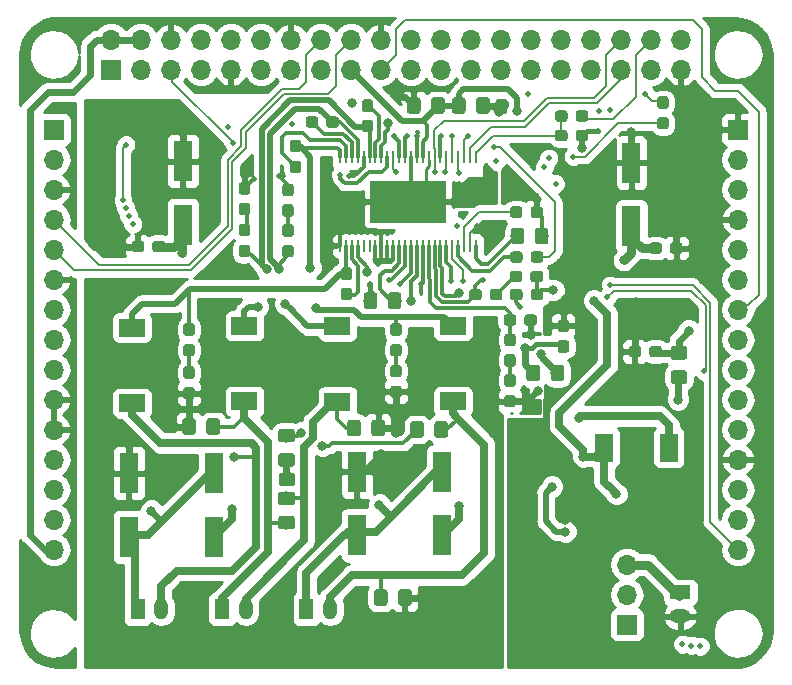
<source format=gbr>
G04 #@! TF.GenerationSoftware,KiCad,Pcbnew,(5.0.0-3-g5ebb6b6)*
G04 #@! TF.CreationDate,2019-05-19T23:28:31+02:00*
G04 #@! TF.ProjectId,Audio Board,417564696F20426F6172642E6B696361,rev?*
G04 #@! TF.SameCoordinates,Original*
G04 #@! TF.FileFunction,Copper,L1,Top,Signal*
G04 #@! TF.FilePolarity,Positive*
%FSLAX46Y46*%
G04 Gerber Fmt 4.6, Leading zero omitted, Abs format (unit mm)*
G04 Created by KiCad (PCBNEW (5.0.0-3-g5ebb6b6)) date Sunday, 19 May 2019 at 23:28:31*
%MOMM*%
%LPD*%
G01*
G04 APERTURE LIST*
G04 #@! TA.AperFunction,ComponentPad*
%ADD10R,1.700000X1.700000*%
G04 #@! TD*
G04 #@! TA.AperFunction,ComponentPad*
%ADD11O,1.700000X1.700000*%
G04 #@! TD*
G04 #@! TA.AperFunction,Conductor*
%ADD12C,0.100000*%
G04 #@! TD*
G04 #@! TA.AperFunction,SMDPad,CuDef*
%ADD13C,0.950000*%
G04 #@! TD*
G04 #@! TA.AperFunction,SMDPad,CuDef*
%ADD14R,1.500000X2.400000*%
G04 #@! TD*
G04 #@! TA.AperFunction,SMDPad,CuDef*
%ADD15R,0.285000X1.000000*%
G04 #@! TD*
G04 #@! TA.AperFunction,SMDPad,CuDef*
%ADD16R,6.400000X3.600000*%
G04 #@! TD*
G04 #@! TA.AperFunction,SMDPad,CuDef*
%ADD17C,1.150000*%
G04 #@! TD*
G04 #@! TA.AperFunction,SMDPad,CuDef*
%ADD18R,1.600000X3.500000*%
G04 #@! TD*
G04 #@! TA.AperFunction,SMDPad,CuDef*
%ADD19R,2.200000X1.500000*%
G04 #@! TD*
G04 #@! TA.AperFunction,ComponentPad*
%ADD20O,1.200000X1.800000*%
G04 #@! TD*
G04 #@! TA.AperFunction,ComponentPad*
%ADD21R,1.200000X1.800000*%
G04 #@! TD*
G04 #@! TA.AperFunction,ComponentPad*
%ADD22R,1.800000X1.200000*%
G04 #@! TD*
G04 #@! TA.AperFunction,ComponentPad*
%ADD23O,1.800000X1.200000*%
G04 #@! TD*
G04 #@! TA.AperFunction,ViaPad*
%ADD24C,0.500000*%
G04 #@! TD*
G04 #@! TA.AperFunction,ViaPad*
%ADD25C,0.800000*%
G04 #@! TD*
G04 #@! TA.AperFunction,Conductor*
%ADD26C,0.300000*%
G04 #@! TD*
G04 #@! TA.AperFunction,Conductor*
%ADD27C,0.600000*%
G04 #@! TD*
G04 #@! TA.AperFunction,Conductor*
%ADD28C,0.250000*%
G04 #@! TD*
G04 #@! TA.AperFunction,Conductor*
%ADD29C,0.500000*%
G04 #@! TD*
G04 #@! TA.AperFunction,Conductor*
%ADD30C,0.400000*%
G04 #@! TD*
G04 #@! TA.AperFunction,Conductor*
%ADD31C,0.200000*%
G04 #@! TD*
G04 #@! TA.AperFunction,Conductor*
%ADD32C,0.800000*%
G04 #@! TD*
G04 #@! TA.AperFunction,Conductor*
%ADD33C,0.700000*%
G04 #@! TD*
G04 #@! TA.AperFunction,Conductor*
%ADD34C,0.254000*%
G04 #@! TD*
G04 APERTURE END LIST*
D10*
G04 #@! TO.P,J6,1*
G04 #@! TO.N,+3V3*
X94996000Y-62230000D03*
D11*
G04 #@! TO.P,J6,2*
G04 #@! TO.N,+5V_J4*
X94996000Y-59690000D03*
G04 #@! TO.P,J6,3*
G04 #@! TO.N,H_SDA*
X97536000Y-62230000D03*
G04 #@! TO.P,J6,4*
G04 #@! TO.N,+5V_J4*
X97536000Y-59690000D03*
G04 #@! TO.P,J6,5*
G04 #@! TO.N,H_SCL*
X100076000Y-62230000D03*
G04 #@! TO.P,J6,6*
G04 #@! TO.N,GNDA*
X100076000Y-59690000D03*
G04 #@! TO.P,J6,7*
G04 #@! TO.N,Net-(J1-Pad13)*
X102616000Y-62230000D03*
G04 #@! TO.P,J6,8*
G04 #@! TO.N,Net-(J6-Pad8)*
X102616000Y-59690000D03*
G04 #@! TO.P,J6,9*
G04 #@! TO.N,GNDA*
X105156000Y-62230000D03*
G04 #@! TO.P,J6,10*
G04 #@! TO.N,Net-(J6-Pad10)*
X105156000Y-59690000D03*
G04 #@! TO.P,J6,11*
G04 #@! TO.N,Net-(J1-Pad11)*
X107696000Y-62230000D03*
G04 #@! TO.P,J6,12*
G04 #@! TO.N,HEADER_I2S_BCK*
X107696000Y-59690000D03*
G04 #@! TO.P,J6,13*
G04 #@! TO.N,Net-(J1-Pad10)*
X110236000Y-62230000D03*
G04 #@! TO.P,J6,14*
G04 #@! TO.N,GNDA*
X110236000Y-59690000D03*
G04 #@! TO.P,J6,15*
G04 #@! TO.N,Net-(J1-Pad9)*
X112776000Y-62230000D03*
G04 #@! TO.P,J6,16*
G04 #@! TO.N,Net-(J6-Pad16)*
X112776000Y-59690000D03*
G04 #@! TO.P,J6,17*
G04 #@! TO.N,+3V3*
X115316000Y-62230000D03*
G04 #@! TO.P,J6,18*
G04 #@! TO.N,Net-(J6-Pad18)*
X115316000Y-59690000D03*
G04 #@! TO.P,J6,19*
G04 #@! TO.N,Net-(J1-Pad7)*
X117856000Y-62230000D03*
G04 #@! TO.P,J6,20*
G04 #@! TO.N,GNDA*
X117856000Y-59690000D03*
G04 #@! TO.P,J6,21*
G04 #@! TO.N,Net-(J1-Pad6)*
X120396000Y-62230000D03*
G04 #@! TO.P,J6,22*
G04 #@! TO.N,Net-(J6-Pad22)*
X120396000Y-59690000D03*
G04 #@! TO.P,J6,23*
G04 #@! TO.N,Net-(J1-Pad5)*
X122936000Y-62230000D03*
G04 #@! TO.P,J6,24*
G04 #@! TO.N,Net-(J6-Pad24)*
X122936000Y-59690000D03*
G04 #@! TO.P,J6,25*
G04 #@! TO.N,GNDA*
X125476000Y-62230000D03*
G04 #@! TO.P,J6,26*
G04 #@! TO.N,Net-(J6-Pad26)*
X125476000Y-59690000D03*
G04 #@! TO.P,J6,27*
G04 #@! TO.N,N/C*
X128016000Y-62230000D03*
G04 #@! TO.P,J6,28*
X128016000Y-59690000D03*
G04 #@! TO.P,J6,29*
X130556000Y-62230000D03*
G04 #@! TO.P,J6,30*
G04 #@! TO.N,GNDA*
X130556000Y-59690000D03*
G04 #@! TO.P,J6,31*
G04 #@! TO.N,Net-(J1-Pad3)*
X133096000Y-62230000D03*
G04 #@! TO.P,J6,32*
G04 #@! TO.N,HEADER_FAULT*
X133096000Y-59690000D03*
G04 #@! TO.P,J6,33*
G04 #@! TO.N,Net-(J1-Pad2)*
X135636000Y-62230000D03*
G04 #@! TO.P,J6,34*
G04 #@! TO.N,GNDA*
X135636000Y-59690000D03*
G04 #@! TO.P,J6,35*
G04 #@! TO.N,HEADER_I2S_LRCK*
X138176000Y-62230000D03*
G04 #@! TO.P,J6,36*
G04 #@! TO.N,HEADER_RESET*
X138176000Y-59690000D03*
G04 #@! TO.P,J6,37*
G04 #@! TO.N,Net-(J6-Pad37)*
X140716000Y-62230000D03*
G04 #@! TO.P,J6,38*
G04 #@! TO.N,HEADER_PDN*
X140716000Y-59690000D03*
G04 #@! TO.P,J6,39*
G04 #@! TO.N,GNDA*
X143256000Y-62230000D03*
G04 #@! TO.P,J6,40*
G04 #@! TO.N,HEADER_I2S_DOUT*
X143256000Y-59690000D03*
G04 #@! TD*
D12*
G04 #@! TO.N,+12VA*
G04 #@! TO.C,C27*
G36*
X141407779Y-76869144D02*
X141430834Y-76872563D01*
X141453443Y-76878227D01*
X141475387Y-76886079D01*
X141496457Y-76896044D01*
X141516448Y-76908026D01*
X141535168Y-76921910D01*
X141552438Y-76937562D01*
X141568090Y-76954832D01*
X141581974Y-76973552D01*
X141593956Y-76993543D01*
X141603921Y-77014613D01*
X141611773Y-77036557D01*
X141617437Y-77059166D01*
X141620856Y-77082221D01*
X141622000Y-77105500D01*
X141622000Y-77580500D01*
X141620856Y-77603779D01*
X141617437Y-77626834D01*
X141611773Y-77649443D01*
X141603921Y-77671387D01*
X141593956Y-77692457D01*
X141581974Y-77712448D01*
X141568090Y-77731168D01*
X141552438Y-77748438D01*
X141535168Y-77764090D01*
X141516448Y-77777974D01*
X141496457Y-77789956D01*
X141475387Y-77799921D01*
X141453443Y-77807773D01*
X141430834Y-77813437D01*
X141407779Y-77816856D01*
X141384500Y-77818000D01*
X140809500Y-77818000D01*
X140786221Y-77816856D01*
X140763166Y-77813437D01*
X140740557Y-77807773D01*
X140718613Y-77799921D01*
X140697543Y-77789956D01*
X140677552Y-77777974D01*
X140658832Y-77764090D01*
X140641562Y-77748438D01*
X140625910Y-77731168D01*
X140612026Y-77712448D01*
X140600044Y-77692457D01*
X140590079Y-77671387D01*
X140582227Y-77649443D01*
X140576563Y-77626834D01*
X140573144Y-77603779D01*
X140572000Y-77580500D01*
X140572000Y-77105500D01*
X140573144Y-77082221D01*
X140576563Y-77059166D01*
X140582227Y-77036557D01*
X140590079Y-77014613D01*
X140600044Y-76993543D01*
X140612026Y-76973552D01*
X140625910Y-76954832D01*
X140641562Y-76937562D01*
X140658832Y-76921910D01*
X140677552Y-76908026D01*
X140697543Y-76896044D01*
X140718613Y-76886079D01*
X140740557Y-76878227D01*
X140763166Y-76872563D01*
X140786221Y-76869144D01*
X140809500Y-76868000D01*
X141384500Y-76868000D01*
X141407779Y-76869144D01*
X141407779Y-76869144D01*
G37*
D13*
G04 #@! TD*
G04 #@! TO.P,C27,1*
G04 #@! TO.N,+12VA*
X141097000Y-77343000D03*
D12*
G04 #@! TO.N,GNDA*
G04 #@! TO.C,C27*
G36*
X143157779Y-76869144D02*
X143180834Y-76872563D01*
X143203443Y-76878227D01*
X143225387Y-76886079D01*
X143246457Y-76896044D01*
X143266448Y-76908026D01*
X143285168Y-76921910D01*
X143302438Y-76937562D01*
X143318090Y-76954832D01*
X143331974Y-76973552D01*
X143343956Y-76993543D01*
X143353921Y-77014613D01*
X143361773Y-77036557D01*
X143367437Y-77059166D01*
X143370856Y-77082221D01*
X143372000Y-77105500D01*
X143372000Y-77580500D01*
X143370856Y-77603779D01*
X143367437Y-77626834D01*
X143361773Y-77649443D01*
X143353921Y-77671387D01*
X143343956Y-77692457D01*
X143331974Y-77712448D01*
X143318090Y-77731168D01*
X143302438Y-77748438D01*
X143285168Y-77764090D01*
X143266448Y-77777974D01*
X143246457Y-77789956D01*
X143225387Y-77799921D01*
X143203443Y-77807773D01*
X143180834Y-77813437D01*
X143157779Y-77816856D01*
X143134500Y-77818000D01*
X142559500Y-77818000D01*
X142536221Y-77816856D01*
X142513166Y-77813437D01*
X142490557Y-77807773D01*
X142468613Y-77799921D01*
X142447543Y-77789956D01*
X142427552Y-77777974D01*
X142408832Y-77764090D01*
X142391562Y-77748438D01*
X142375910Y-77731168D01*
X142362026Y-77712448D01*
X142350044Y-77692457D01*
X142340079Y-77671387D01*
X142332227Y-77649443D01*
X142326563Y-77626834D01*
X142323144Y-77603779D01*
X142322000Y-77580500D01*
X142322000Y-77105500D01*
X142323144Y-77082221D01*
X142326563Y-77059166D01*
X142332227Y-77036557D01*
X142340079Y-77014613D01*
X142350044Y-76993543D01*
X142362026Y-76973552D01*
X142375910Y-76954832D01*
X142391562Y-76937562D01*
X142408832Y-76921910D01*
X142427552Y-76908026D01*
X142447543Y-76896044D01*
X142468613Y-76886079D01*
X142490557Y-76878227D01*
X142513166Y-76872563D01*
X142536221Y-76869144D01*
X142559500Y-76868000D01*
X143134500Y-76868000D01*
X143157779Y-76869144D01*
X143157779Y-76869144D01*
G37*
D13*
G04 #@! TD*
G04 #@! TO.P,C27,2*
G04 #@! TO.N,GNDA*
X142847000Y-77343000D03*
D11*
G04 #@! TO.P,J1,15*
G04 #@! TO.N,H_SDA*
X148082000Y-102870000D03*
G04 #@! TO.P,J1,14*
G04 #@! TO.N,H_SCL*
X148082000Y-100330000D03*
G04 #@! TO.P,J1,13*
G04 #@! TO.N,Net-(J1-Pad13)*
X148082000Y-97790000D03*
G04 #@! TO.P,J1,12*
G04 #@! TO.N,GNDA*
X148082000Y-95250000D03*
G04 #@! TO.P,J1,11*
G04 #@! TO.N,Net-(J1-Pad11)*
X148082000Y-92710000D03*
G04 #@! TO.P,J1,10*
G04 #@! TO.N,Net-(J1-Pad10)*
X148082000Y-90170000D03*
G04 #@! TO.P,J1,9*
G04 #@! TO.N,Net-(J1-Pad9)*
X148082000Y-87630000D03*
G04 #@! TO.P,J1,8*
G04 #@! TO.N,+3V3*
X148082000Y-85090000D03*
G04 #@! TO.P,J1,7*
G04 #@! TO.N,Net-(J1-Pad7)*
X148082000Y-82550000D03*
G04 #@! TO.P,J1,6*
G04 #@! TO.N,Net-(J1-Pad6)*
X148082000Y-80010000D03*
G04 #@! TO.P,J1,5*
G04 #@! TO.N,Net-(J1-Pad5)*
X148082000Y-77470000D03*
G04 #@! TO.P,J1,4*
G04 #@! TO.N,GNDA*
X148082000Y-74930000D03*
G04 #@! TO.P,J1,3*
G04 #@! TO.N,Net-(J1-Pad3)*
X148082000Y-72390000D03*
G04 #@! TO.P,J1,2*
G04 #@! TO.N,Net-(J1-Pad2)*
X148082000Y-69850000D03*
D10*
G04 #@! TO.P,J1,1*
G04 #@! TO.N,GNDA*
X148082000Y-67310000D03*
G04 #@! TD*
G04 #@! TO.P,J4,1*
G04 #@! TO.N,+5V_J4*
X138684000Y-109220000D03*
D11*
G04 #@! TO.P,J4,2*
G04 #@! TO.N,+5V*
X138684000Y-106680000D03*
G04 #@! TO.P,J4,3*
G04 #@! TO.N,Net-(J4-Pad3)*
X138684000Y-104140000D03*
G04 #@! TD*
D10*
G04 #@! TO.P,J7,1*
G04 #@! TO.N,Net-(J6-Pad8)*
X90170000Y-67310000D03*
D11*
G04 #@! TO.P,J7,2*
G04 #@! TO.N,Net-(J6-Pad10)*
X90170000Y-69850000D03*
G04 #@! TO.P,J7,3*
G04 #@! TO.N,GNDA*
X90170000Y-72390000D03*
G04 #@! TO.P,J7,4*
G04 #@! TO.N,Net-(J6-Pad16)*
X90170000Y-74930000D03*
G04 #@! TO.P,J7,5*
G04 #@! TO.N,Net-(J6-Pad18)*
X90170000Y-77470000D03*
G04 #@! TO.P,J7,6*
G04 #@! TO.N,GNDA*
X90170000Y-80010000D03*
G04 #@! TO.P,J7,7*
G04 #@! TO.N,Net-(J6-Pad22)*
X90170000Y-82550000D03*
G04 #@! TO.P,J7,8*
G04 #@! TO.N,Net-(J6-Pad24)*
X90170000Y-85090000D03*
G04 #@! TO.P,J7,9*
G04 #@! TO.N,Net-(J6-Pad26)*
X90170000Y-87630000D03*
G04 #@! TO.P,J7,10*
G04 #@! TO.N,GNDA*
X90170000Y-90170000D03*
G04 #@! TO.P,J7,11*
X90170000Y-92710000D03*
G04 #@! TO.P,J7,12*
G04 #@! TO.N,HEADER_PDN*
X90170000Y-95250000D03*
G04 #@! TO.P,J7,13*
G04 #@! TO.N,+3V3*
X90170000Y-97790000D03*
G04 #@! TO.P,J7,14*
X90170000Y-100330000D03*
G04 #@! TO.P,J7,15*
G04 #@! TO.N,+5V_J4*
X90170000Y-102870000D03*
G04 #@! TD*
D14*
G04 #@! TO.P,L5,1*
G04 #@! TO.N,+5V*
X136740000Y-94234000D03*
G04 #@! TO.P,L5,2*
G04 #@! TO.N,Net-(D1-Pad2)*
X142240000Y-94234000D03*
G04 #@! TD*
D12*
G04 #@! TO.N,Net-(J6-Pad37)*
G04 #@! TO.C,R1*
G36*
X141992779Y-64500144D02*
X142015834Y-64503563D01*
X142038443Y-64509227D01*
X142060387Y-64517079D01*
X142081457Y-64527044D01*
X142101448Y-64539026D01*
X142120168Y-64552910D01*
X142137438Y-64568562D01*
X142153090Y-64585832D01*
X142166974Y-64604552D01*
X142178956Y-64624543D01*
X142188921Y-64645613D01*
X142196773Y-64667557D01*
X142202437Y-64690166D01*
X142205856Y-64713221D01*
X142207000Y-64736500D01*
X142207000Y-65311500D01*
X142205856Y-65334779D01*
X142202437Y-65357834D01*
X142196773Y-65380443D01*
X142188921Y-65402387D01*
X142178956Y-65423457D01*
X142166974Y-65443448D01*
X142153090Y-65462168D01*
X142137438Y-65479438D01*
X142120168Y-65495090D01*
X142101448Y-65508974D01*
X142081457Y-65520956D01*
X142060387Y-65530921D01*
X142038443Y-65538773D01*
X142015834Y-65544437D01*
X141992779Y-65547856D01*
X141969500Y-65549000D01*
X141494500Y-65549000D01*
X141471221Y-65547856D01*
X141448166Y-65544437D01*
X141425557Y-65538773D01*
X141403613Y-65530921D01*
X141382543Y-65520956D01*
X141362552Y-65508974D01*
X141343832Y-65495090D01*
X141326562Y-65479438D01*
X141310910Y-65462168D01*
X141297026Y-65443448D01*
X141285044Y-65423457D01*
X141275079Y-65402387D01*
X141267227Y-65380443D01*
X141261563Y-65357834D01*
X141258144Y-65334779D01*
X141257000Y-65311500D01*
X141257000Y-64736500D01*
X141258144Y-64713221D01*
X141261563Y-64690166D01*
X141267227Y-64667557D01*
X141275079Y-64645613D01*
X141285044Y-64624543D01*
X141297026Y-64604552D01*
X141310910Y-64585832D01*
X141326562Y-64568562D01*
X141343832Y-64552910D01*
X141362552Y-64539026D01*
X141382543Y-64527044D01*
X141403613Y-64517079D01*
X141425557Y-64509227D01*
X141448166Y-64503563D01*
X141471221Y-64500144D01*
X141494500Y-64499000D01*
X141969500Y-64499000D01*
X141992779Y-64500144D01*
X141992779Y-64500144D01*
G37*
D13*
G04 #@! TD*
G04 #@! TO.P,R1,2*
G04 #@! TO.N,Net-(J6-Pad37)*
X141732000Y-65024000D03*
D12*
G04 #@! TO.N,MUTE*
G04 #@! TO.C,R1*
G36*
X141992779Y-66250144D02*
X142015834Y-66253563D01*
X142038443Y-66259227D01*
X142060387Y-66267079D01*
X142081457Y-66277044D01*
X142101448Y-66289026D01*
X142120168Y-66302910D01*
X142137438Y-66318562D01*
X142153090Y-66335832D01*
X142166974Y-66354552D01*
X142178956Y-66374543D01*
X142188921Y-66395613D01*
X142196773Y-66417557D01*
X142202437Y-66440166D01*
X142205856Y-66463221D01*
X142207000Y-66486500D01*
X142207000Y-67061500D01*
X142205856Y-67084779D01*
X142202437Y-67107834D01*
X142196773Y-67130443D01*
X142188921Y-67152387D01*
X142178956Y-67173457D01*
X142166974Y-67193448D01*
X142153090Y-67212168D01*
X142137438Y-67229438D01*
X142120168Y-67245090D01*
X142101448Y-67258974D01*
X142081457Y-67270956D01*
X142060387Y-67280921D01*
X142038443Y-67288773D01*
X142015834Y-67294437D01*
X141992779Y-67297856D01*
X141969500Y-67299000D01*
X141494500Y-67299000D01*
X141471221Y-67297856D01*
X141448166Y-67294437D01*
X141425557Y-67288773D01*
X141403613Y-67280921D01*
X141382543Y-67270956D01*
X141362552Y-67258974D01*
X141343832Y-67245090D01*
X141326562Y-67229438D01*
X141310910Y-67212168D01*
X141297026Y-67193448D01*
X141285044Y-67173457D01*
X141275079Y-67152387D01*
X141267227Y-67130443D01*
X141261563Y-67107834D01*
X141258144Y-67084779D01*
X141257000Y-67061500D01*
X141257000Y-66486500D01*
X141258144Y-66463221D01*
X141261563Y-66440166D01*
X141267227Y-66417557D01*
X141275079Y-66395613D01*
X141285044Y-66374543D01*
X141297026Y-66354552D01*
X141310910Y-66335832D01*
X141326562Y-66318562D01*
X141343832Y-66302910D01*
X141362552Y-66289026D01*
X141382543Y-66277044D01*
X141403613Y-66267079D01*
X141425557Y-66259227D01*
X141448166Y-66253563D01*
X141471221Y-66250144D01*
X141494500Y-66249000D01*
X141969500Y-66249000D01*
X141992779Y-66250144D01*
X141992779Y-66250144D01*
G37*
D13*
G04 #@! TD*
G04 #@! TO.P,R1,1*
G04 #@! TO.N,MUTE*
X141732000Y-66774000D03*
D12*
G04 #@! TO.N,+3V3*
G04 #@! TO.C,R4*
G36*
X135184779Y-67344144D02*
X135207834Y-67347563D01*
X135230443Y-67353227D01*
X135252387Y-67361079D01*
X135273457Y-67371044D01*
X135293448Y-67383026D01*
X135312168Y-67396910D01*
X135329438Y-67412562D01*
X135345090Y-67429832D01*
X135358974Y-67448552D01*
X135370956Y-67468543D01*
X135380921Y-67489613D01*
X135388773Y-67511557D01*
X135394437Y-67534166D01*
X135397856Y-67557221D01*
X135399000Y-67580500D01*
X135399000Y-68055500D01*
X135397856Y-68078779D01*
X135394437Y-68101834D01*
X135388773Y-68124443D01*
X135380921Y-68146387D01*
X135370956Y-68167457D01*
X135358974Y-68187448D01*
X135345090Y-68206168D01*
X135329438Y-68223438D01*
X135312168Y-68239090D01*
X135293448Y-68252974D01*
X135273457Y-68264956D01*
X135252387Y-68274921D01*
X135230443Y-68282773D01*
X135207834Y-68288437D01*
X135184779Y-68291856D01*
X135161500Y-68293000D01*
X134586500Y-68293000D01*
X134563221Y-68291856D01*
X134540166Y-68288437D01*
X134517557Y-68282773D01*
X134495613Y-68274921D01*
X134474543Y-68264956D01*
X134454552Y-68252974D01*
X134435832Y-68239090D01*
X134418562Y-68223438D01*
X134402910Y-68206168D01*
X134389026Y-68187448D01*
X134377044Y-68167457D01*
X134367079Y-68146387D01*
X134359227Y-68124443D01*
X134353563Y-68101834D01*
X134350144Y-68078779D01*
X134349000Y-68055500D01*
X134349000Y-67580500D01*
X134350144Y-67557221D01*
X134353563Y-67534166D01*
X134359227Y-67511557D01*
X134367079Y-67489613D01*
X134377044Y-67468543D01*
X134389026Y-67448552D01*
X134402910Y-67429832D01*
X134418562Y-67412562D01*
X134435832Y-67396910D01*
X134454552Y-67383026D01*
X134474543Y-67371044D01*
X134495613Y-67361079D01*
X134517557Y-67353227D01*
X134540166Y-67347563D01*
X134563221Y-67344144D01*
X134586500Y-67343000D01*
X135161500Y-67343000D01*
X135184779Y-67344144D01*
X135184779Y-67344144D01*
G37*
D13*
G04 #@! TD*
G04 #@! TO.P,R4,1*
G04 #@! TO.N,+3V3*
X134874000Y-67818000D03*
D12*
G04 #@! TO.N,Net-(R4-Pad2)*
G04 #@! TO.C,R4*
G36*
X133434779Y-67344144D02*
X133457834Y-67347563D01*
X133480443Y-67353227D01*
X133502387Y-67361079D01*
X133523457Y-67371044D01*
X133543448Y-67383026D01*
X133562168Y-67396910D01*
X133579438Y-67412562D01*
X133595090Y-67429832D01*
X133608974Y-67448552D01*
X133620956Y-67468543D01*
X133630921Y-67489613D01*
X133638773Y-67511557D01*
X133644437Y-67534166D01*
X133647856Y-67557221D01*
X133649000Y-67580500D01*
X133649000Y-68055500D01*
X133647856Y-68078779D01*
X133644437Y-68101834D01*
X133638773Y-68124443D01*
X133630921Y-68146387D01*
X133620956Y-68167457D01*
X133608974Y-68187448D01*
X133595090Y-68206168D01*
X133579438Y-68223438D01*
X133562168Y-68239090D01*
X133543448Y-68252974D01*
X133523457Y-68264956D01*
X133502387Y-68274921D01*
X133480443Y-68282773D01*
X133457834Y-68288437D01*
X133434779Y-68291856D01*
X133411500Y-68293000D01*
X132836500Y-68293000D01*
X132813221Y-68291856D01*
X132790166Y-68288437D01*
X132767557Y-68282773D01*
X132745613Y-68274921D01*
X132724543Y-68264956D01*
X132704552Y-68252974D01*
X132685832Y-68239090D01*
X132668562Y-68223438D01*
X132652910Y-68206168D01*
X132639026Y-68187448D01*
X132627044Y-68167457D01*
X132617079Y-68146387D01*
X132609227Y-68124443D01*
X132603563Y-68101834D01*
X132600144Y-68078779D01*
X132599000Y-68055500D01*
X132599000Y-67580500D01*
X132600144Y-67557221D01*
X132603563Y-67534166D01*
X132609227Y-67511557D01*
X132617079Y-67489613D01*
X132627044Y-67468543D01*
X132639026Y-67448552D01*
X132652910Y-67429832D01*
X132668562Y-67412562D01*
X132685832Y-67396910D01*
X132704552Y-67383026D01*
X132724543Y-67371044D01*
X132745613Y-67361079D01*
X132767557Y-67353227D01*
X132790166Y-67347563D01*
X132813221Y-67344144D01*
X132836500Y-67343000D01*
X133411500Y-67343000D01*
X133434779Y-67344144D01*
X133434779Y-67344144D01*
G37*
D13*
G04 #@! TD*
G04 #@! TO.P,R4,2*
G04 #@! TO.N,Net-(R4-Pad2)*
X133124000Y-67818000D03*
D12*
G04 #@! TO.N,Net-(R4-Pad2)*
G04 #@! TO.C,R5*
G36*
X133434779Y-65693144D02*
X133457834Y-65696563D01*
X133480443Y-65702227D01*
X133502387Y-65710079D01*
X133523457Y-65720044D01*
X133543448Y-65732026D01*
X133562168Y-65745910D01*
X133579438Y-65761562D01*
X133595090Y-65778832D01*
X133608974Y-65797552D01*
X133620956Y-65817543D01*
X133630921Y-65838613D01*
X133638773Y-65860557D01*
X133644437Y-65883166D01*
X133647856Y-65906221D01*
X133649000Y-65929500D01*
X133649000Y-66404500D01*
X133647856Y-66427779D01*
X133644437Y-66450834D01*
X133638773Y-66473443D01*
X133630921Y-66495387D01*
X133620956Y-66516457D01*
X133608974Y-66536448D01*
X133595090Y-66555168D01*
X133579438Y-66572438D01*
X133562168Y-66588090D01*
X133543448Y-66601974D01*
X133523457Y-66613956D01*
X133502387Y-66623921D01*
X133480443Y-66631773D01*
X133457834Y-66637437D01*
X133434779Y-66640856D01*
X133411500Y-66642000D01*
X132836500Y-66642000D01*
X132813221Y-66640856D01*
X132790166Y-66637437D01*
X132767557Y-66631773D01*
X132745613Y-66623921D01*
X132724543Y-66613956D01*
X132704552Y-66601974D01*
X132685832Y-66588090D01*
X132668562Y-66572438D01*
X132652910Y-66555168D01*
X132639026Y-66536448D01*
X132627044Y-66516457D01*
X132617079Y-66495387D01*
X132609227Y-66473443D01*
X132603563Y-66450834D01*
X132600144Y-66427779D01*
X132599000Y-66404500D01*
X132599000Y-65929500D01*
X132600144Y-65906221D01*
X132603563Y-65883166D01*
X132609227Y-65860557D01*
X132617079Y-65838613D01*
X132627044Y-65817543D01*
X132639026Y-65797552D01*
X132652910Y-65778832D01*
X132668562Y-65761562D01*
X132685832Y-65745910D01*
X132704552Y-65732026D01*
X132724543Y-65720044D01*
X132745613Y-65710079D01*
X132767557Y-65702227D01*
X132790166Y-65696563D01*
X132813221Y-65693144D01*
X132836500Y-65692000D01*
X133411500Y-65692000D01*
X133434779Y-65693144D01*
X133434779Y-65693144D01*
G37*
D13*
G04 #@! TD*
G04 #@! TO.P,R5,2*
G04 #@! TO.N,Net-(R4-Pad2)*
X133124000Y-66167000D03*
D12*
G04 #@! TO.N,HEADER_PDN*
G04 #@! TO.C,R5*
G36*
X135184779Y-65693144D02*
X135207834Y-65696563D01*
X135230443Y-65702227D01*
X135252387Y-65710079D01*
X135273457Y-65720044D01*
X135293448Y-65732026D01*
X135312168Y-65745910D01*
X135329438Y-65761562D01*
X135345090Y-65778832D01*
X135358974Y-65797552D01*
X135370956Y-65817543D01*
X135380921Y-65838613D01*
X135388773Y-65860557D01*
X135394437Y-65883166D01*
X135397856Y-65906221D01*
X135399000Y-65929500D01*
X135399000Y-66404500D01*
X135397856Y-66427779D01*
X135394437Y-66450834D01*
X135388773Y-66473443D01*
X135380921Y-66495387D01*
X135370956Y-66516457D01*
X135358974Y-66536448D01*
X135345090Y-66555168D01*
X135329438Y-66572438D01*
X135312168Y-66588090D01*
X135293448Y-66601974D01*
X135273457Y-66613956D01*
X135252387Y-66623921D01*
X135230443Y-66631773D01*
X135207834Y-66637437D01*
X135184779Y-66640856D01*
X135161500Y-66642000D01*
X134586500Y-66642000D01*
X134563221Y-66640856D01*
X134540166Y-66637437D01*
X134517557Y-66631773D01*
X134495613Y-66623921D01*
X134474543Y-66613956D01*
X134454552Y-66601974D01*
X134435832Y-66588090D01*
X134418562Y-66572438D01*
X134402910Y-66555168D01*
X134389026Y-66536448D01*
X134377044Y-66516457D01*
X134367079Y-66495387D01*
X134359227Y-66473443D01*
X134353563Y-66450834D01*
X134350144Y-66427779D01*
X134349000Y-66404500D01*
X134349000Y-65929500D01*
X134350144Y-65906221D01*
X134353563Y-65883166D01*
X134359227Y-65860557D01*
X134367079Y-65838613D01*
X134377044Y-65817543D01*
X134389026Y-65797552D01*
X134402910Y-65778832D01*
X134418562Y-65761562D01*
X134435832Y-65745910D01*
X134454552Y-65732026D01*
X134474543Y-65720044D01*
X134495613Y-65710079D01*
X134517557Y-65702227D01*
X134540166Y-65696563D01*
X134563221Y-65693144D01*
X134586500Y-65692000D01*
X135161500Y-65692000D01*
X135184779Y-65693144D01*
X135184779Y-65693144D01*
G37*
D13*
G04 #@! TD*
G04 #@! TO.P,R5,1*
G04 #@! TO.N,HEADER_PDN*
X134874000Y-66167000D03*
D15*
G04 #@! TO.P,U1,1*
G04 #@! TO.N,GNDA*
X114392000Y-77156000D03*
G04 #@! TO.P,U1,2*
G04 #@! TO.N,SPK_OUTA*
X114892000Y-77156000D03*
G04 #@! TO.P,U1,3*
G04 #@! TO.N,Net-(C20-Pad2)*
X115392000Y-77156000D03*
G04 #@! TO.P,U1,4*
G04 #@! TO.N,+12VA*
X115892000Y-77156000D03*
G04 #@! TO.P,U1,5*
G04 #@! TO.N,N/C*
X116392000Y-77156000D03*
G04 #@! TO.P,U1,6*
X116892000Y-77156000D03*
G04 #@! TO.P,U1,7*
G04 #@! TO.N,GNDA*
X117392000Y-77156000D03*
G04 #@! TO.P,U1,8*
X117892000Y-77156000D03*
G04 #@! TO.P,U1,9*
X118392000Y-77156000D03*
G04 #@! TO.P,U1,10*
X118892000Y-77156000D03*
G04 #@! TO.P,U1,11*
G04 #@! TO.N,Net-(C18-Pad1)*
X119392000Y-77156000D03*
G04 #@! TO.P,U1,12*
G04 #@! TO.N,Net-(C19-Pad1)*
X119892000Y-77156000D03*
G04 #@! TO.P,U1,13*
G04 #@! TO.N,Net-(C19-Pad2)*
X120392000Y-77156000D03*
G04 #@! TO.P,U1,14*
G04 #@! TO.N,+3.3VA*
X120892000Y-77156000D03*
G04 #@! TO.P,U1,15*
G04 #@! TO.N,GNDA*
X121392000Y-77156000D03*
G04 #@! TO.P,U1,16*
G04 #@! TO.N,Net-(C12-Pad1)*
X121892000Y-77156000D03*
G04 #@! TO.P,U1,17*
G04 #@! TO.N,Net-(C17-Pad1)*
X122392000Y-77156000D03*
G04 #@! TO.P,U1,18*
G04 #@! TO.N,Net-(C14-Pad2)*
X122892000Y-77156000D03*
G04 #@! TO.P,U1,19*
G04 #@! TO.N,+3.3VA*
X123392000Y-77156000D03*
G04 #@! TO.P,U1,20*
G04 #@! TO.N,HEADER_FAULT*
X123892000Y-77156000D03*
G04 #@! TO.P,U1,21*
G04 #@! TO.N,Net-(R13-Pad1)*
X124392000Y-77156000D03*
G04 #@! TO.P,U1,22*
G04 #@! TO.N,Net-(R14-Pad1)*
X124892000Y-77156000D03*
G04 #@! TO.P,U1,23*
G04 #@! TO.N,GNDA*
X125392000Y-77156000D03*
G04 #@! TO.P,U1,24*
G04 #@! TO.N,Net-(C21-Pad2)*
X125892000Y-77156000D03*
G04 #@! TO.P,U1,25*
G04 #@! TO.N,Net-(R4-Pad2)*
X125892000Y-69656000D03*
G04 #@! TO.P,U1,26*
G04 #@! TO.N,HEADER_I2S_LRCK*
X125392000Y-69656000D03*
G04 #@! TO.P,U1,27*
G04 #@! TO.N,HEADER_I2S_BCK*
X124892000Y-69656000D03*
G04 #@! TO.P,U1,28*
G04 #@! TO.N,HEADER_I2S_DOUT*
X124392000Y-69656000D03*
G04 #@! TO.P,U1,29*
G04 #@! TO.N,H_SDA*
X123892000Y-69656000D03*
G04 #@! TO.P,U1,30*
G04 #@! TO.N,H_SCL*
X123392000Y-69656000D03*
G04 #@! TO.P,U1,31*
G04 #@! TO.N,GNDA*
X122892000Y-69656000D03*
G04 #@! TO.P,U1,32*
G04 #@! TO.N,HEADER_RESET*
X122392000Y-69656000D03*
G04 #@! TO.P,U1,33*
G04 #@! TO.N,GNDA*
X121892000Y-69656000D03*
G04 #@! TO.P,U1,34*
G04 #@! TO.N,+3V3*
X121392000Y-69656000D03*
G04 #@! TO.P,U1,35*
G04 #@! TO.N,GNDA*
X120892000Y-69656000D03*
G04 #@! TO.P,U1,36*
X120392000Y-69656000D03*
G04 #@! TO.P,U1,37*
G04 #@! TO.N,Net-(C29-Pad1)*
X119892000Y-69656000D03*
G04 #@! TO.P,U1,38*
G04 #@! TO.N,Net-(C26-Pad1)*
X119392000Y-69656000D03*
G04 #@! TO.P,U1,39*
G04 #@! TO.N,MUTE*
X118892000Y-69656000D03*
G04 #@! TO.P,U1,40*
G04 #@! TO.N,Net-(C25-Pad1)*
X118392000Y-69656000D03*
G04 #@! TO.P,U1,41*
G04 #@! TO.N,+12VA*
X117892000Y-69656000D03*
G04 #@! TO.P,U1,42*
G04 #@! TO.N,Net-(C32-Pad1)*
X117392000Y-69656000D03*
G04 #@! TO.P,U1,43*
G04 #@! TO.N,SPK_OUTD*
X116892000Y-69656000D03*
G04 #@! TO.P,U1,44*
G04 #@! TO.N,GNDA*
X116392000Y-69656000D03*
G04 #@! TO.P,U1,45*
G04 #@! TO.N,SPK_OUTC*
X115892000Y-69656000D03*
G04 #@! TO.P,U1,46*
G04 #@! TO.N,Net-(C31-Pad1)*
X115392000Y-69656000D03*
G04 #@! TO.P,U1,47*
G04 #@! TO.N,Net-(C30-Pad1)*
X114892000Y-69656000D03*
G04 #@! TO.P,U1,48*
G04 #@! TO.N,SPK_OUTB*
X114392000Y-69656000D03*
D16*
G04 #@! TO.P,U1,49*
G04 #@! TO.N,GNDA*
X120142000Y-73406000D03*
G04 #@! TD*
D12*
G04 #@! TO.N,+12VA*
G04 #@! TO.C,C1*
G36*
X99342779Y-76742144D02*
X99365834Y-76745563D01*
X99388443Y-76751227D01*
X99410387Y-76759079D01*
X99431457Y-76769044D01*
X99451448Y-76781026D01*
X99470168Y-76794910D01*
X99487438Y-76810562D01*
X99503090Y-76827832D01*
X99516974Y-76846552D01*
X99528956Y-76866543D01*
X99538921Y-76887613D01*
X99546773Y-76909557D01*
X99552437Y-76932166D01*
X99555856Y-76955221D01*
X99557000Y-76978500D01*
X99557000Y-77453500D01*
X99555856Y-77476779D01*
X99552437Y-77499834D01*
X99546773Y-77522443D01*
X99538921Y-77544387D01*
X99528956Y-77565457D01*
X99516974Y-77585448D01*
X99503090Y-77604168D01*
X99487438Y-77621438D01*
X99470168Y-77637090D01*
X99451448Y-77650974D01*
X99431457Y-77662956D01*
X99410387Y-77672921D01*
X99388443Y-77680773D01*
X99365834Y-77686437D01*
X99342779Y-77689856D01*
X99319500Y-77691000D01*
X98744500Y-77691000D01*
X98721221Y-77689856D01*
X98698166Y-77686437D01*
X98675557Y-77680773D01*
X98653613Y-77672921D01*
X98632543Y-77662956D01*
X98612552Y-77650974D01*
X98593832Y-77637090D01*
X98576562Y-77621438D01*
X98560910Y-77604168D01*
X98547026Y-77585448D01*
X98535044Y-77565457D01*
X98525079Y-77544387D01*
X98517227Y-77522443D01*
X98511563Y-77499834D01*
X98508144Y-77476779D01*
X98507000Y-77453500D01*
X98507000Y-76978500D01*
X98508144Y-76955221D01*
X98511563Y-76932166D01*
X98517227Y-76909557D01*
X98525079Y-76887613D01*
X98535044Y-76866543D01*
X98547026Y-76846552D01*
X98560910Y-76827832D01*
X98576562Y-76810562D01*
X98593832Y-76794910D01*
X98612552Y-76781026D01*
X98632543Y-76769044D01*
X98653613Y-76759079D01*
X98675557Y-76751227D01*
X98698166Y-76745563D01*
X98721221Y-76742144D01*
X98744500Y-76741000D01*
X99319500Y-76741000D01*
X99342779Y-76742144D01*
X99342779Y-76742144D01*
G37*
D13*
G04 #@! TD*
G04 #@! TO.P,C1,1*
G04 #@! TO.N,+12VA*
X99032000Y-77216000D03*
D12*
G04 #@! TO.N,GNDA*
G04 #@! TO.C,C1*
G36*
X97592779Y-76742144D02*
X97615834Y-76745563D01*
X97638443Y-76751227D01*
X97660387Y-76759079D01*
X97681457Y-76769044D01*
X97701448Y-76781026D01*
X97720168Y-76794910D01*
X97737438Y-76810562D01*
X97753090Y-76827832D01*
X97766974Y-76846552D01*
X97778956Y-76866543D01*
X97788921Y-76887613D01*
X97796773Y-76909557D01*
X97802437Y-76932166D01*
X97805856Y-76955221D01*
X97807000Y-76978500D01*
X97807000Y-77453500D01*
X97805856Y-77476779D01*
X97802437Y-77499834D01*
X97796773Y-77522443D01*
X97788921Y-77544387D01*
X97778956Y-77565457D01*
X97766974Y-77585448D01*
X97753090Y-77604168D01*
X97737438Y-77621438D01*
X97720168Y-77637090D01*
X97701448Y-77650974D01*
X97681457Y-77662956D01*
X97660387Y-77672921D01*
X97638443Y-77680773D01*
X97615834Y-77686437D01*
X97592779Y-77689856D01*
X97569500Y-77691000D01*
X96994500Y-77691000D01*
X96971221Y-77689856D01*
X96948166Y-77686437D01*
X96925557Y-77680773D01*
X96903613Y-77672921D01*
X96882543Y-77662956D01*
X96862552Y-77650974D01*
X96843832Y-77637090D01*
X96826562Y-77621438D01*
X96810910Y-77604168D01*
X96797026Y-77585448D01*
X96785044Y-77565457D01*
X96775079Y-77544387D01*
X96767227Y-77522443D01*
X96761563Y-77499834D01*
X96758144Y-77476779D01*
X96757000Y-77453500D01*
X96757000Y-76978500D01*
X96758144Y-76955221D01*
X96761563Y-76932166D01*
X96767227Y-76909557D01*
X96775079Y-76887613D01*
X96785044Y-76866543D01*
X96797026Y-76846552D01*
X96810910Y-76827832D01*
X96826562Y-76810562D01*
X96843832Y-76794910D01*
X96862552Y-76781026D01*
X96882543Y-76769044D01*
X96903613Y-76759079D01*
X96925557Y-76751227D01*
X96948166Y-76745563D01*
X96971221Y-76742144D01*
X96994500Y-76741000D01*
X97569500Y-76741000D01*
X97592779Y-76742144D01*
X97592779Y-76742144D01*
G37*
D13*
G04 #@! TD*
G04 #@! TO.P,C1,2*
G04 #@! TO.N,GNDA*
X97282000Y-77216000D03*
D12*
G04 #@! TO.N,Net-(C2-Pad1)*
G04 #@! TO.C,C2*
G36*
X110329505Y-92644204D02*
X110353773Y-92647804D01*
X110377572Y-92653765D01*
X110400671Y-92662030D01*
X110422850Y-92672520D01*
X110443893Y-92685132D01*
X110463599Y-92699747D01*
X110481777Y-92716223D01*
X110498253Y-92734401D01*
X110512868Y-92754107D01*
X110525480Y-92775150D01*
X110535970Y-92797329D01*
X110544235Y-92820428D01*
X110550196Y-92844227D01*
X110553796Y-92868495D01*
X110555000Y-92892999D01*
X110555000Y-93543001D01*
X110553796Y-93567505D01*
X110550196Y-93591773D01*
X110544235Y-93615572D01*
X110535970Y-93638671D01*
X110525480Y-93660850D01*
X110512868Y-93681893D01*
X110498253Y-93701599D01*
X110481777Y-93719777D01*
X110463599Y-93736253D01*
X110443893Y-93750868D01*
X110422850Y-93763480D01*
X110400671Y-93773970D01*
X110377572Y-93782235D01*
X110353773Y-93788196D01*
X110329505Y-93791796D01*
X110305001Y-93793000D01*
X109404999Y-93793000D01*
X109380495Y-93791796D01*
X109356227Y-93788196D01*
X109332428Y-93782235D01*
X109309329Y-93773970D01*
X109287150Y-93763480D01*
X109266107Y-93750868D01*
X109246401Y-93736253D01*
X109228223Y-93719777D01*
X109211747Y-93701599D01*
X109197132Y-93681893D01*
X109184520Y-93660850D01*
X109174030Y-93638671D01*
X109165765Y-93615572D01*
X109159804Y-93591773D01*
X109156204Y-93567505D01*
X109155000Y-93543001D01*
X109155000Y-92892999D01*
X109156204Y-92868495D01*
X109159804Y-92844227D01*
X109165765Y-92820428D01*
X109174030Y-92797329D01*
X109184520Y-92775150D01*
X109197132Y-92754107D01*
X109211747Y-92734401D01*
X109228223Y-92716223D01*
X109246401Y-92699747D01*
X109266107Y-92685132D01*
X109287150Y-92672520D01*
X109309329Y-92662030D01*
X109332428Y-92653765D01*
X109356227Y-92647804D01*
X109380495Y-92644204D01*
X109404999Y-92643000D01*
X110305001Y-92643000D01*
X110329505Y-92644204D01*
X110329505Y-92644204D01*
G37*
D17*
G04 #@! TD*
G04 #@! TO.P,C2,1*
G04 #@! TO.N,Net-(C2-Pad1)*
X109855000Y-93218000D03*
D12*
G04 #@! TO.N,GNDA*
G04 #@! TO.C,C2*
G36*
X110329505Y-94694204D02*
X110353773Y-94697804D01*
X110377572Y-94703765D01*
X110400671Y-94712030D01*
X110422850Y-94722520D01*
X110443893Y-94735132D01*
X110463599Y-94749747D01*
X110481777Y-94766223D01*
X110498253Y-94784401D01*
X110512868Y-94804107D01*
X110525480Y-94825150D01*
X110535970Y-94847329D01*
X110544235Y-94870428D01*
X110550196Y-94894227D01*
X110553796Y-94918495D01*
X110555000Y-94942999D01*
X110555000Y-95593001D01*
X110553796Y-95617505D01*
X110550196Y-95641773D01*
X110544235Y-95665572D01*
X110535970Y-95688671D01*
X110525480Y-95710850D01*
X110512868Y-95731893D01*
X110498253Y-95751599D01*
X110481777Y-95769777D01*
X110463599Y-95786253D01*
X110443893Y-95800868D01*
X110422850Y-95813480D01*
X110400671Y-95823970D01*
X110377572Y-95832235D01*
X110353773Y-95838196D01*
X110329505Y-95841796D01*
X110305001Y-95843000D01*
X109404999Y-95843000D01*
X109380495Y-95841796D01*
X109356227Y-95838196D01*
X109332428Y-95832235D01*
X109309329Y-95823970D01*
X109287150Y-95813480D01*
X109266107Y-95800868D01*
X109246401Y-95786253D01*
X109228223Y-95769777D01*
X109211747Y-95751599D01*
X109197132Y-95731893D01*
X109184520Y-95710850D01*
X109174030Y-95688671D01*
X109165765Y-95665572D01*
X109159804Y-95641773D01*
X109156204Y-95617505D01*
X109155000Y-95593001D01*
X109155000Y-94942999D01*
X109156204Y-94918495D01*
X109159804Y-94894227D01*
X109165765Y-94870428D01*
X109174030Y-94847329D01*
X109184520Y-94825150D01*
X109197132Y-94804107D01*
X109211747Y-94784401D01*
X109228223Y-94766223D01*
X109246401Y-94749747D01*
X109266107Y-94735132D01*
X109287150Y-94722520D01*
X109309329Y-94712030D01*
X109332428Y-94703765D01*
X109356227Y-94697804D01*
X109380495Y-94694204D01*
X109404999Y-94693000D01*
X110305001Y-94693000D01*
X110329505Y-94694204D01*
X110329505Y-94694204D01*
G37*
D17*
G04 #@! TD*
G04 #@! TO.P,C2,2*
G04 #@! TO.N,GNDA*
X109855000Y-95268000D03*
D18*
G04 #@! TO.P,C3,1*
G04 #@! TO.N,+12VA*
X101092000Y-75377000D03*
G04 #@! TO.P,C3,2*
G04 #@! TO.N,GNDA*
X101092000Y-69977000D03*
G04 #@! TD*
D12*
G04 #@! TO.N,Net-(C24-Pad2)*
G04 #@! TO.C,R3*
G36*
X101860779Y-85455144D02*
X101883834Y-85458563D01*
X101906443Y-85464227D01*
X101928387Y-85472079D01*
X101949457Y-85482044D01*
X101969448Y-85494026D01*
X101988168Y-85507910D01*
X102005438Y-85523562D01*
X102021090Y-85540832D01*
X102034974Y-85559552D01*
X102046956Y-85579543D01*
X102056921Y-85600613D01*
X102064773Y-85622557D01*
X102070437Y-85645166D01*
X102073856Y-85668221D01*
X102075000Y-85691500D01*
X102075000Y-86266500D01*
X102073856Y-86289779D01*
X102070437Y-86312834D01*
X102064773Y-86335443D01*
X102056921Y-86357387D01*
X102046956Y-86378457D01*
X102034974Y-86398448D01*
X102021090Y-86417168D01*
X102005438Y-86434438D01*
X101988168Y-86450090D01*
X101969448Y-86463974D01*
X101949457Y-86475956D01*
X101928387Y-86485921D01*
X101906443Y-86493773D01*
X101883834Y-86499437D01*
X101860779Y-86502856D01*
X101837500Y-86504000D01*
X101362500Y-86504000D01*
X101339221Y-86502856D01*
X101316166Y-86499437D01*
X101293557Y-86493773D01*
X101271613Y-86485921D01*
X101250543Y-86475956D01*
X101230552Y-86463974D01*
X101211832Y-86450090D01*
X101194562Y-86434438D01*
X101178910Y-86417168D01*
X101165026Y-86398448D01*
X101153044Y-86378457D01*
X101143079Y-86357387D01*
X101135227Y-86335443D01*
X101129563Y-86312834D01*
X101126144Y-86289779D01*
X101125000Y-86266500D01*
X101125000Y-85691500D01*
X101126144Y-85668221D01*
X101129563Y-85645166D01*
X101135227Y-85622557D01*
X101143079Y-85600613D01*
X101153044Y-85579543D01*
X101165026Y-85559552D01*
X101178910Y-85540832D01*
X101194562Y-85523562D01*
X101211832Y-85507910D01*
X101230552Y-85494026D01*
X101250543Y-85482044D01*
X101271613Y-85472079D01*
X101293557Y-85464227D01*
X101316166Y-85458563D01*
X101339221Y-85455144D01*
X101362500Y-85454000D01*
X101837500Y-85454000D01*
X101860779Y-85455144D01*
X101860779Y-85455144D01*
G37*
D13*
G04 #@! TD*
G04 #@! TO.P,R3,1*
G04 #@! TO.N,Net-(C24-Pad2)*
X101600000Y-85979000D03*
D12*
G04 #@! TO.N,SPK_OUTA*
G04 #@! TO.C,R3*
G36*
X101860779Y-83705144D02*
X101883834Y-83708563D01*
X101906443Y-83714227D01*
X101928387Y-83722079D01*
X101949457Y-83732044D01*
X101969448Y-83744026D01*
X101988168Y-83757910D01*
X102005438Y-83773562D01*
X102021090Y-83790832D01*
X102034974Y-83809552D01*
X102046956Y-83829543D01*
X102056921Y-83850613D01*
X102064773Y-83872557D01*
X102070437Y-83895166D01*
X102073856Y-83918221D01*
X102075000Y-83941500D01*
X102075000Y-84516500D01*
X102073856Y-84539779D01*
X102070437Y-84562834D01*
X102064773Y-84585443D01*
X102056921Y-84607387D01*
X102046956Y-84628457D01*
X102034974Y-84648448D01*
X102021090Y-84667168D01*
X102005438Y-84684438D01*
X101988168Y-84700090D01*
X101969448Y-84713974D01*
X101949457Y-84725956D01*
X101928387Y-84735921D01*
X101906443Y-84743773D01*
X101883834Y-84749437D01*
X101860779Y-84752856D01*
X101837500Y-84754000D01*
X101362500Y-84754000D01*
X101339221Y-84752856D01*
X101316166Y-84749437D01*
X101293557Y-84743773D01*
X101271613Y-84735921D01*
X101250543Y-84725956D01*
X101230552Y-84713974D01*
X101211832Y-84700090D01*
X101194562Y-84684438D01*
X101178910Y-84667168D01*
X101165026Y-84648448D01*
X101153044Y-84628457D01*
X101143079Y-84607387D01*
X101135227Y-84585443D01*
X101129563Y-84562834D01*
X101126144Y-84539779D01*
X101125000Y-84516500D01*
X101125000Y-83941500D01*
X101126144Y-83918221D01*
X101129563Y-83895166D01*
X101135227Y-83872557D01*
X101143079Y-83850613D01*
X101153044Y-83829543D01*
X101165026Y-83809552D01*
X101178910Y-83790832D01*
X101194562Y-83773562D01*
X101211832Y-83757910D01*
X101230552Y-83744026D01*
X101250543Y-83732044D01*
X101271613Y-83722079D01*
X101293557Y-83714227D01*
X101316166Y-83708563D01*
X101339221Y-83705144D01*
X101362500Y-83704000D01*
X101837500Y-83704000D01*
X101860779Y-83705144D01*
X101860779Y-83705144D01*
G37*
D13*
G04 #@! TD*
G04 #@! TO.P,R3,2*
G04 #@! TO.N,SPK_OUTA*
X101600000Y-84229000D03*
D12*
G04 #@! TO.N,SPK_OUTB*
G04 #@! TO.C,R6*
G36*
X119386779Y-83705144D02*
X119409834Y-83708563D01*
X119432443Y-83714227D01*
X119454387Y-83722079D01*
X119475457Y-83732044D01*
X119495448Y-83744026D01*
X119514168Y-83757910D01*
X119531438Y-83773562D01*
X119547090Y-83790832D01*
X119560974Y-83809552D01*
X119572956Y-83829543D01*
X119582921Y-83850613D01*
X119590773Y-83872557D01*
X119596437Y-83895166D01*
X119599856Y-83918221D01*
X119601000Y-83941500D01*
X119601000Y-84516500D01*
X119599856Y-84539779D01*
X119596437Y-84562834D01*
X119590773Y-84585443D01*
X119582921Y-84607387D01*
X119572956Y-84628457D01*
X119560974Y-84648448D01*
X119547090Y-84667168D01*
X119531438Y-84684438D01*
X119514168Y-84700090D01*
X119495448Y-84713974D01*
X119475457Y-84725956D01*
X119454387Y-84735921D01*
X119432443Y-84743773D01*
X119409834Y-84749437D01*
X119386779Y-84752856D01*
X119363500Y-84754000D01*
X118888500Y-84754000D01*
X118865221Y-84752856D01*
X118842166Y-84749437D01*
X118819557Y-84743773D01*
X118797613Y-84735921D01*
X118776543Y-84725956D01*
X118756552Y-84713974D01*
X118737832Y-84700090D01*
X118720562Y-84684438D01*
X118704910Y-84667168D01*
X118691026Y-84648448D01*
X118679044Y-84628457D01*
X118669079Y-84607387D01*
X118661227Y-84585443D01*
X118655563Y-84562834D01*
X118652144Y-84539779D01*
X118651000Y-84516500D01*
X118651000Y-83941500D01*
X118652144Y-83918221D01*
X118655563Y-83895166D01*
X118661227Y-83872557D01*
X118669079Y-83850613D01*
X118679044Y-83829543D01*
X118691026Y-83809552D01*
X118704910Y-83790832D01*
X118720562Y-83773562D01*
X118737832Y-83757910D01*
X118756552Y-83744026D01*
X118776543Y-83732044D01*
X118797613Y-83722079D01*
X118819557Y-83714227D01*
X118842166Y-83708563D01*
X118865221Y-83705144D01*
X118888500Y-83704000D01*
X119363500Y-83704000D01*
X119386779Y-83705144D01*
X119386779Y-83705144D01*
G37*
D13*
G04 #@! TD*
G04 #@! TO.P,R6,2*
G04 #@! TO.N,SPK_OUTB*
X119126000Y-84229000D03*
D12*
G04 #@! TO.N,Net-(C5-Pad2)*
G04 #@! TO.C,R6*
G36*
X119386779Y-85455144D02*
X119409834Y-85458563D01*
X119432443Y-85464227D01*
X119454387Y-85472079D01*
X119475457Y-85482044D01*
X119495448Y-85494026D01*
X119514168Y-85507910D01*
X119531438Y-85523562D01*
X119547090Y-85540832D01*
X119560974Y-85559552D01*
X119572956Y-85579543D01*
X119582921Y-85600613D01*
X119590773Y-85622557D01*
X119596437Y-85645166D01*
X119599856Y-85668221D01*
X119601000Y-85691500D01*
X119601000Y-86266500D01*
X119599856Y-86289779D01*
X119596437Y-86312834D01*
X119590773Y-86335443D01*
X119582921Y-86357387D01*
X119572956Y-86378457D01*
X119560974Y-86398448D01*
X119547090Y-86417168D01*
X119531438Y-86434438D01*
X119514168Y-86450090D01*
X119495448Y-86463974D01*
X119475457Y-86475956D01*
X119454387Y-86485921D01*
X119432443Y-86493773D01*
X119409834Y-86499437D01*
X119386779Y-86502856D01*
X119363500Y-86504000D01*
X118888500Y-86504000D01*
X118865221Y-86502856D01*
X118842166Y-86499437D01*
X118819557Y-86493773D01*
X118797613Y-86485921D01*
X118776543Y-86475956D01*
X118756552Y-86463974D01*
X118737832Y-86450090D01*
X118720562Y-86434438D01*
X118704910Y-86417168D01*
X118691026Y-86398448D01*
X118679044Y-86378457D01*
X118669079Y-86357387D01*
X118661227Y-86335443D01*
X118655563Y-86312834D01*
X118652144Y-86289779D01*
X118651000Y-86266500D01*
X118651000Y-85691500D01*
X118652144Y-85668221D01*
X118655563Y-85645166D01*
X118661227Y-85622557D01*
X118669079Y-85600613D01*
X118679044Y-85579543D01*
X118691026Y-85559552D01*
X118704910Y-85540832D01*
X118720562Y-85523562D01*
X118737832Y-85507910D01*
X118756552Y-85494026D01*
X118776543Y-85482044D01*
X118797613Y-85472079D01*
X118819557Y-85464227D01*
X118842166Y-85458563D01*
X118865221Y-85455144D01*
X118888500Y-85454000D01*
X119363500Y-85454000D01*
X119386779Y-85455144D01*
X119386779Y-85455144D01*
G37*
D13*
G04 #@! TD*
G04 #@! TO.P,R6,1*
G04 #@! TO.N,Net-(C5-Pad2)*
X119126000Y-85979000D03*
D12*
G04 #@! TO.N,Net-(C7-Pad2)*
G04 #@! TO.C,R7*
G36*
X110242779Y-75323144D02*
X110265834Y-75326563D01*
X110288443Y-75332227D01*
X110310387Y-75340079D01*
X110331457Y-75350044D01*
X110351448Y-75362026D01*
X110370168Y-75375910D01*
X110387438Y-75391562D01*
X110403090Y-75408832D01*
X110416974Y-75427552D01*
X110428956Y-75447543D01*
X110438921Y-75468613D01*
X110446773Y-75490557D01*
X110452437Y-75513166D01*
X110455856Y-75536221D01*
X110457000Y-75559500D01*
X110457000Y-76134500D01*
X110455856Y-76157779D01*
X110452437Y-76180834D01*
X110446773Y-76203443D01*
X110438921Y-76225387D01*
X110428956Y-76246457D01*
X110416974Y-76266448D01*
X110403090Y-76285168D01*
X110387438Y-76302438D01*
X110370168Y-76318090D01*
X110351448Y-76331974D01*
X110331457Y-76343956D01*
X110310387Y-76353921D01*
X110288443Y-76361773D01*
X110265834Y-76367437D01*
X110242779Y-76370856D01*
X110219500Y-76372000D01*
X109744500Y-76372000D01*
X109721221Y-76370856D01*
X109698166Y-76367437D01*
X109675557Y-76361773D01*
X109653613Y-76353921D01*
X109632543Y-76343956D01*
X109612552Y-76331974D01*
X109593832Y-76318090D01*
X109576562Y-76302438D01*
X109560910Y-76285168D01*
X109547026Y-76266448D01*
X109535044Y-76246457D01*
X109525079Y-76225387D01*
X109517227Y-76203443D01*
X109511563Y-76180834D01*
X109508144Y-76157779D01*
X109507000Y-76134500D01*
X109507000Y-75559500D01*
X109508144Y-75536221D01*
X109511563Y-75513166D01*
X109517227Y-75490557D01*
X109525079Y-75468613D01*
X109535044Y-75447543D01*
X109547026Y-75427552D01*
X109560910Y-75408832D01*
X109576562Y-75391562D01*
X109593832Y-75375910D01*
X109612552Y-75362026D01*
X109632543Y-75350044D01*
X109653613Y-75340079D01*
X109675557Y-75332227D01*
X109698166Y-75326563D01*
X109721221Y-75323144D01*
X109744500Y-75322000D01*
X110219500Y-75322000D01*
X110242779Y-75323144D01*
X110242779Y-75323144D01*
G37*
D13*
G04 #@! TD*
G04 #@! TO.P,R7,1*
G04 #@! TO.N,Net-(C7-Pad2)*
X109982000Y-75847000D03*
D12*
G04 #@! TO.N,SPK_OUTC*
G04 #@! TO.C,R7*
G36*
X110242779Y-77073144D02*
X110265834Y-77076563D01*
X110288443Y-77082227D01*
X110310387Y-77090079D01*
X110331457Y-77100044D01*
X110351448Y-77112026D01*
X110370168Y-77125910D01*
X110387438Y-77141562D01*
X110403090Y-77158832D01*
X110416974Y-77177552D01*
X110428956Y-77197543D01*
X110438921Y-77218613D01*
X110446773Y-77240557D01*
X110452437Y-77263166D01*
X110455856Y-77286221D01*
X110457000Y-77309500D01*
X110457000Y-77884500D01*
X110455856Y-77907779D01*
X110452437Y-77930834D01*
X110446773Y-77953443D01*
X110438921Y-77975387D01*
X110428956Y-77996457D01*
X110416974Y-78016448D01*
X110403090Y-78035168D01*
X110387438Y-78052438D01*
X110370168Y-78068090D01*
X110351448Y-78081974D01*
X110331457Y-78093956D01*
X110310387Y-78103921D01*
X110288443Y-78111773D01*
X110265834Y-78117437D01*
X110242779Y-78120856D01*
X110219500Y-78122000D01*
X109744500Y-78122000D01*
X109721221Y-78120856D01*
X109698166Y-78117437D01*
X109675557Y-78111773D01*
X109653613Y-78103921D01*
X109632543Y-78093956D01*
X109612552Y-78081974D01*
X109593832Y-78068090D01*
X109576562Y-78052438D01*
X109560910Y-78035168D01*
X109547026Y-78016448D01*
X109535044Y-77996457D01*
X109525079Y-77975387D01*
X109517227Y-77953443D01*
X109511563Y-77930834D01*
X109508144Y-77907779D01*
X109507000Y-77884500D01*
X109507000Y-77309500D01*
X109508144Y-77286221D01*
X109511563Y-77263166D01*
X109517227Y-77240557D01*
X109525079Y-77218613D01*
X109535044Y-77197543D01*
X109547026Y-77177552D01*
X109560910Y-77158832D01*
X109576562Y-77141562D01*
X109593832Y-77125910D01*
X109612552Y-77112026D01*
X109632543Y-77100044D01*
X109653613Y-77090079D01*
X109675557Y-77082227D01*
X109698166Y-77076563D01*
X109721221Y-77073144D01*
X109744500Y-77072000D01*
X110219500Y-77072000D01*
X110242779Y-77073144D01*
X110242779Y-77073144D01*
G37*
D13*
G04 #@! TD*
G04 #@! TO.P,R7,2*
G04 #@! TO.N,SPK_OUTC*
X109982000Y-77597000D03*
D12*
G04 #@! TO.N,SPK_OUTD*
G04 #@! TO.C,R8*
G36*
X106559779Y-77045144D02*
X106582834Y-77048563D01*
X106605443Y-77054227D01*
X106627387Y-77062079D01*
X106648457Y-77072044D01*
X106668448Y-77084026D01*
X106687168Y-77097910D01*
X106704438Y-77113562D01*
X106720090Y-77130832D01*
X106733974Y-77149552D01*
X106745956Y-77169543D01*
X106755921Y-77190613D01*
X106763773Y-77212557D01*
X106769437Y-77235166D01*
X106772856Y-77258221D01*
X106774000Y-77281500D01*
X106774000Y-77856500D01*
X106772856Y-77879779D01*
X106769437Y-77902834D01*
X106763773Y-77925443D01*
X106755921Y-77947387D01*
X106745956Y-77968457D01*
X106733974Y-77988448D01*
X106720090Y-78007168D01*
X106704438Y-78024438D01*
X106687168Y-78040090D01*
X106668448Y-78053974D01*
X106648457Y-78065956D01*
X106627387Y-78075921D01*
X106605443Y-78083773D01*
X106582834Y-78089437D01*
X106559779Y-78092856D01*
X106536500Y-78094000D01*
X106061500Y-78094000D01*
X106038221Y-78092856D01*
X106015166Y-78089437D01*
X105992557Y-78083773D01*
X105970613Y-78075921D01*
X105949543Y-78065956D01*
X105929552Y-78053974D01*
X105910832Y-78040090D01*
X105893562Y-78024438D01*
X105877910Y-78007168D01*
X105864026Y-77988448D01*
X105852044Y-77968457D01*
X105842079Y-77947387D01*
X105834227Y-77925443D01*
X105828563Y-77902834D01*
X105825144Y-77879779D01*
X105824000Y-77856500D01*
X105824000Y-77281500D01*
X105825144Y-77258221D01*
X105828563Y-77235166D01*
X105834227Y-77212557D01*
X105842079Y-77190613D01*
X105852044Y-77169543D01*
X105864026Y-77149552D01*
X105877910Y-77130832D01*
X105893562Y-77113562D01*
X105910832Y-77097910D01*
X105929552Y-77084026D01*
X105949543Y-77072044D01*
X105970613Y-77062079D01*
X105992557Y-77054227D01*
X106015166Y-77048563D01*
X106038221Y-77045144D01*
X106061500Y-77044000D01*
X106536500Y-77044000D01*
X106559779Y-77045144D01*
X106559779Y-77045144D01*
G37*
D13*
G04 #@! TD*
G04 #@! TO.P,R8,2*
G04 #@! TO.N,SPK_OUTD*
X106299000Y-77569000D03*
D12*
G04 #@! TO.N,Net-(C9-Pad2)*
G04 #@! TO.C,R8*
G36*
X106559779Y-75295144D02*
X106582834Y-75298563D01*
X106605443Y-75304227D01*
X106627387Y-75312079D01*
X106648457Y-75322044D01*
X106668448Y-75334026D01*
X106687168Y-75347910D01*
X106704438Y-75363562D01*
X106720090Y-75380832D01*
X106733974Y-75399552D01*
X106745956Y-75419543D01*
X106755921Y-75440613D01*
X106763773Y-75462557D01*
X106769437Y-75485166D01*
X106772856Y-75508221D01*
X106774000Y-75531500D01*
X106774000Y-76106500D01*
X106772856Y-76129779D01*
X106769437Y-76152834D01*
X106763773Y-76175443D01*
X106755921Y-76197387D01*
X106745956Y-76218457D01*
X106733974Y-76238448D01*
X106720090Y-76257168D01*
X106704438Y-76274438D01*
X106687168Y-76290090D01*
X106668448Y-76303974D01*
X106648457Y-76315956D01*
X106627387Y-76325921D01*
X106605443Y-76333773D01*
X106582834Y-76339437D01*
X106559779Y-76342856D01*
X106536500Y-76344000D01*
X106061500Y-76344000D01*
X106038221Y-76342856D01*
X106015166Y-76339437D01*
X105992557Y-76333773D01*
X105970613Y-76325921D01*
X105949543Y-76315956D01*
X105929552Y-76303974D01*
X105910832Y-76290090D01*
X105893562Y-76274438D01*
X105877910Y-76257168D01*
X105864026Y-76238448D01*
X105852044Y-76218457D01*
X105842079Y-76197387D01*
X105834227Y-76175443D01*
X105828563Y-76152834D01*
X105825144Y-76129779D01*
X105824000Y-76106500D01*
X105824000Y-75531500D01*
X105825144Y-75508221D01*
X105828563Y-75485166D01*
X105834227Y-75462557D01*
X105842079Y-75440613D01*
X105852044Y-75419543D01*
X105864026Y-75399552D01*
X105877910Y-75380832D01*
X105893562Y-75363562D01*
X105910832Y-75347910D01*
X105929552Y-75334026D01*
X105949543Y-75322044D01*
X105970613Y-75312079D01*
X105992557Y-75304227D01*
X106015166Y-75298563D01*
X106038221Y-75295144D01*
X106061500Y-75294000D01*
X106536500Y-75294000D01*
X106559779Y-75295144D01*
X106559779Y-75295144D01*
G37*
D13*
G04 #@! TD*
G04 #@! TO.P,R8,1*
G04 #@! TO.N,Net-(C9-Pad2)*
X106299000Y-75819000D03*
D12*
G04 #@! TO.N,Net-(C12-Pad2)*
G04 #@! TO.C,R11*
G36*
X129038779Y-88023144D02*
X129061834Y-88026563D01*
X129084443Y-88032227D01*
X129106387Y-88040079D01*
X129127457Y-88050044D01*
X129147448Y-88062026D01*
X129166168Y-88075910D01*
X129183438Y-88091562D01*
X129199090Y-88108832D01*
X129212974Y-88127552D01*
X129224956Y-88147543D01*
X129234921Y-88168613D01*
X129242773Y-88190557D01*
X129248437Y-88213166D01*
X129251856Y-88236221D01*
X129253000Y-88259500D01*
X129253000Y-88834500D01*
X129251856Y-88857779D01*
X129248437Y-88880834D01*
X129242773Y-88903443D01*
X129234921Y-88925387D01*
X129224956Y-88946457D01*
X129212974Y-88966448D01*
X129199090Y-88985168D01*
X129183438Y-89002438D01*
X129166168Y-89018090D01*
X129147448Y-89031974D01*
X129127457Y-89043956D01*
X129106387Y-89053921D01*
X129084443Y-89061773D01*
X129061834Y-89067437D01*
X129038779Y-89070856D01*
X129015500Y-89072000D01*
X128540500Y-89072000D01*
X128517221Y-89070856D01*
X128494166Y-89067437D01*
X128471557Y-89061773D01*
X128449613Y-89053921D01*
X128428543Y-89043956D01*
X128408552Y-89031974D01*
X128389832Y-89018090D01*
X128372562Y-89002438D01*
X128356910Y-88985168D01*
X128343026Y-88966448D01*
X128331044Y-88946457D01*
X128321079Y-88925387D01*
X128313227Y-88903443D01*
X128307563Y-88880834D01*
X128304144Y-88857779D01*
X128303000Y-88834500D01*
X128303000Y-88259500D01*
X128304144Y-88236221D01*
X128307563Y-88213166D01*
X128313227Y-88190557D01*
X128321079Y-88168613D01*
X128331044Y-88147543D01*
X128343026Y-88127552D01*
X128356910Y-88108832D01*
X128372562Y-88091562D01*
X128389832Y-88075910D01*
X128408552Y-88062026D01*
X128428543Y-88050044D01*
X128449613Y-88040079D01*
X128471557Y-88032227D01*
X128494166Y-88026563D01*
X128517221Y-88023144D01*
X128540500Y-88022000D01*
X129015500Y-88022000D01*
X129038779Y-88023144D01*
X129038779Y-88023144D01*
G37*
D13*
G04 #@! TD*
G04 #@! TO.P,R11,2*
G04 #@! TO.N,Net-(C12-Pad2)*
X128778000Y-88547000D03*
D12*
G04 #@! TO.N,GNDA*
G04 #@! TO.C,R11*
G36*
X129038779Y-89773144D02*
X129061834Y-89776563D01*
X129084443Y-89782227D01*
X129106387Y-89790079D01*
X129127457Y-89800044D01*
X129147448Y-89812026D01*
X129166168Y-89825910D01*
X129183438Y-89841562D01*
X129199090Y-89858832D01*
X129212974Y-89877552D01*
X129224956Y-89897543D01*
X129234921Y-89918613D01*
X129242773Y-89940557D01*
X129248437Y-89963166D01*
X129251856Y-89986221D01*
X129253000Y-90009500D01*
X129253000Y-90584500D01*
X129251856Y-90607779D01*
X129248437Y-90630834D01*
X129242773Y-90653443D01*
X129234921Y-90675387D01*
X129224956Y-90696457D01*
X129212974Y-90716448D01*
X129199090Y-90735168D01*
X129183438Y-90752438D01*
X129166168Y-90768090D01*
X129147448Y-90781974D01*
X129127457Y-90793956D01*
X129106387Y-90803921D01*
X129084443Y-90811773D01*
X129061834Y-90817437D01*
X129038779Y-90820856D01*
X129015500Y-90822000D01*
X128540500Y-90822000D01*
X128517221Y-90820856D01*
X128494166Y-90817437D01*
X128471557Y-90811773D01*
X128449613Y-90803921D01*
X128428543Y-90793956D01*
X128408552Y-90781974D01*
X128389832Y-90768090D01*
X128372562Y-90752438D01*
X128356910Y-90735168D01*
X128343026Y-90716448D01*
X128331044Y-90696457D01*
X128321079Y-90675387D01*
X128313227Y-90653443D01*
X128307563Y-90630834D01*
X128304144Y-90607779D01*
X128303000Y-90584500D01*
X128303000Y-90009500D01*
X128304144Y-89986221D01*
X128307563Y-89963166D01*
X128313227Y-89940557D01*
X128321079Y-89918613D01*
X128331044Y-89897543D01*
X128343026Y-89877552D01*
X128356910Y-89858832D01*
X128372562Y-89841562D01*
X128389832Y-89825910D01*
X128408552Y-89812026D01*
X128428543Y-89800044D01*
X128449613Y-89790079D01*
X128471557Y-89782227D01*
X128494166Y-89776563D01*
X128517221Y-89773144D01*
X128540500Y-89772000D01*
X129015500Y-89772000D01*
X129038779Y-89773144D01*
X129038779Y-89773144D01*
G37*
D13*
G04 #@! TD*
G04 #@! TO.P,R11,1*
G04 #@! TO.N,GNDA*
X128778000Y-90297000D03*
D12*
G04 #@! TO.N,Net-(C14-Pad1)*
G04 #@! TO.C,R12*
G36*
X127917779Y-80806144D02*
X127940834Y-80809563D01*
X127963443Y-80815227D01*
X127985387Y-80823079D01*
X128006457Y-80833044D01*
X128026448Y-80845026D01*
X128045168Y-80858910D01*
X128062438Y-80874562D01*
X128078090Y-80891832D01*
X128091974Y-80910552D01*
X128103956Y-80930543D01*
X128113921Y-80951613D01*
X128121773Y-80973557D01*
X128127437Y-80996166D01*
X128130856Y-81019221D01*
X128132000Y-81042500D01*
X128132000Y-81517500D01*
X128130856Y-81540779D01*
X128127437Y-81563834D01*
X128121773Y-81586443D01*
X128113921Y-81608387D01*
X128103956Y-81629457D01*
X128091974Y-81649448D01*
X128078090Y-81668168D01*
X128062438Y-81685438D01*
X128045168Y-81701090D01*
X128026448Y-81714974D01*
X128006457Y-81726956D01*
X127985387Y-81736921D01*
X127963443Y-81744773D01*
X127940834Y-81750437D01*
X127917779Y-81753856D01*
X127894500Y-81755000D01*
X127319500Y-81755000D01*
X127296221Y-81753856D01*
X127273166Y-81750437D01*
X127250557Y-81744773D01*
X127228613Y-81736921D01*
X127207543Y-81726956D01*
X127187552Y-81714974D01*
X127168832Y-81701090D01*
X127151562Y-81685438D01*
X127135910Y-81668168D01*
X127122026Y-81649448D01*
X127110044Y-81629457D01*
X127100079Y-81608387D01*
X127092227Y-81586443D01*
X127086563Y-81563834D01*
X127083144Y-81540779D01*
X127082000Y-81517500D01*
X127082000Y-81042500D01*
X127083144Y-81019221D01*
X127086563Y-80996166D01*
X127092227Y-80973557D01*
X127100079Y-80951613D01*
X127110044Y-80930543D01*
X127122026Y-80910552D01*
X127135910Y-80891832D01*
X127151562Y-80874562D01*
X127168832Y-80858910D01*
X127187552Y-80845026D01*
X127207543Y-80833044D01*
X127228613Y-80823079D01*
X127250557Y-80815227D01*
X127273166Y-80809563D01*
X127296221Y-80806144D01*
X127319500Y-80805000D01*
X127894500Y-80805000D01*
X127917779Y-80806144D01*
X127917779Y-80806144D01*
G37*
D13*
G04 #@! TD*
G04 #@! TO.P,R12,1*
G04 #@! TO.N,Net-(C14-Pad1)*
X127607000Y-81280000D03*
D12*
G04 #@! TO.N,Net-(C17-Pad1)*
G04 #@! TO.C,R12*
G36*
X126167779Y-80806144D02*
X126190834Y-80809563D01*
X126213443Y-80815227D01*
X126235387Y-80823079D01*
X126256457Y-80833044D01*
X126276448Y-80845026D01*
X126295168Y-80858910D01*
X126312438Y-80874562D01*
X126328090Y-80891832D01*
X126341974Y-80910552D01*
X126353956Y-80930543D01*
X126363921Y-80951613D01*
X126371773Y-80973557D01*
X126377437Y-80996166D01*
X126380856Y-81019221D01*
X126382000Y-81042500D01*
X126382000Y-81517500D01*
X126380856Y-81540779D01*
X126377437Y-81563834D01*
X126371773Y-81586443D01*
X126363921Y-81608387D01*
X126353956Y-81629457D01*
X126341974Y-81649448D01*
X126328090Y-81668168D01*
X126312438Y-81685438D01*
X126295168Y-81701090D01*
X126276448Y-81714974D01*
X126256457Y-81726956D01*
X126235387Y-81736921D01*
X126213443Y-81744773D01*
X126190834Y-81750437D01*
X126167779Y-81753856D01*
X126144500Y-81755000D01*
X125569500Y-81755000D01*
X125546221Y-81753856D01*
X125523166Y-81750437D01*
X125500557Y-81744773D01*
X125478613Y-81736921D01*
X125457543Y-81726956D01*
X125437552Y-81714974D01*
X125418832Y-81701090D01*
X125401562Y-81685438D01*
X125385910Y-81668168D01*
X125372026Y-81649448D01*
X125360044Y-81629457D01*
X125350079Y-81608387D01*
X125342227Y-81586443D01*
X125336563Y-81563834D01*
X125333144Y-81540779D01*
X125332000Y-81517500D01*
X125332000Y-81042500D01*
X125333144Y-81019221D01*
X125336563Y-80996166D01*
X125342227Y-80973557D01*
X125350079Y-80951613D01*
X125360044Y-80930543D01*
X125372026Y-80910552D01*
X125385910Y-80891832D01*
X125401562Y-80874562D01*
X125418832Y-80858910D01*
X125437552Y-80845026D01*
X125457543Y-80833044D01*
X125478613Y-80823079D01*
X125500557Y-80815227D01*
X125523166Y-80809563D01*
X125546221Y-80806144D01*
X125569500Y-80805000D01*
X126144500Y-80805000D01*
X126167779Y-80806144D01*
X126167779Y-80806144D01*
G37*
D13*
G04 #@! TD*
G04 #@! TO.P,R12,2*
G04 #@! TO.N,Net-(C17-Pad1)*
X125857000Y-81280000D03*
D12*
G04 #@! TO.N,Net-(R13-Pad1)*
G04 #@! TO.C,R13*
G36*
X129624779Y-77631144D02*
X129647834Y-77634563D01*
X129670443Y-77640227D01*
X129692387Y-77648079D01*
X129713457Y-77658044D01*
X129733448Y-77670026D01*
X129752168Y-77683910D01*
X129769438Y-77699562D01*
X129785090Y-77716832D01*
X129798974Y-77735552D01*
X129810956Y-77755543D01*
X129820921Y-77776613D01*
X129828773Y-77798557D01*
X129834437Y-77821166D01*
X129837856Y-77844221D01*
X129839000Y-77867500D01*
X129839000Y-78342500D01*
X129837856Y-78365779D01*
X129834437Y-78388834D01*
X129828773Y-78411443D01*
X129820921Y-78433387D01*
X129810956Y-78454457D01*
X129798974Y-78474448D01*
X129785090Y-78493168D01*
X129769438Y-78510438D01*
X129752168Y-78526090D01*
X129733448Y-78539974D01*
X129713457Y-78551956D01*
X129692387Y-78561921D01*
X129670443Y-78569773D01*
X129647834Y-78575437D01*
X129624779Y-78578856D01*
X129601500Y-78580000D01*
X129026500Y-78580000D01*
X129003221Y-78578856D01*
X128980166Y-78575437D01*
X128957557Y-78569773D01*
X128935613Y-78561921D01*
X128914543Y-78551956D01*
X128894552Y-78539974D01*
X128875832Y-78526090D01*
X128858562Y-78510438D01*
X128842910Y-78493168D01*
X128829026Y-78474448D01*
X128817044Y-78454457D01*
X128807079Y-78433387D01*
X128799227Y-78411443D01*
X128793563Y-78388834D01*
X128790144Y-78365779D01*
X128789000Y-78342500D01*
X128789000Y-77867500D01*
X128790144Y-77844221D01*
X128793563Y-77821166D01*
X128799227Y-77798557D01*
X128807079Y-77776613D01*
X128817044Y-77755543D01*
X128829026Y-77735552D01*
X128842910Y-77716832D01*
X128858562Y-77699562D01*
X128875832Y-77683910D01*
X128894552Y-77670026D01*
X128914543Y-77658044D01*
X128935613Y-77648079D01*
X128957557Y-77640227D01*
X128980166Y-77634563D01*
X129003221Y-77631144D01*
X129026500Y-77630000D01*
X129601500Y-77630000D01*
X129624779Y-77631144D01*
X129624779Y-77631144D01*
G37*
D13*
G04 #@! TD*
G04 #@! TO.P,R13,1*
G04 #@! TO.N,Net-(R13-Pad1)*
X129314000Y-78105000D03*
D12*
G04 #@! TO.N,HEADER_I2S_BCK*
G04 #@! TO.C,R13*
G36*
X131374779Y-77631144D02*
X131397834Y-77634563D01*
X131420443Y-77640227D01*
X131442387Y-77648079D01*
X131463457Y-77658044D01*
X131483448Y-77670026D01*
X131502168Y-77683910D01*
X131519438Y-77699562D01*
X131535090Y-77716832D01*
X131548974Y-77735552D01*
X131560956Y-77755543D01*
X131570921Y-77776613D01*
X131578773Y-77798557D01*
X131584437Y-77821166D01*
X131587856Y-77844221D01*
X131589000Y-77867500D01*
X131589000Y-78342500D01*
X131587856Y-78365779D01*
X131584437Y-78388834D01*
X131578773Y-78411443D01*
X131570921Y-78433387D01*
X131560956Y-78454457D01*
X131548974Y-78474448D01*
X131535090Y-78493168D01*
X131519438Y-78510438D01*
X131502168Y-78526090D01*
X131483448Y-78539974D01*
X131463457Y-78551956D01*
X131442387Y-78561921D01*
X131420443Y-78569773D01*
X131397834Y-78575437D01*
X131374779Y-78578856D01*
X131351500Y-78580000D01*
X130776500Y-78580000D01*
X130753221Y-78578856D01*
X130730166Y-78575437D01*
X130707557Y-78569773D01*
X130685613Y-78561921D01*
X130664543Y-78551956D01*
X130644552Y-78539974D01*
X130625832Y-78526090D01*
X130608562Y-78510438D01*
X130592910Y-78493168D01*
X130579026Y-78474448D01*
X130567044Y-78454457D01*
X130557079Y-78433387D01*
X130549227Y-78411443D01*
X130543563Y-78388834D01*
X130540144Y-78365779D01*
X130539000Y-78342500D01*
X130539000Y-77867500D01*
X130540144Y-77844221D01*
X130543563Y-77821166D01*
X130549227Y-77798557D01*
X130557079Y-77776613D01*
X130567044Y-77755543D01*
X130579026Y-77735552D01*
X130592910Y-77716832D01*
X130608562Y-77699562D01*
X130625832Y-77683910D01*
X130644552Y-77670026D01*
X130664543Y-77658044D01*
X130685613Y-77648079D01*
X130707557Y-77640227D01*
X130730166Y-77634563D01*
X130753221Y-77631144D01*
X130776500Y-77630000D01*
X131351500Y-77630000D01*
X131374779Y-77631144D01*
X131374779Y-77631144D01*
G37*
D13*
G04 #@! TD*
G04 #@! TO.P,R13,2*
G04 #@! TO.N,HEADER_I2S_BCK*
X131064000Y-78105000D03*
D12*
G04 #@! TO.N,GNDA*
G04 #@! TO.C,R14*
G36*
X131360779Y-73821144D02*
X131383834Y-73824563D01*
X131406443Y-73830227D01*
X131428387Y-73838079D01*
X131449457Y-73848044D01*
X131469448Y-73860026D01*
X131488168Y-73873910D01*
X131505438Y-73889562D01*
X131521090Y-73906832D01*
X131534974Y-73925552D01*
X131546956Y-73945543D01*
X131556921Y-73966613D01*
X131564773Y-73988557D01*
X131570437Y-74011166D01*
X131573856Y-74034221D01*
X131575000Y-74057500D01*
X131575000Y-74532500D01*
X131573856Y-74555779D01*
X131570437Y-74578834D01*
X131564773Y-74601443D01*
X131556921Y-74623387D01*
X131546956Y-74644457D01*
X131534974Y-74664448D01*
X131521090Y-74683168D01*
X131505438Y-74700438D01*
X131488168Y-74716090D01*
X131469448Y-74729974D01*
X131449457Y-74741956D01*
X131428387Y-74751921D01*
X131406443Y-74759773D01*
X131383834Y-74765437D01*
X131360779Y-74768856D01*
X131337500Y-74770000D01*
X130762500Y-74770000D01*
X130739221Y-74768856D01*
X130716166Y-74765437D01*
X130693557Y-74759773D01*
X130671613Y-74751921D01*
X130650543Y-74741956D01*
X130630552Y-74729974D01*
X130611832Y-74716090D01*
X130594562Y-74700438D01*
X130578910Y-74683168D01*
X130565026Y-74664448D01*
X130553044Y-74644457D01*
X130543079Y-74623387D01*
X130535227Y-74601443D01*
X130529563Y-74578834D01*
X130526144Y-74555779D01*
X130525000Y-74532500D01*
X130525000Y-74057500D01*
X130526144Y-74034221D01*
X130529563Y-74011166D01*
X130535227Y-73988557D01*
X130543079Y-73966613D01*
X130553044Y-73945543D01*
X130565026Y-73925552D01*
X130578910Y-73906832D01*
X130594562Y-73889562D01*
X130611832Y-73873910D01*
X130630552Y-73860026D01*
X130650543Y-73848044D01*
X130671613Y-73838079D01*
X130693557Y-73830227D01*
X130716166Y-73824563D01*
X130739221Y-73821144D01*
X130762500Y-73820000D01*
X131337500Y-73820000D01*
X131360779Y-73821144D01*
X131360779Y-73821144D01*
G37*
D13*
G04 #@! TD*
G04 #@! TO.P,R14,2*
G04 #@! TO.N,GNDA*
X131050000Y-74295000D03*
D12*
G04 #@! TO.N,Net-(R14-Pad1)*
G04 #@! TO.C,R14*
G36*
X129610779Y-73821144D02*
X129633834Y-73824563D01*
X129656443Y-73830227D01*
X129678387Y-73838079D01*
X129699457Y-73848044D01*
X129719448Y-73860026D01*
X129738168Y-73873910D01*
X129755438Y-73889562D01*
X129771090Y-73906832D01*
X129784974Y-73925552D01*
X129796956Y-73945543D01*
X129806921Y-73966613D01*
X129814773Y-73988557D01*
X129820437Y-74011166D01*
X129823856Y-74034221D01*
X129825000Y-74057500D01*
X129825000Y-74532500D01*
X129823856Y-74555779D01*
X129820437Y-74578834D01*
X129814773Y-74601443D01*
X129806921Y-74623387D01*
X129796956Y-74644457D01*
X129784974Y-74664448D01*
X129771090Y-74683168D01*
X129755438Y-74700438D01*
X129738168Y-74716090D01*
X129719448Y-74729974D01*
X129699457Y-74741956D01*
X129678387Y-74751921D01*
X129656443Y-74759773D01*
X129633834Y-74765437D01*
X129610779Y-74768856D01*
X129587500Y-74770000D01*
X129012500Y-74770000D01*
X128989221Y-74768856D01*
X128966166Y-74765437D01*
X128943557Y-74759773D01*
X128921613Y-74751921D01*
X128900543Y-74741956D01*
X128880552Y-74729974D01*
X128861832Y-74716090D01*
X128844562Y-74700438D01*
X128828910Y-74683168D01*
X128815026Y-74664448D01*
X128803044Y-74644457D01*
X128793079Y-74623387D01*
X128785227Y-74601443D01*
X128779563Y-74578834D01*
X128776144Y-74555779D01*
X128775000Y-74532500D01*
X128775000Y-74057500D01*
X128776144Y-74034221D01*
X128779563Y-74011166D01*
X128785227Y-73988557D01*
X128793079Y-73966613D01*
X128803044Y-73945543D01*
X128815026Y-73925552D01*
X128828910Y-73906832D01*
X128844562Y-73889562D01*
X128861832Y-73873910D01*
X128880552Y-73860026D01*
X128900543Y-73848044D01*
X128921613Y-73838079D01*
X128943557Y-73830227D01*
X128966166Y-73824563D01*
X128989221Y-73821144D01*
X129012500Y-73820000D01*
X129587500Y-73820000D01*
X129610779Y-73821144D01*
X129610779Y-73821144D01*
G37*
D13*
G04 #@! TD*
G04 #@! TO.P,R14,1*
G04 #@! TO.N,Net-(R14-Pad1)*
X129300000Y-74295000D03*
D18*
G04 #@! TO.P,C33,1*
G04 #@! TO.N,+12VA*
X103759000Y-101793000D03*
G04 #@! TO.P,C33,2*
G04 #@! TO.N,SPLIT_CAP_A*
X103759000Y-96393000D03*
G04 #@! TD*
G04 #@! TO.P,C34,2*
G04 #@! TO.N,GNDA*
X96520000Y-96393000D03*
G04 #@! TO.P,C34,1*
G04 #@! TO.N,SPLIT_CAP_A*
X96520000Y-101793000D03*
G04 #@! TD*
G04 #@! TO.P,C35,1*
G04 #@! TO.N,+12VA*
X123063000Y-101666000D03*
G04 #@! TO.P,C35,2*
G04 #@! TO.N,SPLIT_CAP_B*
X123063000Y-96266000D03*
G04 #@! TD*
G04 #@! TO.P,C36,2*
G04 #@! TO.N,GNDA*
X115824000Y-96266000D03*
G04 #@! TO.P,C36,1*
G04 #@! TO.N,SPLIT_CAP_B*
X115824000Y-101666000D03*
G04 #@! TD*
D19*
G04 #@! TO.P,L1,2*
G04 #@! TO.N,Net-(C4-Pad2)*
X123952000Y-90322000D03*
G04 #@! TO.P,L1,1*
G04 #@! TO.N,SPK_OUTB*
X123952000Y-83922000D03*
G04 #@! TD*
G04 #@! TO.P,L2,1*
G04 #@! TO.N,SPK_OUTC*
X114173000Y-83947000D03*
G04 #@! TO.P,L2,2*
G04 #@! TO.N,Net-(C10-Pad1)*
X114173000Y-90347000D03*
G04 #@! TD*
G04 #@! TO.P,L3,1*
G04 #@! TO.N,SPK_OUTA*
X96774000Y-84074000D03*
G04 #@! TO.P,L3,2*
G04 #@! TO.N,Net-(C2-Pad1)*
X96774000Y-90474000D03*
G04 #@! TD*
G04 #@! TO.P,L4,2*
G04 #@! TO.N,Net-(C10-Pad2)*
X106299000Y-90322000D03*
G04 #@! TO.P,L4,1*
G04 #@! TO.N,SPK_OUTD*
X106299000Y-83922000D03*
G04 #@! TD*
D18*
G04 #@! TO.P,C28,1*
G04 #@! TO.N,+12VA*
X139065000Y-75504000D03*
G04 #@! TO.P,C28,2*
G04 #@! TO.N,GNDA*
X139065000Y-70104000D03*
G04 #@! TD*
D12*
G04 #@! TO.N,Net-(C5-Pad2)*
G04 #@! TO.C,C5*
G36*
X119386779Y-87233144D02*
X119409834Y-87236563D01*
X119432443Y-87242227D01*
X119454387Y-87250079D01*
X119475457Y-87260044D01*
X119495448Y-87272026D01*
X119514168Y-87285910D01*
X119531438Y-87301562D01*
X119547090Y-87318832D01*
X119560974Y-87337552D01*
X119572956Y-87357543D01*
X119582921Y-87378613D01*
X119590773Y-87400557D01*
X119596437Y-87423166D01*
X119599856Y-87446221D01*
X119601000Y-87469500D01*
X119601000Y-88044500D01*
X119599856Y-88067779D01*
X119596437Y-88090834D01*
X119590773Y-88113443D01*
X119582921Y-88135387D01*
X119572956Y-88156457D01*
X119560974Y-88176448D01*
X119547090Y-88195168D01*
X119531438Y-88212438D01*
X119514168Y-88228090D01*
X119495448Y-88241974D01*
X119475457Y-88253956D01*
X119454387Y-88263921D01*
X119432443Y-88271773D01*
X119409834Y-88277437D01*
X119386779Y-88280856D01*
X119363500Y-88282000D01*
X118888500Y-88282000D01*
X118865221Y-88280856D01*
X118842166Y-88277437D01*
X118819557Y-88271773D01*
X118797613Y-88263921D01*
X118776543Y-88253956D01*
X118756552Y-88241974D01*
X118737832Y-88228090D01*
X118720562Y-88212438D01*
X118704910Y-88195168D01*
X118691026Y-88176448D01*
X118679044Y-88156457D01*
X118669079Y-88135387D01*
X118661227Y-88113443D01*
X118655563Y-88090834D01*
X118652144Y-88067779D01*
X118651000Y-88044500D01*
X118651000Y-87469500D01*
X118652144Y-87446221D01*
X118655563Y-87423166D01*
X118661227Y-87400557D01*
X118669079Y-87378613D01*
X118679044Y-87357543D01*
X118691026Y-87337552D01*
X118704910Y-87318832D01*
X118720562Y-87301562D01*
X118737832Y-87285910D01*
X118756552Y-87272026D01*
X118776543Y-87260044D01*
X118797613Y-87250079D01*
X118819557Y-87242227D01*
X118842166Y-87236563D01*
X118865221Y-87233144D01*
X118888500Y-87232000D01*
X119363500Y-87232000D01*
X119386779Y-87233144D01*
X119386779Y-87233144D01*
G37*
D13*
G04 #@! TD*
G04 #@! TO.P,C5,2*
G04 #@! TO.N,Net-(C5-Pad2)*
X119126000Y-87757000D03*
D12*
G04 #@! TO.N,GNDA*
G04 #@! TO.C,C5*
G36*
X119386779Y-88983144D02*
X119409834Y-88986563D01*
X119432443Y-88992227D01*
X119454387Y-89000079D01*
X119475457Y-89010044D01*
X119495448Y-89022026D01*
X119514168Y-89035910D01*
X119531438Y-89051562D01*
X119547090Y-89068832D01*
X119560974Y-89087552D01*
X119572956Y-89107543D01*
X119582921Y-89128613D01*
X119590773Y-89150557D01*
X119596437Y-89173166D01*
X119599856Y-89196221D01*
X119601000Y-89219500D01*
X119601000Y-89794500D01*
X119599856Y-89817779D01*
X119596437Y-89840834D01*
X119590773Y-89863443D01*
X119582921Y-89885387D01*
X119572956Y-89906457D01*
X119560974Y-89926448D01*
X119547090Y-89945168D01*
X119531438Y-89962438D01*
X119514168Y-89978090D01*
X119495448Y-89991974D01*
X119475457Y-90003956D01*
X119454387Y-90013921D01*
X119432443Y-90021773D01*
X119409834Y-90027437D01*
X119386779Y-90030856D01*
X119363500Y-90032000D01*
X118888500Y-90032000D01*
X118865221Y-90030856D01*
X118842166Y-90027437D01*
X118819557Y-90021773D01*
X118797613Y-90013921D01*
X118776543Y-90003956D01*
X118756552Y-89991974D01*
X118737832Y-89978090D01*
X118720562Y-89962438D01*
X118704910Y-89945168D01*
X118691026Y-89926448D01*
X118679044Y-89906457D01*
X118669079Y-89885387D01*
X118661227Y-89863443D01*
X118655563Y-89840834D01*
X118652144Y-89817779D01*
X118651000Y-89794500D01*
X118651000Y-89219500D01*
X118652144Y-89196221D01*
X118655563Y-89173166D01*
X118661227Y-89150557D01*
X118669079Y-89128613D01*
X118679044Y-89107543D01*
X118691026Y-89087552D01*
X118704910Y-89068832D01*
X118720562Y-89051562D01*
X118737832Y-89035910D01*
X118756552Y-89022026D01*
X118776543Y-89010044D01*
X118797613Y-89000079D01*
X118819557Y-88992227D01*
X118842166Y-88986563D01*
X118865221Y-88983144D01*
X118888500Y-88982000D01*
X119363500Y-88982000D01*
X119386779Y-88983144D01*
X119386779Y-88983144D01*
G37*
D13*
G04 #@! TD*
G04 #@! TO.P,C5,1*
G04 #@! TO.N,GNDA*
X119126000Y-89507000D03*
D12*
G04 #@! TO.N,GNDA*
G04 #@! TO.C,C7*
G36*
X110242779Y-71894144D02*
X110265834Y-71897563D01*
X110288443Y-71903227D01*
X110310387Y-71911079D01*
X110331457Y-71921044D01*
X110351448Y-71933026D01*
X110370168Y-71946910D01*
X110387438Y-71962562D01*
X110403090Y-71979832D01*
X110416974Y-71998552D01*
X110428956Y-72018543D01*
X110438921Y-72039613D01*
X110446773Y-72061557D01*
X110452437Y-72084166D01*
X110455856Y-72107221D01*
X110457000Y-72130500D01*
X110457000Y-72705500D01*
X110455856Y-72728779D01*
X110452437Y-72751834D01*
X110446773Y-72774443D01*
X110438921Y-72796387D01*
X110428956Y-72817457D01*
X110416974Y-72837448D01*
X110403090Y-72856168D01*
X110387438Y-72873438D01*
X110370168Y-72889090D01*
X110351448Y-72902974D01*
X110331457Y-72914956D01*
X110310387Y-72924921D01*
X110288443Y-72932773D01*
X110265834Y-72938437D01*
X110242779Y-72941856D01*
X110219500Y-72943000D01*
X109744500Y-72943000D01*
X109721221Y-72941856D01*
X109698166Y-72938437D01*
X109675557Y-72932773D01*
X109653613Y-72924921D01*
X109632543Y-72914956D01*
X109612552Y-72902974D01*
X109593832Y-72889090D01*
X109576562Y-72873438D01*
X109560910Y-72856168D01*
X109547026Y-72837448D01*
X109535044Y-72817457D01*
X109525079Y-72796387D01*
X109517227Y-72774443D01*
X109511563Y-72751834D01*
X109508144Y-72728779D01*
X109507000Y-72705500D01*
X109507000Y-72130500D01*
X109508144Y-72107221D01*
X109511563Y-72084166D01*
X109517227Y-72061557D01*
X109525079Y-72039613D01*
X109535044Y-72018543D01*
X109547026Y-71998552D01*
X109560910Y-71979832D01*
X109576562Y-71962562D01*
X109593832Y-71946910D01*
X109612552Y-71933026D01*
X109632543Y-71921044D01*
X109653613Y-71911079D01*
X109675557Y-71903227D01*
X109698166Y-71897563D01*
X109721221Y-71894144D01*
X109744500Y-71893000D01*
X110219500Y-71893000D01*
X110242779Y-71894144D01*
X110242779Y-71894144D01*
G37*
D13*
G04 #@! TD*
G04 #@! TO.P,C7,1*
G04 #@! TO.N,GNDA*
X109982000Y-72418000D03*
D12*
G04 #@! TO.N,Net-(C7-Pad2)*
G04 #@! TO.C,C7*
G36*
X110242779Y-73644144D02*
X110265834Y-73647563D01*
X110288443Y-73653227D01*
X110310387Y-73661079D01*
X110331457Y-73671044D01*
X110351448Y-73683026D01*
X110370168Y-73696910D01*
X110387438Y-73712562D01*
X110403090Y-73729832D01*
X110416974Y-73748552D01*
X110428956Y-73768543D01*
X110438921Y-73789613D01*
X110446773Y-73811557D01*
X110452437Y-73834166D01*
X110455856Y-73857221D01*
X110457000Y-73880500D01*
X110457000Y-74455500D01*
X110455856Y-74478779D01*
X110452437Y-74501834D01*
X110446773Y-74524443D01*
X110438921Y-74546387D01*
X110428956Y-74567457D01*
X110416974Y-74587448D01*
X110403090Y-74606168D01*
X110387438Y-74623438D01*
X110370168Y-74639090D01*
X110351448Y-74652974D01*
X110331457Y-74664956D01*
X110310387Y-74674921D01*
X110288443Y-74682773D01*
X110265834Y-74688437D01*
X110242779Y-74691856D01*
X110219500Y-74693000D01*
X109744500Y-74693000D01*
X109721221Y-74691856D01*
X109698166Y-74688437D01*
X109675557Y-74682773D01*
X109653613Y-74674921D01*
X109632543Y-74664956D01*
X109612552Y-74652974D01*
X109593832Y-74639090D01*
X109576562Y-74623438D01*
X109560910Y-74606168D01*
X109547026Y-74587448D01*
X109535044Y-74567457D01*
X109525079Y-74546387D01*
X109517227Y-74524443D01*
X109511563Y-74501834D01*
X109508144Y-74478779D01*
X109507000Y-74455500D01*
X109507000Y-73880500D01*
X109508144Y-73857221D01*
X109511563Y-73834166D01*
X109517227Y-73811557D01*
X109525079Y-73789613D01*
X109535044Y-73768543D01*
X109547026Y-73748552D01*
X109560910Y-73729832D01*
X109576562Y-73712562D01*
X109593832Y-73696910D01*
X109612552Y-73683026D01*
X109632543Y-73671044D01*
X109653613Y-73661079D01*
X109675557Y-73653227D01*
X109698166Y-73647563D01*
X109721221Y-73644144D01*
X109744500Y-73643000D01*
X110219500Y-73643000D01*
X110242779Y-73644144D01*
X110242779Y-73644144D01*
G37*
D13*
G04 #@! TD*
G04 #@! TO.P,C7,2*
G04 #@! TO.N,Net-(C7-Pad2)*
X109982000Y-74168000D03*
D12*
G04 #@! TO.N,Net-(C9-Pad2)*
G04 #@! TO.C,C9*
G36*
X106559779Y-73517144D02*
X106582834Y-73520563D01*
X106605443Y-73526227D01*
X106627387Y-73534079D01*
X106648457Y-73544044D01*
X106668448Y-73556026D01*
X106687168Y-73569910D01*
X106704438Y-73585562D01*
X106720090Y-73602832D01*
X106733974Y-73621552D01*
X106745956Y-73641543D01*
X106755921Y-73662613D01*
X106763773Y-73684557D01*
X106769437Y-73707166D01*
X106772856Y-73730221D01*
X106774000Y-73753500D01*
X106774000Y-74328500D01*
X106772856Y-74351779D01*
X106769437Y-74374834D01*
X106763773Y-74397443D01*
X106755921Y-74419387D01*
X106745956Y-74440457D01*
X106733974Y-74460448D01*
X106720090Y-74479168D01*
X106704438Y-74496438D01*
X106687168Y-74512090D01*
X106668448Y-74525974D01*
X106648457Y-74537956D01*
X106627387Y-74547921D01*
X106605443Y-74555773D01*
X106582834Y-74561437D01*
X106559779Y-74564856D01*
X106536500Y-74566000D01*
X106061500Y-74566000D01*
X106038221Y-74564856D01*
X106015166Y-74561437D01*
X105992557Y-74555773D01*
X105970613Y-74547921D01*
X105949543Y-74537956D01*
X105929552Y-74525974D01*
X105910832Y-74512090D01*
X105893562Y-74496438D01*
X105877910Y-74479168D01*
X105864026Y-74460448D01*
X105852044Y-74440457D01*
X105842079Y-74419387D01*
X105834227Y-74397443D01*
X105828563Y-74374834D01*
X105825144Y-74351779D01*
X105824000Y-74328500D01*
X105824000Y-73753500D01*
X105825144Y-73730221D01*
X105828563Y-73707166D01*
X105834227Y-73684557D01*
X105842079Y-73662613D01*
X105852044Y-73641543D01*
X105864026Y-73621552D01*
X105877910Y-73602832D01*
X105893562Y-73585562D01*
X105910832Y-73569910D01*
X105929552Y-73556026D01*
X105949543Y-73544044D01*
X105970613Y-73534079D01*
X105992557Y-73526227D01*
X106015166Y-73520563D01*
X106038221Y-73517144D01*
X106061500Y-73516000D01*
X106536500Y-73516000D01*
X106559779Y-73517144D01*
X106559779Y-73517144D01*
G37*
D13*
G04 #@! TD*
G04 #@! TO.P,C9,2*
G04 #@! TO.N,Net-(C9-Pad2)*
X106299000Y-74041000D03*
D12*
G04 #@! TO.N,GNDA*
G04 #@! TO.C,C9*
G36*
X106559779Y-71767144D02*
X106582834Y-71770563D01*
X106605443Y-71776227D01*
X106627387Y-71784079D01*
X106648457Y-71794044D01*
X106668448Y-71806026D01*
X106687168Y-71819910D01*
X106704438Y-71835562D01*
X106720090Y-71852832D01*
X106733974Y-71871552D01*
X106745956Y-71891543D01*
X106755921Y-71912613D01*
X106763773Y-71934557D01*
X106769437Y-71957166D01*
X106772856Y-71980221D01*
X106774000Y-72003500D01*
X106774000Y-72578500D01*
X106772856Y-72601779D01*
X106769437Y-72624834D01*
X106763773Y-72647443D01*
X106755921Y-72669387D01*
X106745956Y-72690457D01*
X106733974Y-72710448D01*
X106720090Y-72729168D01*
X106704438Y-72746438D01*
X106687168Y-72762090D01*
X106668448Y-72775974D01*
X106648457Y-72787956D01*
X106627387Y-72797921D01*
X106605443Y-72805773D01*
X106582834Y-72811437D01*
X106559779Y-72814856D01*
X106536500Y-72816000D01*
X106061500Y-72816000D01*
X106038221Y-72814856D01*
X106015166Y-72811437D01*
X105992557Y-72805773D01*
X105970613Y-72797921D01*
X105949543Y-72787956D01*
X105929552Y-72775974D01*
X105910832Y-72762090D01*
X105893562Y-72746438D01*
X105877910Y-72729168D01*
X105864026Y-72710448D01*
X105852044Y-72690457D01*
X105842079Y-72669387D01*
X105834227Y-72647443D01*
X105828563Y-72624834D01*
X105825144Y-72601779D01*
X105824000Y-72578500D01*
X105824000Y-72003500D01*
X105825144Y-71980221D01*
X105828563Y-71957166D01*
X105834227Y-71934557D01*
X105842079Y-71912613D01*
X105852044Y-71891543D01*
X105864026Y-71871552D01*
X105877910Y-71852832D01*
X105893562Y-71835562D01*
X105910832Y-71819910D01*
X105929552Y-71806026D01*
X105949543Y-71794044D01*
X105970613Y-71784079D01*
X105992557Y-71776227D01*
X106015166Y-71770563D01*
X106038221Y-71767144D01*
X106061500Y-71766000D01*
X106536500Y-71766000D01*
X106559779Y-71767144D01*
X106559779Y-71767144D01*
G37*
D13*
G04 #@! TD*
G04 #@! TO.P,C9,1*
G04 #@! TO.N,GNDA*
X106299000Y-72291000D03*
D12*
G04 #@! TO.N,Net-(C12-Pad1)*
G04 #@! TO.C,C12*
G36*
X129038779Y-84594144D02*
X129061834Y-84597563D01*
X129084443Y-84603227D01*
X129106387Y-84611079D01*
X129127457Y-84621044D01*
X129147448Y-84633026D01*
X129166168Y-84646910D01*
X129183438Y-84662562D01*
X129199090Y-84679832D01*
X129212974Y-84698552D01*
X129224956Y-84718543D01*
X129234921Y-84739613D01*
X129242773Y-84761557D01*
X129248437Y-84784166D01*
X129251856Y-84807221D01*
X129253000Y-84830500D01*
X129253000Y-85405500D01*
X129251856Y-85428779D01*
X129248437Y-85451834D01*
X129242773Y-85474443D01*
X129234921Y-85496387D01*
X129224956Y-85517457D01*
X129212974Y-85537448D01*
X129199090Y-85556168D01*
X129183438Y-85573438D01*
X129166168Y-85589090D01*
X129147448Y-85602974D01*
X129127457Y-85614956D01*
X129106387Y-85624921D01*
X129084443Y-85632773D01*
X129061834Y-85638437D01*
X129038779Y-85641856D01*
X129015500Y-85643000D01*
X128540500Y-85643000D01*
X128517221Y-85641856D01*
X128494166Y-85638437D01*
X128471557Y-85632773D01*
X128449613Y-85624921D01*
X128428543Y-85614956D01*
X128408552Y-85602974D01*
X128389832Y-85589090D01*
X128372562Y-85573438D01*
X128356910Y-85556168D01*
X128343026Y-85537448D01*
X128331044Y-85517457D01*
X128321079Y-85496387D01*
X128313227Y-85474443D01*
X128307563Y-85451834D01*
X128304144Y-85428779D01*
X128303000Y-85405500D01*
X128303000Y-84830500D01*
X128304144Y-84807221D01*
X128307563Y-84784166D01*
X128313227Y-84761557D01*
X128321079Y-84739613D01*
X128331044Y-84718543D01*
X128343026Y-84698552D01*
X128356910Y-84679832D01*
X128372562Y-84662562D01*
X128389832Y-84646910D01*
X128408552Y-84633026D01*
X128428543Y-84621044D01*
X128449613Y-84611079D01*
X128471557Y-84603227D01*
X128494166Y-84597563D01*
X128517221Y-84594144D01*
X128540500Y-84593000D01*
X129015500Y-84593000D01*
X129038779Y-84594144D01*
X129038779Y-84594144D01*
G37*
D13*
G04 #@! TD*
G04 #@! TO.P,C12,1*
G04 #@! TO.N,Net-(C12-Pad1)*
X128778000Y-85118000D03*
D12*
G04 #@! TO.N,Net-(C12-Pad2)*
G04 #@! TO.C,C12*
G36*
X129038779Y-86344144D02*
X129061834Y-86347563D01*
X129084443Y-86353227D01*
X129106387Y-86361079D01*
X129127457Y-86371044D01*
X129147448Y-86383026D01*
X129166168Y-86396910D01*
X129183438Y-86412562D01*
X129199090Y-86429832D01*
X129212974Y-86448552D01*
X129224956Y-86468543D01*
X129234921Y-86489613D01*
X129242773Y-86511557D01*
X129248437Y-86534166D01*
X129251856Y-86557221D01*
X129253000Y-86580500D01*
X129253000Y-87155500D01*
X129251856Y-87178779D01*
X129248437Y-87201834D01*
X129242773Y-87224443D01*
X129234921Y-87246387D01*
X129224956Y-87267457D01*
X129212974Y-87287448D01*
X129199090Y-87306168D01*
X129183438Y-87323438D01*
X129166168Y-87339090D01*
X129147448Y-87352974D01*
X129127457Y-87364956D01*
X129106387Y-87374921D01*
X129084443Y-87382773D01*
X129061834Y-87388437D01*
X129038779Y-87391856D01*
X129015500Y-87393000D01*
X128540500Y-87393000D01*
X128517221Y-87391856D01*
X128494166Y-87388437D01*
X128471557Y-87382773D01*
X128449613Y-87374921D01*
X128428543Y-87364956D01*
X128408552Y-87352974D01*
X128389832Y-87339090D01*
X128372562Y-87323438D01*
X128356910Y-87306168D01*
X128343026Y-87287448D01*
X128331044Y-87267457D01*
X128321079Y-87246387D01*
X128313227Y-87224443D01*
X128307563Y-87201834D01*
X128304144Y-87178779D01*
X128303000Y-87155500D01*
X128303000Y-86580500D01*
X128304144Y-86557221D01*
X128307563Y-86534166D01*
X128313227Y-86511557D01*
X128321079Y-86489613D01*
X128331044Y-86468543D01*
X128343026Y-86448552D01*
X128356910Y-86429832D01*
X128372562Y-86412562D01*
X128389832Y-86396910D01*
X128408552Y-86383026D01*
X128428543Y-86371044D01*
X128449613Y-86361079D01*
X128471557Y-86353227D01*
X128494166Y-86347563D01*
X128517221Y-86344144D01*
X128540500Y-86343000D01*
X129015500Y-86343000D01*
X129038779Y-86344144D01*
X129038779Y-86344144D01*
G37*
D13*
G04 #@! TD*
G04 #@! TO.P,C12,2*
G04 #@! TO.N,Net-(C12-Pad2)*
X128778000Y-86868000D03*
D12*
G04 #@! TO.N,Net-(C12-Pad1)*
G04 #@! TO.C,C13*
G36*
X129088779Y-82965144D02*
X129111834Y-82968563D01*
X129134443Y-82974227D01*
X129156387Y-82982079D01*
X129177457Y-82992044D01*
X129197448Y-83004026D01*
X129216168Y-83017910D01*
X129233438Y-83033562D01*
X129249090Y-83050832D01*
X129262974Y-83069552D01*
X129274956Y-83089543D01*
X129284921Y-83110613D01*
X129292773Y-83132557D01*
X129298437Y-83155166D01*
X129301856Y-83178221D01*
X129303000Y-83201500D01*
X129303000Y-83676500D01*
X129301856Y-83699779D01*
X129298437Y-83722834D01*
X129292773Y-83745443D01*
X129284921Y-83767387D01*
X129274956Y-83788457D01*
X129262974Y-83808448D01*
X129249090Y-83827168D01*
X129233438Y-83844438D01*
X129216168Y-83860090D01*
X129197448Y-83873974D01*
X129177457Y-83885956D01*
X129156387Y-83895921D01*
X129134443Y-83903773D01*
X129111834Y-83909437D01*
X129088779Y-83912856D01*
X129065500Y-83914000D01*
X128490500Y-83914000D01*
X128467221Y-83912856D01*
X128444166Y-83909437D01*
X128421557Y-83903773D01*
X128399613Y-83895921D01*
X128378543Y-83885956D01*
X128358552Y-83873974D01*
X128339832Y-83860090D01*
X128322562Y-83844438D01*
X128306910Y-83827168D01*
X128293026Y-83808448D01*
X128281044Y-83788457D01*
X128271079Y-83767387D01*
X128263227Y-83745443D01*
X128257563Y-83722834D01*
X128254144Y-83699779D01*
X128253000Y-83676500D01*
X128253000Y-83201500D01*
X128254144Y-83178221D01*
X128257563Y-83155166D01*
X128263227Y-83132557D01*
X128271079Y-83110613D01*
X128281044Y-83089543D01*
X128293026Y-83069552D01*
X128306910Y-83050832D01*
X128322562Y-83033562D01*
X128339832Y-83017910D01*
X128358552Y-83004026D01*
X128378543Y-82992044D01*
X128399613Y-82982079D01*
X128421557Y-82974227D01*
X128444166Y-82968563D01*
X128467221Y-82965144D01*
X128490500Y-82964000D01*
X129065500Y-82964000D01*
X129088779Y-82965144D01*
X129088779Y-82965144D01*
G37*
D13*
G04 #@! TD*
G04 #@! TO.P,C13,1*
G04 #@! TO.N,Net-(C12-Pad1)*
X128778000Y-83439000D03*
D12*
G04 #@! TO.N,GNDA*
G04 #@! TO.C,C13*
G36*
X130838779Y-82965144D02*
X130861834Y-82968563D01*
X130884443Y-82974227D01*
X130906387Y-82982079D01*
X130927457Y-82992044D01*
X130947448Y-83004026D01*
X130966168Y-83017910D01*
X130983438Y-83033562D01*
X130999090Y-83050832D01*
X131012974Y-83069552D01*
X131024956Y-83089543D01*
X131034921Y-83110613D01*
X131042773Y-83132557D01*
X131048437Y-83155166D01*
X131051856Y-83178221D01*
X131053000Y-83201500D01*
X131053000Y-83676500D01*
X131051856Y-83699779D01*
X131048437Y-83722834D01*
X131042773Y-83745443D01*
X131034921Y-83767387D01*
X131024956Y-83788457D01*
X131012974Y-83808448D01*
X130999090Y-83827168D01*
X130983438Y-83844438D01*
X130966168Y-83860090D01*
X130947448Y-83873974D01*
X130927457Y-83885956D01*
X130906387Y-83895921D01*
X130884443Y-83903773D01*
X130861834Y-83909437D01*
X130838779Y-83912856D01*
X130815500Y-83914000D01*
X130240500Y-83914000D01*
X130217221Y-83912856D01*
X130194166Y-83909437D01*
X130171557Y-83903773D01*
X130149613Y-83895921D01*
X130128543Y-83885956D01*
X130108552Y-83873974D01*
X130089832Y-83860090D01*
X130072562Y-83844438D01*
X130056910Y-83827168D01*
X130043026Y-83808448D01*
X130031044Y-83788457D01*
X130021079Y-83767387D01*
X130013227Y-83745443D01*
X130007563Y-83722834D01*
X130004144Y-83699779D01*
X130003000Y-83676500D01*
X130003000Y-83201500D01*
X130004144Y-83178221D01*
X130007563Y-83155166D01*
X130013227Y-83132557D01*
X130021079Y-83110613D01*
X130031044Y-83089543D01*
X130043026Y-83069552D01*
X130056910Y-83050832D01*
X130072562Y-83033562D01*
X130089832Y-83017910D01*
X130108552Y-83004026D01*
X130128543Y-82992044D01*
X130149613Y-82982079D01*
X130171557Y-82974227D01*
X130194166Y-82968563D01*
X130217221Y-82965144D01*
X130240500Y-82964000D01*
X130815500Y-82964000D01*
X130838779Y-82965144D01*
X130838779Y-82965144D01*
G37*
D13*
G04 #@! TD*
G04 #@! TO.P,C13,2*
G04 #@! TO.N,GNDA*
X130528000Y-83439000D03*
D12*
G04 #@! TO.N,Net-(C14-Pad2)*
G04 #@! TO.C,C14*
G36*
X131346779Y-79282144D02*
X131369834Y-79285563D01*
X131392443Y-79291227D01*
X131414387Y-79299079D01*
X131435457Y-79309044D01*
X131455448Y-79321026D01*
X131474168Y-79334910D01*
X131491438Y-79350562D01*
X131507090Y-79367832D01*
X131520974Y-79386552D01*
X131532956Y-79406543D01*
X131542921Y-79427613D01*
X131550773Y-79449557D01*
X131556437Y-79472166D01*
X131559856Y-79495221D01*
X131561000Y-79518500D01*
X131561000Y-79993500D01*
X131559856Y-80016779D01*
X131556437Y-80039834D01*
X131550773Y-80062443D01*
X131542921Y-80084387D01*
X131532956Y-80105457D01*
X131520974Y-80125448D01*
X131507090Y-80144168D01*
X131491438Y-80161438D01*
X131474168Y-80177090D01*
X131455448Y-80190974D01*
X131435457Y-80202956D01*
X131414387Y-80212921D01*
X131392443Y-80220773D01*
X131369834Y-80226437D01*
X131346779Y-80229856D01*
X131323500Y-80231000D01*
X130748500Y-80231000D01*
X130725221Y-80229856D01*
X130702166Y-80226437D01*
X130679557Y-80220773D01*
X130657613Y-80212921D01*
X130636543Y-80202956D01*
X130616552Y-80190974D01*
X130597832Y-80177090D01*
X130580562Y-80161438D01*
X130564910Y-80144168D01*
X130551026Y-80125448D01*
X130539044Y-80105457D01*
X130529079Y-80084387D01*
X130521227Y-80062443D01*
X130515563Y-80039834D01*
X130512144Y-80016779D01*
X130511000Y-79993500D01*
X130511000Y-79518500D01*
X130512144Y-79495221D01*
X130515563Y-79472166D01*
X130521227Y-79449557D01*
X130529079Y-79427613D01*
X130539044Y-79406543D01*
X130551026Y-79386552D01*
X130564910Y-79367832D01*
X130580562Y-79350562D01*
X130597832Y-79334910D01*
X130616552Y-79321026D01*
X130636543Y-79309044D01*
X130657613Y-79299079D01*
X130679557Y-79291227D01*
X130702166Y-79285563D01*
X130725221Y-79282144D01*
X130748500Y-79281000D01*
X131323500Y-79281000D01*
X131346779Y-79282144D01*
X131346779Y-79282144D01*
G37*
D13*
G04 #@! TD*
G04 #@! TO.P,C14,2*
G04 #@! TO.N,Net-(C14-Pad2)*
X131036000Y-79756000D03*
D12*
G04 #@! TO.N,Net-(C14-Pad1)*
G04 #@! TO.C,C14*
G36*
X129596779Y-79282144D02*
X129619834Y-79285563D01*
X129642443Y-79291227D01*
X129664387Y-79299079D01*
X129685457Y-79309044D01*
X129705448Y-79321026D01*
X129724168Y-79334910D01*
X129741438Y-79350562D01*
X129757090Y-79367832D01*
X129770974Y-79386552D01*
X129782956Y-79406543D01*
X129792921Y-79427613D01*
X129800773Y-79449557D01*
X129806437Y-79472166D01*
X129809856Y-79495221D01*
X129811000Y-79518500D01*
X129811000Y-79993500D01*
X129809856Y-80016779D01*
X129806437Y-80039834D01*
X129800773Y-80062443D01*
X129792921Y-80084387D01*
X129782956Y-80105457D01*
X129770974Y-80125448D01*
X129757090Y-80144168D01*
X129741438Y-80161438D01*
X129724168Y-80177090D01*
X129705448Y-80190974D01*
X129685457Y-80202956D01*
X129664387Y-80212921D01*
X129642443Y-80220773D01*
X129619834Y-80226437D01*
X129596779Y-80229856D01*
X129573500Y-80231000D01*
X128998500Y-80231000D01*
X128975221Y-80229856D01*
X128952166Y-80226437D01*
X128929557Y-80220773D01*
X128907613Y-80212921D01*
X128886543Y-80202956D01*
X128866552Y-80190974D01*
X128847832Y-80177090D01*
X128830562Y-80161438D01*
X128814910Y-80144168D01*
X128801026Y-80125448D01*
X128789044Y-80105457D01*
X128779079Y-80084387D01*
X128771227Y-80062443D01*
X128765563Y-80039834D01*
X128762144Y-80016779D01*
X128761000Y-79993500D01*
X128761000Y-79518500D01*
X128762144Y-79495221D01*
X128765563Y-79472166D01*
X128771227Y-79449557D01*
X128779079Y-79427613D01*
X128789044Y-79406543D01*
X128801026Y-79386552D01*
X128814910Y-79367832D01*
X128830562Y-79350562D01*
X128847832Y-79334910D01*
X128866552Y-79321026D01*
X128886543Y-79309044D01*
X128907613Y-79299079D01*
X128929557Y-79291227D01*
X128952166Y-79285563D01*
X128975221Y-79282144D01*
X128998500Y-79281000D01*
X129573500Y-79281000D01*
X129596779Y-79282144D01*
X129596779Y-79282144D01*
G37*
D13*
G04 #@! TD*
G04 #@! TO.P,C14,1*
G04 #@! TO.N,Net-(C14-Pad1)*
X129286000Y-79756000D03*
D12*
G04 #@! TO.N,GNDA*
G04 #@! TO.C,C15*
G36*
X120981505Y-64579204D02*
X121005773Y-64582804D01*
X121029572Y-64588765D01*
X121052671Y-64597030D01*
X121074850Y-64607520D01*
X121095893Y-64620132D01*
X121115599Y-64634747D01*
X121133777Y-64651223D01*
X121150253Y-64669401D01*
X121164868Y-64689107D01*
X121177480Y-64710150D01*
X121187970Y-64732329D01*
X121196235Y-64755428D01*
X121202196Y-64779227D01*
X121205796Y-64803495D01*
X121207000Y-64827999D01*
X121207000Y-65728001D01*
X121205796Y-65752505D01*
X121202196Y-65776773D01*
X121196235Y-65800572D01*
X121187970Y-65823671D01*
X121177480Y-65845850D01*
X121164868Y-65866893D01*
X121150253Y-65886599D01*
X121133777Y-65904777D01*
X121115599Y-65921253D01*
X121095893Y-65935868D01*
X121074850Y-65948480D01*
X121052671Y-65958970D01*
X121029572Y-65967235D01*
X121005773Y-65973196D01*
X120981505Y-65976796D01*
X120957001Y-65978000D01*
X120306999Y-65978000D01*
X120282495Y-65976796D01*
X120258227Y-65973196D01*
X120234428Y-65967235D01*
X120211329Y-65958970D01*
X120189150Y-65948480D01*
X120168107Y-65935868D01*
X120148401Y-65921253D01*
X120130223Y-65904777D01*
X120113747Y-65886599D01*
X120099132Y-65866893D01*
X120086520Y-65845850D01*
X120076030Y-65823671D01*
X120067765Y-65800572D01*
X120061804Y-65776773D01*
X120058204Y-65752505D01*
X120057000Y-65728001D01*
X120057000Y-64827999D01*
X120058204Y-64803495D01*
X120061804Y-64779227D01*
X120067765Y-64755428D01*
X120076030Y-64732329D01*
X120086520Y-64710150D01*
X120099132Y-64689107D01*
X120113747Y-64669401D01*
X120130223Y-64651223D01*
X120148401Y-64634747D01*
X120168107Y-64620132D01*
X120189150Y-64607520D01*
X120211329Y-64597030D01*
X120234428Y-64588765D01*
X120258227Y-64582804D01*
X120282495Y-64579204D01*
X120306999Y-64578000D01*
X120957001Y-64578000D01*
X120981505Y-64579204D01*
X120981505Y-64579204D01*
G37*
D17*
G04 #@! TD*
G04 #@! TO.P,C15,2*
G04 #@! TO.N,GNDA*
X120632000Y-65278000D03*
D12*
G04 #@! TO.N,+3V3*
G04 #@! TO.C,C15*
G36*
X123031505Y-64579204D02*
X123055773Y-64582804D01*
X123079572Y-64588765D01*
X123102671Y-64597030D01*
X123124850Y-64607520D01*
X123145893Y-64620132D01*
X123165599Y-64634747D01*
X123183777Y-64651223D01*
X123200253Y-64669401D01*
X123214868Y-64689107D01*
X123227480Y-64710150D01*
X123237970Y-64732329D01*
X123246235Y-64755428D01*
X123252196Y-64779227D01*
X123255796Y-64803495D01*
X123257000Y-64827999D01*
X123257000Y-65728001D01*
X123255796Y-65752505D01*
X123252196Y-65776773D01*
X123246235Y-65800572D01*
X123237970Y-65823671D01*
X123227480Y-65845850D01*
X123214868Y-65866893D01*
X123200253Y-65886599D01*
X123183777Y-65904777D01*
X123165599Y-65921253D01*
X123145893Y-65935868D01*
X123124850Y-65948480D01*
X123102671Y-65958970D01*
X123079572Y-65967235D01*
X123055773Y-65973196D01*
X123031505Y-65976796D01*
X123007001Y-65978000D01*
X122356999Y-65978000D01*
X122332495Y-65976796D01*
X122308227Y-65973196D01*
X122284428Y-65967235D01*
X122261329Y-65958970D01*
X122239150Y-65948480D01*
X122218107Y-65935868D01*
X122198401Y-65921253D01*
X122180223Y-65904777D01*
X122163747Y-65886599D01*
X122149132Y-65866893D01*
X122136520Y-65845850D01*
X122126030Y-65823671D01*
X122117765Y-65800572D01*
X122111804Y-65776773D01*
X122108204Y-65752505D01*
X122107000Y-65728001D01*
X122107000Y-64827999D01*
X122108204Y-64803495D01*
X122111804Y-64779227D01*
X122117765Y-64755428D01*
X122126030Y-64732329D01*
X122136520Y-64710150D01*
X122149132Y-64689107D01*
X122163747Y-64669401D01*
X122180223Y-64651223D01*
X122198401Y-64634747D01*
X122218107Y-64620132D01*
X122239150Y-64607520D01*
X122261329Y-64597030D01*
X122284428Y-64588765D01*
X122308227Y-64582804D01*
X122332495Y-64579204D01*
X122356999Y-64578000D01*
X123007001Y-64578000D01*
X123031505Y-64579204D01*
X123031505Y-64579204D01*
G37*
D17*
G04 #@! TD*
G04 #@! TO.P,C15,1*
G04 #@! TO.N,+3V3*
X122682000Y-65278000D03*
D12*
G04 #@! TO.N,Net-(C17-Pad1)*
G04 #@! TO.C,C17*
G36*
X129624779Y-80806144D02*
X129647834Y-80809563D01*
X129670443Y-80815227D01*
X129692387Y-80823079D01*
X129713457Y-80833044D01*
X129733448Y-80845026D01*
X129752168Y-80858910D01*
X129769438Y-80874562D01*
X129785090Y-80891832D01*
X129798974Y-80910552D01*
X129810956Y-80930543D01*
X129820921Y-80951613D01*
X129828773Y-80973557D01*
X129834437Y-80996166D01*
X129837856Y-81019221D01*
X129839000Y-81042500D01*
X129839000Y-81517500D01*
X129837856Y-81540779D01*
X129834437Y-81563834D01*
X129828773Y-81586443D01*
X129820921Y-81608387D01*
X129810956Y-81629457D01*
X129798974Y-81649448D01*
X129785090Y-81668168D01*
X129769438Y-81685438D01*
X129752168Y-81701090D01*
X129733448Y-81714974D01*
X129713457Y-81726956D01*
X129692387Y-81736921D01*
X129670443Y-81744773D01*
X129647834Y-81750437D01*
X129624779Y-81753856D01*
X129601500Y-81755000D01*
X129026500Y-81755000D01*
X129003221Y-81753856D01*
X128980166Y-81750437D01*
X128957557Y-81744773D01*
X128935613Y-81736921D01*
X128914543Y-81726956D01*
X128894552Y-81714974D01*
X128875832Y-81701090D01*
X128858562Y-81685438D01*
X128842910Y-81668168D01*
X128829026Y-81649448D01*
X128817044Y-81629457D01*
X128807079Y-81608387D01*
X128799227Y-81586443D01*
X128793563Y-81563834D01*
X128790144Y-81540779D01*
X128789000Y-81517500D01*
X128789000Y-81042500D01*
X128790144Y-81019221D01*
X128793563Y-80996166D01*
X128799227Y-80973557D01*
X128807079Y-80951613D01*
X128817044Y-80930543D01*
X128829026Y-80910552D01*
X128842910Y-80891832D01*
X128858562Y-80874562D01*
X128875832Y-80858910D01*
X128894552Y-80845026D01*
X128914543Y-80833044D01*
X128935613Y-80823079D01*
X128957557Y-80815227D01*
X128980166Y-80809563D01*
X129003221Y-80806144D01*
X129026500Y-80805000D01*
X129601500Y-80805000D01*
X129624779Y-80806144D01*
X129624779Y-80806144D01*
G37*
D13*
G04 #@! TD*
G04 #@! TO.P,C17,1*
G04 #@! TO.N,Net-(C17-Pad1)*
X129314000Y-81280000D03*
D12*
G04 #@! TO.N,Net-(C14-Pad2)*
G04 #@! TO.C,C17*
G36*
X131374779Y-80806144D02*
X131397834Y-80809563D01*
X131420443Y-80815227D01*
X131442387Y-80823079D01*
X131463457Y-80833044D01*
X131483448Y-80845026D01*
X131502168Y-80858910D01*
X131519438Y-80874562D01*
X131535090Y-80891832D01*
X131548974Y-80910552D01*
X131560956Y-80930543D01*
X131570921Y-80951613D01*
X131578773Y-80973557D01*
X131584437Y-80996166D01*
X131587856Y-81019221D01*
X131589000Y-81042500D01*
X131589000Y-81517500D01*
X131587856Y-81540779D01*
X131584437Y-81563834D01*
X131578773Y-81586443D01*
X131570921Y-81608387D01*
X131560956Y-81629457D01*
X131548974Y-81649448D01*
X131535090Y-81668168D01*
X131519438Y-81685438D01*
X131502168Y-81701090D01*
X131483448Y-81714974D01*
X131463457Y-81726956D01*
X131442387Y-81736921D01*
X131420443Y-81744773D01*
X131397834Y-81750437D01*
X131374779Y-81753856D01*
X131351500Y-81755000D01*
X130776500Y-81755000D01*
X130753221Y-81753856D01*
X130730166Y-81750437D01*
X130707557Y-81744773D01*
X130685613Y-81736921D01*
X130664543Y-81726956D01*
X130644552Y-81714974D01*
X130625832Y-81701090D01*
X130608562Y-81685438D01*
X130592910Y-81668168D01*
X130579026Y-81649448D01*
X130567044Y-81629457D01*
X130557079Y-81608387D01*
X130549227Y-81586443D01*
X130543563Y-81563834D01*
X130540144Y-81540779D01*
X130539000Y-81517500D01*
X130539000Y-81042500D01*
X130540144Y-81019221D01*
X130543563Y-80996166D01*
X130549227Y-80973557D01*
X130557079Y-80951613D01*
X130567044Y-80930543D01*
X130579026Y-80910552D01*
X130592910Y-80891832D01*
X130608562Y-80874562D01*
X130625832Y-80858910D01*
X130644552Y-80845026D01*
X130664543Y-80833044D01*
X130685613Y-80823079D01*
X130707557Y-80815227D01*
X130730166Y-80809563D01*
X130753221Y-80806144D01*
X130776500Y-80805000D01*
X131351500Y-80805000D01*
X131374779Y-80806144D01*
X131374779Y-80806144D01*
G37*
D13*
G04 #@! TD*
G04 #@! TO.P,C17,2*
G04 #@! TO.N,Net-(C14-Pad2)*
X131064000Y-81280000D03*
D12*
G04 #@! TO.N,Net-(C18-Pad1)*
G04 #@! TO.C,C18*
G36*
X119366505Y-81089204D02*
X119390773Y-81092804D01*
X119414572Y-81098765D01*
X119437671Y-81107030D01*
X119459850Y-81117520D01*
X119480893Y-81130132D01*
X119500599Y-81144747D01*
X119518777Y-81161223D01*
X119535253Y-81179401D01*
X119549868Y-81199107D01*
X119562480Y-81220150D01*
X119572970Y-81242329D01*
X119581235Y-81265428D01*
X119587196Y-81289227D01*
X119590796Y-81313495D01*
X119592000Y-81337999D01*
X119592000Y-82238001D01*
X119590796Y-82262505D01*
X119587196Y-82286773D01*
X119581235Y-82310572D01*
X119572970Y-82333671D01*
X119562480Y-82355850D01*
X119549868Y-82376893D01*
X119535253Y-82396599D01*
X119518777Y-82414777D01*
X119500599Y-82431253D01*
X119480893Y-82445868D01*
X119459850Y-82458480D01*
X119437671Y-82468970D01*
X119414572Y-82477235D01*
X119390773Y-82483196D01*
X119366505Y-82486796D01*
X119342001Y-82488000D01*
X118691999Y-82488000D01*
X118667495Y-82486796D01*
X118643227Y-82483196D01*
X118619428Y-82477235D01*
X118596329Y-82468970D01*
X118574150Y-82458480D01*
X118553107Y-82445868D01*
X118533401Y-82431253D01*
X118515223Y-82414777D01*
X118498747Y-82396599D01*
X118484132Y-82376893D01*
X118471520Y-82355850D01*
X118461030Y-82333671D01*
X118452765Y-82310572D01*
X118446804Y-82286773D01*
X118443204Y-82262505D01*
X118442000Y-82238001D01*
X118442000Y-81337999D01*
X118443204Y-81313495D01*
X118446804Y-81289227D01*
X118452765Y-81265428D01*
X118461030Y-81242329D01*
X118471520Y-81220150D01*
X118484132Y-81199107D01*
X118498747Y-81179401D01*
X118515223Y-81161223D01*
X118533401Y-81144747D01*
X118553107Y-81130132D01*
X118574150Y-81117520D01*
X118596329Y-81107030D01*
X118619428Y-81098765D01*
X118643227Y-81092804D01*
X118667495Y-81089204D01*
X118691999Y-81088000D01*
X119342001Y-81088000D01*
X119366505Y-81089204D01*
X119366505Y-81089204D01*
G37*
D17*
G04 #@! TD*
G04 #@! TO.P,C18,1*
G04 #@! TO.N,Net-(C18-Pad1)*
X119017000Y-81788000D03*
D12*
G04 #@! TO.N,GNDA*
G04 #@! TO.C,C18*
G36*
X117316505Y-81089204D02*
X117340773Y-81092804D01*
X117364572Y-81098765D01*
X117387671Y-81107030D01*
X117409850Y-81117520D01*
X117430893Y-81130132D01*
X117450599Y-81144747D01*
X117468777Y-81161223D01*
X117485253Y-81179401D01*
X117499868Y-81199107D01*
X117512480Y-81220150D01*
X117522970Y-81242329D01*
X117531235Y-81265428D01*
X117537196Y-81289227D01*
X117540796Y-81313495D01*
X117542000Y-81337999D01*
X117542000Y-82238001D01*
X117540796Y-82262505D01*
X117537196Y-82286773D01*
X117531235Y-82310572D01*
X117522970Y-82333671D01*
X117512480Y-82355850D01*
X117499868Y-82376893D01*
X117485253Y-82396599D01*
X117468777Y-82414777D01*
X117450599Y-82431253D01*
X117430893Y-82445868D01*
X117409850Y-82458480D01*
X117387671Y-82468970D01*
X117364572Y-82477235D01*
X117340773Y-82483196D01*
X117316505Y-82486796D01*
X117292001Y-82488000D01*
X116641999Y-82488000D01*
X116617495Y-82486796D01*
X116593227Y-82483196D01*
X116569428Y-82477235D01*
X116546329Y-82468970D01*
X116524150Y-82458480D01*
X116503107Y-82445868D01*
X116483401Y-82431253D01*
X116465223Y-82414777D01*
X116448747Y-82396599D01*
X116434132Y-82376893D01*
X116421520Y-82355850D01*
X116411030Y-82333671D01*
X116402765Y-82310572D01*
X116396804Y-82286773D01*
X116393204Y-82262505D01*
X116392000Y-82238001D01*
X116392000Y-81337999D01*
X116393204Y-81313495D01*
X116396804Y-81289227D01*
X116402765Y-81265428D01*
X116411030Y-81242329D01*
X116421520Y-81220150D01*
X116434132Y-81199107D01*
X116448747Y-81179401D01*
X116465223Y-81161223D01*
X116483401Y-81144747D01*
X116503107Y-81130132D01*
X116524150Y-81117520D01*
X116546329Y-81107030D01*
X116569428Y-81098765D01*
X116593227Y-81092804D01*
X116617495Y-81089204D01*
X116641999Y-81088000D01*
X117292001Y-81088000D01*
X117316505Y-81089204D01*
X117316505Y-81089204D01*
G37*
D17*
G04 #@! TD*
G04 #@! TO.P,C18,2*
G04 #@! TO.N,GNDA*
X116967000Y-81788000D03*
D12*
G04 #@! TO.N,SPK_OUTA*
G04 #@! TO.C,C20*
G36*
X115195779Y-78978144D02*
X115218834Y-78981563D01*
X115241443Y-78987227D01*
X115263387Y-78995079D01*
X115284457Y-79005044D01*
X115304448Y-79017026D01*
X115323168Y-79030910D01*
X115340438Y-79046562D01*
X115356090Y-79063832D01*
X115369974Y-79082552D01*
X115381956Y-79102543D01*
X115391921Y-79123613D01*
X115399773Y-79145557D01*
X115405437Y-79168166D01*
X115408856Y-79191221D01*
X115410000Y-79214500D01*
X115410000Y-79789500D01*
X115408856Y-79812779D01*
X115405437Y-79835834D01*
X115399773Y-79858443D01*
X115391921Y-79880387D01*
X115381956Y-79901457D01*
X115369974Y-79921448D01*
X115356090Y-79940168D01*
X115340438Y-79957438D01*
X115323168Y-79973090D01*
X115304448Y-79986974D01*
X115284457Y-79998956D01*
X115263387Y-80008921D01*
X115241443Y-80016773D01*
X115218834Y-80022437D01*
X115195779Y-80025856D01*
X115172500Y-80027000D01*
X114697500Y-80027000D01*
X114674221Y-80025856D01*
X114651166Y-80022437D01*
X114628557Y-80016773D01*
X114606613Y-80008921D01*
X114585543Y-79998956D01*
X114565552Y-79986974D01*
X114546832Y-79973090D01*
X114529562Y-79957438D01*
X114513910Y-79940168D01*
X114500026Y-79921448D01*
X114488044Y-79901457D01*
X114478079Y-79880387D01*
X114470227Y-79858443D01*
X114464563Y-79835834D01*
X114461144Y-79812779D01*
X114460000Y-79789500D01*
X114460000Y-79214500D01*
X114461144Y-79191221D01*
X114464563Y-79168166D01*
X114470227Y-79145557D01*
X114478079Y-79123613D01*
X114488044Y-79102543D01*
X114500026Y-79082552D01*
X114513910Y-79063832D01*
X114529562Y-79046562D01*
X114546832Y-79030910D01*
X114565552Y-79017026D01*
X114585543Y-79005044D01*
X114606613Y-78995079D01*
X114628557Y-78987227D01*
X114651166Y-78981563D01*
X114674221Y-78978144D01*
X114697500Y-78977000D01*
X115172500Y-78977000D01*
X115195779Y-78978144D01*
X115195779Y-78978144D01*
G37*
D13*
G04 #@! TD*
G04 #@! TO.P,C20,1*
G04 #@! TO.N,SPK_OUTA*
X114935000Y-79502000D03*
D12*
G04 #@! TO.N,Net-(C20-Pad2)*
G04 #@! TO.C,C20*
G36*
X115195779Y-80728144D02*
X115218834Y-80731563D01*
X115241443Y-80737227D01*
X115263387Y-80745079D01*
X115284457Y-80755044D01*
X115304448Y-80767026D01*
X115323168Y-80780910D01*
X115340438Y-80796562D01*
X115356090Y-80813832D01*
X115369974Y-80832552D01*
X115381956Y-80852543D01*
X115391921Y-80873613D01*
X115399773Y-80895557D01*
X115405437Y-80918166D01*
X115408856Y-80941221D01*
X115410000Y-80964500D01*
X115410000Y-81539500D01*
X115408856Y-81562779D01*
X115405437Y-81585834D01*
X115399773Y-81608443D01*
X115391921Y-81630387D01*
X115381956Y-81651457D01*
X115369974Y-81671448D01*
X115356090Y-81690168D01*
X115340438Y-81707438D01*
X115323168Y-81723090D01*
X115304448Y-81736974D01*
X115284457Y-81748956D01*
X115263387Y-81758921D01*
X115241443Y-81766773D01*
X115218834Y-81772437D01*
X115195779Y-81775856D01*
X115172500Y-81777000D01*
X114697500Y-81777000D01*
X114674221Y-81775856D01*
X114651166Y-81772437D01*
X114628557Y-81766773D01*
X114606613Y-81758921D01*
X114585543Y-81748956D01*
X114565552Y-81736974D01*
X114546832Y-81723090D01*
X114529562Y-81707438D01*
X114513910Y-81690168D01*
X114500026Y-81671448D01*
X114488044Y-81651457D01*
X114478079Y-81630387D01*
X114470227Y-81608443D01*
X114464563Y-81585834D01*
X114461144Y-81562779D01*
X114460000Y-81539500D01*
X114460000Y-80964500D01*
X114461144Y-80941221D01*
X114464563Y-80918166D01*
X114470227Y-80895557D01*
X114478079Y-80873613D01*
X114488044Y-80852543D01*
X114500026Y-80832552D01*
X114513910Y-80813832D01*
X114529562Y-80796562D01*
X114546832Y-80780910D01*
X114565552Y-80767026D01*
X114585543Y-80755044D01*
X114606613Y-80745079D01*
X114628557Y-80737227D01*
X114651166Y-80731563D01*
X114674221Y-80728144D01*
X114697500Y-80727000D01*
X115172500Y-80727000D01*
X115195779Y-80728144D01*
X115195779Y-80728144D01*
G37*
D13*
G04 #@! TD*
G04 #@! TO.P,C20,2*
G04 #@! TO.N,Net-(C20-Pad2)*
X114935000Y-81252000D03*
D12*
G04 #@! TO.N,SPK_OUTB*
G04 #@! TO.C,C30*
G36*
X110877779Y-68183144D02*
X110900834Y-68186563D01*
X110923443Y-68192227D01*
X110945387Y-68200079D01*
X110966457Y-68210044D01*
X110986448Y-68222026D01*
X111005168Y-68235910D01*
X111022438Y-68251562D01*
X111038090Y-68268832D01*
X111051974Y-68287552D01*
X111063956Y-68307543D01*
X111073921Y-68328613D01*
X111081773Y-68350557D01*
X111087437Y-68373166D01*
X111090856Y-68396221D01*
X111092000Y-68419500D01*
X111092000Y-68994500D01*
X111090856Y-69017779D01*
X111087437Y-69040834D01*
X111081773Y-69063443D01*
X111073921Y-69085387D01*
X111063956Y-69106457D01*
X111051974Y-69126448D01*
X111038090Y-69145168D01*
X111022438Y-69162438D01*
X111005168Y-69178090D01*
X110986448Y-69191974D01*
X110966457Y-69203956D01*
X110945387Y-69213921D01*
X110923443Y-69221773D01*
X110900834Y-69227437D01*
X110877779Y-69230856D01*
X110854500Y-69232000D01*
X110379500Y-69232000D01*
X110356221Y-69230856D01*
X110333166Y-69227437D01*
X110310557Y-69221773D01*
X110288613Y-69213921D01*
X110267543Y-69203956D01*
X110247552Y-69191974D01*
X110228832Y-69178090D01*
X110211562Y-69162438D01*
X110195910Y-69145168D01*
X110182026Y-69126448D01*
X110170044Y-69106457D01*
X110160079Y-69085387D01*
X110152227Y-69063443D01*
X110146563Y-69040834D01*
X110143144Y-69017779D01*
X110142000Y-68994500D01*
X110142000Y-68419500D01*
X110143144Y-68396221D01*
X110146563Y-68373166D01*
X110152227Y-68350557D01*
X110160079Y-68328613D01*
X110170044Y-68307543D01*
X110182026Y-68287552D01*
X110195910Y-68268832D01*
X110211562Y-68251562D01*
X110228832Y-68235910D01*
X110247552Y-68222026D01*
X110267543Y-68210044D01*
X110288613Y-68200079D01*
X110310557Y-68192227D01*
X110333166Y-68186563D01*
X110356221Y-68183144D01*
X110379500Y-68182000D01*
X110854500Y-68182000D01*
X110877779Y-68183144D01*
X110877779Y-68183144D01*
G37*
D13*
G04 #@! TD*
G04 #@! TO.P,C30,2*
G04 #@! TO.N,SPK_OUTB*
X110617000Y-68707000D03*
D12*
G04 #@! TO.N,Net-(C30-Pad1)*
G04 #@! TO.C,C30*
G36*
X110877779Y-69933144D02*
X110900834Y-69936563D01*
X110923443Y-69942227D01*
X110945387Y-69950079D01*
X110966457Y-69960044D01*
X110986448Y-69972026D01*
X111005168Y-69985910D01*
X111022438Y-70001562D01*
X111038090Y-70018832D01*
X111051974Y-70037552D01*
X111063956Y-70057543D01*
X111073921Y-70078613D01*
X111081773Y-70100557D01*
X111087437Y-70123166D01*
X111090856Y-70146221D01*
X111092000Y-70169500D01*
X111092000Y-70744500D01*
X111090856Y-70767779D01*
X111087437Y-70790834D01*
X111081773Y-70813443D01*
X111073921Y-70835387D01*
X111063956Y-70856457D01*
X111051974Y-70876448D01*
X111038090Y-70895168D01*
X111022438Y-70912438D01*
X111005168Y-70928090D01*
X110986448Y-70941974D01*
X110966457Y-70953956D01*
X110945387Y-70963921D01*
X110923443Y-70971773D01*
X110900834Y-70977437D01*
X110877779Y-70980856D01*
X110854500Y-70982000D01*
X110379500Y-70982000D01*
X110356221Y-70980856D01*
X110333166Y-70977437D01*
X110310557Y-70971773D01*
X110288613Y-70963921D01*
X110267543Y-70953956D01*
X110247552Y-70941974D01*
X110228832Y-70928090D01*
X110211562Y-70912438D01*
X110195910Y-70895168D01*
X110182026Y-70876448D01*
X110170044Y-70856457D01*
X110160079Y-70835387D01*
X110152227Y-70813443D01*
X110146563Y-70790834D01*
X110143144Y-70767779D01*
X110142000Y-70744500D01*
X110142000Y-70169500D01*
X110143144Y-70146221D01*
X110146563Y-70123166D01*
X110152227Y-70100557D01*
X110160079Y-70078613D01*
X110170044Y-70057543D01*
X110182026Y-70037552D01*
X110195910Y-70018832D01*
X110211562Y-70001562D01*
X110228832Y-69985910D01*
X110247552Y-69972026D01*
X110267543Y-69960044D01*
X110288613Y-69950079D01*
X110310557Y-69942227D01*
X110333166Y-69936563D01*
X110356221Y-69933144D01*
X110379500Y-69932000D01*
X110854500Y-69932000D01*
X110877779Y-69933144D01*
X110877779Y-69933144D01*
G37*
D13*
G04 #@! TD*
G04 #@! TO.P,C30,1*
G04 #@! TO.N,Net-(C30-Pad1)*
X110617000Y-70457000D03*
D12*
G04 #@! TO.N,SPK_OUTC*
G04 #@! TO.C,C31*
G36*
X114074779Y-66201144D02*
X114097834Y-66204563D01*
X114120443Y-66210227D01*
X114142387Y-66218079D01*
X114163457Y-66228044D01*
X114183448Y-66240026D01*
X114202168Y-66253910D01*
X114219438Y-66269562D01*
X114235090Y-66286832D01*
X114248974Y-66305552D01*
X114260956Y-66325543D01*
X114270921Y-66346613D01*
X114278773Y-66368557D01*
X114284437Y-66391166D01*
X114287856Y-66414221D01*
X114289000Y-66437500D01*
X114289000Y-66912500D01*
X114287856Y-66935779D01*
X114284437Y-66958834D01*
X114278773Y-66981443D01*
X114270921Y-67003387D01*
X114260956Y-67024457D01*
X114248974Y-67044448D01*
X114235090Y-67063168D01*
X114219438Y-67080438D01*
X114202168Y-67096090D01*
X114183448Y-67109974D01*
X114163457Y-67121956D01*
X114142387Y-67131921D01*
X114120443Y-67139773D01*
X114097834Y-67145437D01*
X114074779Y-67148856D01*
X114051500Y-67150000D01*
X113476500Y-67150000D01*
X113453221Y-67148856D01*
X113430166Y-67145437D01*
X113407557Y-67139773D01*
X113385613Y-67131921D01*
X113364543Y-67121956D01*
X113344552Y-67109974D01*
X113325832Y-67096090D01*
X113308562Y-67080438D01*
X113292910Y-67063168D01*
X113279026Y-67044448D01*
X113267044Y-67024457D01*
X113257079Y-67003387D01*
X113249227Y-66981443D01*
X113243563Y-66958834D01*
X113240144Y-66935779D01*
X113239000Y-66912500D01*
X113239000Y-66437500D01*
X113240144Y-66414221D01*
X113243563Y-66391166D01*
X113249227Y-66368557D01*
X113257079Y-66346613D01*
X113267044Y-66325543D01*
X113279026Y-66305552D01*
X113292910Y-66286832D01*
X113308562Y-66269562D01*
X113325832Y-66253910D01*
X113344552Y-66240026D01*
X113364543Y-66228044D01*
X113385613Y-66218079D01*
X113407557Y-66210227D01*
X113430166Y-66204563D01*
X113453221Y-66201144D01*
X113476500Y-66200000D01*
X114051500Y-66200000D01*
X114074779Y-66201144D01*
X114074779Y-66201144D01*
G37*
D13*
G04 #@! TD*
G04 #@! TO.P,C31,2*
G04 #@! TO.N,SPK_OUTC*
X113764000Y-66675000D03*
D12*
G04 #@! TO.N,Net-(C31-Pad1)*
G04 #@! TO.C,C31*
G36*
X112324779Y-66201144D02*
X112347834Y-66204563D01*
X112370443Y-66210227D01*
X112392387Y-66218079D01*
X112413457Y-66228044D01*
X112433448Y-66240026D01*
X112452168Y-66253910D01*
X112469438Y-66269562D01*
X112485090Y-66286832D01*
X112498974Y-66305552D01*
X112510956Y-66325543D01*
X112520921Y-66346613D01*
X112528773Y-66368557D01*
X112534437Y-66391166D01*
X112537856Y-66414221D01*
X112539000Y-66437500D01*
X112539000Y-66912500D01*
X112537856Y-66935779D01*
X112534437Y-66958834D01*
X112528773Y-66981443D01*
X112520921Y-67003387D01*
X112510956Y-67024457D01*
X112498974Y-67044448D01*
X112485090Y-67063168D01*
X112469438Y-67080438D01*
X112452168Y-67096090D01*
X112433448Y-67109974D01*
X112413457Y-67121956D01*
X112392387Y-67131921D01*
X112370443Y-67139773D01*
X112347834Y-67145437D01*
X112324779Y-67148856D01*
X112301500Y-67150000D01*
X111726500Y-67150000D01*
X111703221Y-67148856D01*
X111680166Y-67145437D01*
X111657557Y-67139773D01*
X111635613Y-67131921D01*
X111614543Y-67121956D01*
X111594552Y-67109974D01*
X111575832Y-67096090D01*
X111558562Y-67080438D01*
X111542910Y-67063168D01*
X111529026Y-67044448D01*
X111517044Y-67024457D01*
X111507079Y-67003387D01*
X111499227Y-66981443D01*
X111493563Y-66958834D01*
X111490144Y-66935779D01*
X111489000Y-66912500D01*
X111489000Y-66437500D01*
X111490144Y-66414221D01*
X111493563Y-66391166D01*
X111499227Y-66368557D01*
X111507079Y-66346613D01*
X111517044Y-66325543D01*
X111529026Y-66305552D01*
X111542910Y-66286832D01*
X111558562Y-66269562D01*
X111575832Y-66253910D01*
X111594552Y-66240026D01*
X111614543Y-66228044D01*
X111635613Y-66218079D01*
X111657557Y-66210227D01*
X111680166Y-66204563D01*
X111703221Y-66201144D01*
X111726500Y-66200000D01*
X112301500Y-66200000D01*
X112324779Y-66201144D01*
X112324779Y-66201144D01*
G37*
D13*
G04 #@! TD*
G04 #@! TO.P,C31,1*
G04 #@! TO.N,Net-(C31-Pad1)*
X112014000Y-66675000D03*
D12*
G04 #@! TO.N,Net-(C32-Pad1)*
G04 #@! TO.C,C32*
G36*
X116973779Y-64754144D02*
X116996834Y-64757563D01*
X117019443Y-64763227D01*
X117041387Y-64771079D01*
X117062457Y-64781044D01*
X117082448Y-64793026D01*
X117101168Y-64806910D01*
X117118438Y-64822562D01*
X117134090Y-64839832D01*
X117147974Y-64858552D01*
X117159956Y-64878543D01*
X117169921Y-64899613D01*
X117177773Y-64921557D01*
X117183437Y-64944166D01*
X117186856Y-64967221D01*
X117188000Y-64990500D01*
X117188000Y-65565500D01*
X117186856Y-65588779D01*
X117183437Y-65611834D01*
X117177773Y-65634443D01*
X117169921Y-65656387D01*
X117159956Y-65677457D01*
X117147974Y-65697448D01*
X117134090Y-65716168D01*
X117118438Y-65733438D01*
X117101168Y-65749090D01*
X117082448Y-65762974D01*
X117062457Y-65774956D01*
X117041387Y-65784921D01*
X117019443Y-65792773D01*
X116996834Y-65798437D01*
X116973779Y-65801856D01*
X116950500Y-65803000D01*
X116475500Y-65803000D01*
X116452221Y-65801856D01*
X116429166Y-65798437D01*
X116406557Y-65792773D01*
X116384613Y-65784921D01*
X116363543Y-65774956D01*
X116343552Y-65762974D01*
X116324832Y-65749090D01*
X116307562Y-65733438D01*
X116291910Y-65716168D01*
X116278026Y-65697448D01*
X116266044Y-65677457D01*
X116256079Y-65656387D01*
X116248227Y-65634443D01*
X116242563Y-65611834D01*
X116239144Y-65588779D01*
X116238000Y-65565500D01*
X116238000Y-64990500D01*
X116239144Y-64967221D01*
X116242563Y-64944166D01*
X116248227Y-64921557D01*
X116256079Y-64899613D01*
X116266044Y-64878543D01*
X116278026Y-64858552D01*
X116291910Y-64839832D01*
X116307562Y-64822562D01*
X116324832Y-64806910D01*
X116343552Y-64793026D01*
X116363543Y-64781044D01*
X116384613Y-64771079D01*
X116406557Y-64763227D01*
X116429166Y-64757563D01*
X116452221Y-64754144D01*
X116475500Y-64753000D01*
X116950500Y-64753000D01*
X116973779Y-64754144D01*
X116973779Y-64754144D01*
G37*
D13*
G04 #@! TD*
G04 #@! TO.P,C32,1*
G04 #@! TO.N,Net-(C32-Pad1)*
X116713000Y-65278000D03*
D12*
G04 #@! TO.N,SPK_OUTD*
G04 #@! TO.C,C32*
G36*
X116973779Y-66504144D02*
X116996834Y-66507563D01*
X117019443Y-66513227D01*
X117041387Y-66521079D01*
X117062457Y-66531044D01*
X117082448Y-66543026D01*
X117101168Y-66556910D01*
X117118438Y-66572562D01*
X117134090Y-66589832D01*
X117147974Y-66608552D01*
X117159956Y-66628543D01*
X117169921Y-66649613D01*
X117177773Y-66671557D01*
X117183437Y-66694166D01*
X117186856Y-66717221D01*
X117188000Y-66740500D01*
X117188000Y-67315500D01*
X117186856Y-67338779D01*
X117183437Y-67361834D01*
X117177773Y-67384443D01*
X117169921Y-67406387D01*
X117159956Y-67427457D01*
X117147974Y-67447448D01*
X117134090Y-67466168D01*
X117118438Y-67483438D01*
X117101168Y-67499090D01*
X117082448Y-67512974D01*
X117062457Y-67524956D01*
X117041387Y-67534921D01*
X117019443Y-67542773D01*
X116996834Y-67548437D01*
X116973779Y-67551856D01*
X116950500Y-67553000D01*
X116475500Y-67553000D01*
X116452221Y-67551856D01*
X116429166Y-67548437D01*
X116406557Y-67542773D01*
X116384613Y-67534921D01*
X116363543Y-67524956D01*
X116343552Y-67512974D01*
X116324832Y-67499090D01*
X116307562Y-67483438D01*
X116291910Y-67466168D01*
X116278026Y-67447448D01*
X116266044Y-67427457D01*
X116256079Y-67406387D01*
X116248227Y-67384443D01*
X116242563Y-67361834D01*
X116239144Y-67338779D01*
X116238000Y-67315500D01*
X116238000Y-66740500D01*
X116239144Y-66717221D01*
X116242563Y-66694166D01*
X116248227Y-66671557D01*
X116256079Y-66649613D01*
X116266044Y-66628543D01*
X116278026Y-66608552D01*
X116291910Y-66589832D01*
X116307562Y-66572562D01*
X116324832Y-66556910D01*
X116343552Y-66543026D01*
X116363543Y-66531044D01*
X116384613Y-66521079D01*
X116406557Y-66513227D01*
X116429166Y-66507563D01*
X116452221Y-66504144D01*
X116475500Y-66503000D01*
X116950500Y-66503000D01*
X116973779Y-66504144D01*
X116973779Y-66504144D01*
G37*
D13*
G04 #@! TD*
G04 #@! TO.P,C32,2*
G04 #@! TO.N,SPK_OUTD*
X116713000Y-67028000D03*
D12*
G04 #@! TO.N,Net-(C2-Pad1)*
G04 #@! TO.C,C4*
G36*
X121253505Y-92011204D02*
X121277773Y-92014804D01*
X121301572Y-92020765D01*
X121324671Y-92029030D01*
X121346850Y-92039520D01*
X121367893Y-92052132D01*
X121387599Y-92066747D01*
X121405777Y-92083223D01*
X121422253Y-92101401D01*
X121436868Y-92121107D01*
X121449480Y-92142150D01*
X121459970Y-92164329D01*
X121468235Y-92187428D01*
X121474196Y-92211227D01*
X121477796Y-92235495D01*
X121479000Y-92259999D01*
X121479000Y-93160001D01*
X121477796Y-93184505D01*
X121474196Y-93208773D01*
X121468235Y-93232572D01*
X121459970Y-93255671D01*
X121449480Y-93277850D01*
X121436868Y-93298893D01*
X121422253Y-93318599D01*
X121405777Y-93336777D01*
X121387599Y-93353253D01*
X121367893Y-93367868D01*
X121346850Y-93380480D01*
X121324671Y-93390970D01*
X121301572Y-93399235D01*
X121277773Y-93405196D01*
X121253505Y-93408796D01*
X121229001Y-93410000D01*
X120578999Y-93410000D01*
X120554495Y-93408796D01*
X120530227Y-93405196D01*
X120506428Y-93399235D01*
X120483329Y-93390970D01*
X120461150Y-93380480D01*
X120440107Y-93367868D01*
X120420401Y-93353253D01*
X120402223Y-93336777D01*
X120385747Y-93318599D01*
X120371132Y-93298893D01*
X120358520Y-93277850D01*
X120348030Y-93255671D01*
X120339765Y-93232572D01*
X120333804Y-93208773D01*
X120330204Y-93184505D01*
X120329000Y-93160001D01*
X120329000Y-92259999D01*
X120330204Y-92235495D01*
X120333804Y-92211227D01*
X120339765Y-92187428D01*
X120348030Y-92164329D01*
X120358520Y-92142150D01*
X120371132Y-92121107D01*
X120385747Y-92101401D01*
X120402223Y-92083223D01*
X120420401Y-92066747D01*
X120440107Y-92052132D01*
X120461150Y-92039520D01*
X120483329Y-92029030D01*
X120506428Y-92020765D01*
X120530227Y-92014804D01*
X120554495Y-92011204D01*
X120578999Y-92010000D01*
X121229001Y-92010000D01*
X121253505Y-92011204D01*
X121253505Y-92011204D01*
G37*
D17*
G04 #@! TD*
G04 #@! TO.P,C4,1*
G04 #@! TO.N,Net-(C2-Pad1)*
X120904000Y-92710000D03*
D12*
G04 #@! TO.N,Net-(C4-Pad2)*
G04 #@! TO.C,C4*
G36*
X123303505Y-92011204D02*
X123327773Y-92014804D01*
X123351572Y-92020765D01*
X123374671Y-92029030D01*
X123396850Y-92039520D01*
X123417893Y-92052132D01*
X123437599Y-92066747D01*
X123455777Y-92083223D01*
X123472253Y-92101401D01*
X123486868Y-92121107D01*
X123499480Y-92142150D01*
X123509970Y-92164329D01*
X123518235Y-92187428D01*
X123524196Y-92211227D01*
X123527796Y-92235495D01*
X123529000Y-92259999D01*
X123529000Y-93160001D01*
X123527796Y-93184505D01*
X123524196Y-93208773D01*
X123518235Y-93232572D01*
X123509970Y-93255671D01*
X123499480Y-93277850D01*
X123486868Y-93298893D01*
X123472253Y-93318599D01*
X123455777Y-93336777D01*
X123437599Y-93353253D01*
X123417893Y-93367868D01*
X123396850Y-93380480D01*
X123374671Y-93390970D01*
X123351572Y-93399235D01*
X123327773Y-93405196D01*
X123303505Y-93408796D01*
X123279001Y-93410000D01*
X122628999Y-93410000D01*
X122604495Y-93408796D01*
X122580227Y-93405196D01*
X122556428Y-93399235D01*
X122533329Y-93390970D01*
X122511150Y-93380480D01*
X122490107Y-93367868D01*
X122470401Y-93353253D01*
X122452223Y-93336777D01*
X122435747Y-93318599D01*
X122421132Y-93298893D01*
X122408520Y-93277850D01*
X122398030Y-93255671D01*
X122389765Y-93232572D01*
X122383804Y-93208773D01*
X122380204Y-93184505D01*
X122379000Y-93160001D01*
X122379000Y-92259999D01*
X122380204Y-92235495D01*
X122383804Y-92211227D01*
X122389765Y-92187428D01*
X122398030Y-92164329D01*
X122408520Y-92142150D01*
X122421132Y-92121107D01*
X122435747Y-92101401D01*
X122452223Y-92083223D01*
X122470401Y-92066747D01*
X122490107Y-92052132D01*
X122511150Y-92039520D01*
X122533329Y-92029030D01*
X122556428Y-92020765D01*
X122580227Y-92014804D01*
X122604495Y-92011204D01*
X122628999Y-92010000D01*
X123279001Y-92010000D01*
X123303505Y-92011204D01*
X123303505Y-92011204D01*
G37*
D17*
G04 #@! TD*
G04 #@! TO.P,C4,2*
G04 #@! TO.N,Net-(C4-Pad2)*
X122954000Y-92710000D03*
D12*
G04 #@! TO.N,GNDA*
G04 #@! TO.C,C6*
G36*
X120237505Y-106235204D02*
X120261773Y-106238804D01*
X120285572Y-106244765D01*
X120308671Y-106253030D01*
X120330850Y-106263520D01*
X120351893Y-106276132D01*
X120371599Y-106290747D01*
X120389777Y-106307223D01*
X120406253Y-106325401D01*
X120420868Y-106345107D01*
X120433480Y-106366150D01*
X120443970Y-106388329D01*
X120452235Y-106411428D01*
X120458196Y-106435227D01*
X120461796Y-106459495D01*
X120463000Y-106483999D01*
X120463000Y-107384001D01*
X120461796Y-107408505D01*
X120458196Y-107432773D01*
X120452235Y-107456572D01*
X120443970Y-107479671D01*
X120433480Y-107501850D01*
X120420868Y-107522893D01*
X120406253Y-107542599D01*
X120389777Y-107560777D01*
X120371599Y-107577253D01*
X120351893Y-107591868D01*
X120330850Y-107604480D01*
X120308671Y-107614970D01*
X120285572Y-107623235D01*
X120261773Y-107629196D01*
X120237505Y-107632796D01*
X120213001Y-107634000D01*
X119562999Y-107634000D01*
X119538495Y-107632796D01*
X119514227Y-107629196D01*
X119490428Y-107623235D01*
X119467329Y-107614970D01*
X119445150Y-107604480D01*
X119424107Y-107591868D01*
X119404401Y-107577253D01*
X119386223Y-107560777D01*
X119369747Y-107542599D01*
X119355132Y-107522893D01*
X119342520Y-107501850D01*
X119332030Y-107479671D01*
X119323765Y-107456572D01*
X119317804Y-107432773D01*
X119314204Y-107408505D01*
X119313000Y-107384001D01*
X119313000Y-106483999D01*
X119314204Y-106459495D01*
X119317804Y-106435227D01*
X119323765Y-106411428D01*
X119332030Y-106388329D01*
X119342520Y-106366150D01*
X119355132Y-106345107D01*
X119369747Y-106325401D01*
X119386223Y-106307223D01*
X119404401Y-106290747D01*
X119424107Y-106276132D01*
X119445150Y-106263520D01*
X119467329Y-106253030D01*
X119490428Y-106244765D01*
X119514227Y-106238804D01*
X119538495Y-106235204D01*
X119562999Y-106234000D01*
X120213001Y-106234000D01*
X120237505Y-106235204D01*
X120237505Y-106235204D01*
G37*
D17*
G04 #@! TD*
G04 #@! TO.P,C6,2*
G04 #@! TO.N,GNDA*
X119888000Y-106934000D03*
D12*
G04 #@! TO.N,Net-(C4-Pad2)*
G04 #@! TO.C,C6*
G36*
X118187505Y-106235204D02*
X118211773Y-106238804D01*
X118235572Y-106244765D01*
X118258671Y-106253030D01*
X118280850Y-106263520D01*
X118301893Y-106276132D01*
X118321599Y-106290747D01*
X118339777Y-106307223D01*
X118356253Y-106325401D01*
X118370868Y-106345107D01*
X118383480Y-106366150D01*
X118393970Y-106388329D01*
X118402235Y-106411428D01*
X118408196Y-106435227D01*
X118411796Y-106459495D01*
X118413000Y-106483999D01*
X118413000Y-107384001D01*
X118411796Y-107408505D01*
X118408196Y-107432773D01*
X118402235Y-107456572D01*
X118393970Y-107479671D01*
X118383480Y-107501850D01*
X118370868Y-107522893D01*
X118356253Y-107542599D01*
X118339777Y-107560777D01*
X118321599Y-107577253D01*
X118301893Y-107591868D01*
X118280850Y-107604480D01*
X118258671Y-107614970D01*
X118235572Y-107623235D01*
X118211773Y-107629196D01*
X118187505Y-107632796D01*
X118163001Y-107634000D01*
X117512999Y-107634000D01*
X117488495Y-107632796D01*
X117464227Y-107629196D01*
X117440428Y-107623235D01*
X117417329Y-107614970D01*
X117395150Y-107604480D01*
X117374107Y-107591868D01*
X117354401Y-107577253D01*
X117336223Y-107560777D01*
X117319747Y-107542599D01*
X117305132Y-107522893D01*
X117292520Y-107501850D01*
X117282030Y-107479671D01*
X117273765Y-107456572D01*
X117267804Y-107432773D01*
X117264204Y-107408505D01*
X117263000Y-107384001D01*
X117263000Y-106483999D01*
X117264204Y-106459495D01*
X117267804Y-106435227D01*
X117273765Y-106411428D01*
X117282030Y-106388329D01*
X117292520Y-106366150D01*
X117305132Y-106345107D01*
X117319747Y-106325401D01*
X117336223Y-106307223D01*
X117354401Y-106290747D01*
X117374107Y-106276132D01*
X117395150Y-106263520D01*
X117417329Y-106253030D01*
X117440428Y-106244765D01*
X117464227Y-106238804D01*
X117488495Y-106235204D01*
X117512999Y-106234000D01*
X118163001Y-106234000D01*
X118187505Y-106235204D01*
X118187505Y-106235204D01*
G37*
D17*
G04 #@! TD*
G04 #@! TO.P,C6,1*
G04 #@! TO.N,Net-(C4-Pad2)*
X117838000Y-106934000D03*
D12*
G04 #@! TO.N,Net-(C10-Pad1)*
G04 #@! TO.C,C8*
G36*
X115919505Y-91884204D02*
X115943773Y-91887804D01*
X115967572Y-91893765D01*
X115990671Y-91902030D01*
X116012850Y-91912520D01*
X116033893Y-91925132D01*
X116053599Y-91939747D01*
X116071777Y-91956223D01*
X116088253Y-91974401D01*
X116102868Y-91994107D01*
X116115480Y-92015150D01*
X116125970Y-92037329D01*
X116134235Y-92060428D01*
X116140196Y-92084227D01*
X116143796Y-92108495D01*
X116145000Y-92132999D01*
X116145000Y-93033001D01*
X116143796Y-93057505D01*
X116140196Y-93081773D01*
X116134235Y-93105572D01*
X116125970Y-93128671D01*
X116115480Y-93150850D01*
X116102868Y-93171893D01*
X116088253Y-93191599D01*
X116071777Y-93209777D01*
X116053599Y-93226253D01*
X116033893Y-93240868D01*
X116012850Y-93253480D01*
X115990671Y-93263970D01*
X115967572Y-93272235D01*
X115943773Y-93278196D01*
X115919505Y-93281796D01*
X115895001Y-93283000D01*
X115244999Y-93283000D01*
X115220495Y-93281796D01*
X115196227Y-93278196D01*
X115172428Y-93272235D01*
X115149329Y-93263970D01*
X115127150Y-93253480D01*
X115106107Y-93240868D01*
X115086401Y-93226253D01*
X115068223Y-93209777D01*
X115051747Y-93191599D01*
X115037132Y-93171893D01*
X115024520Y-93150850D01*
X115014030Y-93128671D01*
X115005765Y-93105572D01*
X114999804Y-93081773D01*
X114996204Y-93057505D01*
X114995000Y-93033001D01*
X114995000Y-92132999D01*
X114996204Y-92108495D01*
X114999804Y-92084227D01*
X115005765Y-92060428D01*
X115014030Y-92037329D01*
X115024520Y-92015150D01*
X115037132Y-91994107D01*
X115051747Y-91974401D01*
X115068223Y-91956223D01*
X115086401Y-91939747D01*
X115106107Y-91925132D01*
X115127150Y-91912520D01*
X115149329Y-91902030D01*
X115172428Y-91893765D01*
X115196227Y-91887804D01*
X115220495Y-91884204D01*
X115244999Y-91883000D01*
X115895001Y-91883000D01*
X115919505Y-91884204D01*
X115919505Y-91884204D01*
G37*
D17*
G04 #@! TD*
G04 #@! TO.P,C8,1*
G04 #@! TO.N,Net-(C10-Pad1)*
X115570000Y-92583000D03*
D12*
G04 #@! TO.N,GNDA*
G04 #@! TO.C,C8*
G36*
X117969505Y-91884204D02*
X117993773Y-91887804D01*
X118017572Y-91893765D01*
X118040671Y-91902030D01*
X118062850Y-91912520D01*
X118083893Y-91925132D01*
X118103599Y-91939747D01*
X118121777Y-91956223D01*
X118138253Y-91974401D01*
X118152868Y-91994107D01*
X118165480Y-92015150D01*
X118175970Y-92037329D01*
X118184235Y-92060428D01*
X118190196Y-92084227D01*
X118193796Y-92108495D01*
X118195000Y-92132999D01*
X118195000Y-93033001D01*
X118193796Y-93057505D01*
X118190196Y-93081773D01*
X118184235Y-93105572D01*
X118175970Y-93128671D01*
X118165480Y-93150850D01*
X118152868Y-93171893D01*
X118138253Y-93191599D01*
X118121777Y-93209777D01*
X118103599Y-93226253D01*
X118083893Y-93240868D01*
X118062850Y-93253480D01*
X118040671Y-93263970D01*
X118017572Y-93272235D01*
X117993773Y-93278196D01*
X117969505Y-93281796D01*
X117945001Y-93283000D01*
X117294999Y-93283000D01*
X117270495Y-93281796D01*
X117246227Y-93278196D01*
X117222428Y-93272235D01*
X117199329Y-93263970D01*
X117177150Y-93253480D01*
X117156107Y-93240868D01*
X117136401Y-93226253D01*
X117118223Y-93209777D01*
X117101747Y-93191599D01*
X117087132Y-93171893D01*
X117074520Y-93150850D01*
X117064030Y-93128671D01*
X117055765Y-93105572D01*
X117049804Y-93081773D01*
X117046204Y-93057505D01*
X117045000Y-93033001D01*
X117045000Y-92132999D01*
X117046204Y-92108495D01*
X117049804Y-92084227D01*
X117055765Y-92060428D01*
X117064030Y-92037329D01*
X117074520Y-92015150D01*
X117087132Y-91994107D01*
X117101747Y-91974401D01*
X117118223Y-91956223D01*
X117136401Y-91939747D01*
X117156107Y-91925132D01*
X117177150Y-91912520D01*
X117199329Y-91902030D01*
X117222428Y-91893765D01*
X117246227Y-91887804D01*
X117270495Y-91884204D01*
X117294999Y-91883000D01*
X117945001Y-91883000D01*
X117969505Y-91884204D01*
X117969505Y-91884204D01*
G37*
D17*
G04 #@! TD*
G04 #@! TO.P,C8,2*
G04 #@! TO.N,GNDA*
X117620000Y-92583000D03*
D12*
G04 #@! TO.N,Net-(C10-Pad2)*
G04 #@! TO.C,C10*
G36*
X110329505Y-100010204D02*
X110353773Y-100013804D01*
X110377572Y-100019765D01*
X110400671Y-100028030D01*
X110422850Y-100038520D01*
X110443893Y-100051132D01*
X110463599Y-100065747D01*
X110481777Y-100082223D01*
X110498253Y-100100401D01*
X110512868Y-100120107D01*
X110525480Y-100141150D01*
X110535970Y-100163329D01*
X110544235Y-100186428D01*
X110550196Y-100210227D01*
X110553796Y-100234495D01*
X110555000Y-100258999D01*
X110555000Y-100909001D01*
X110553796Y-100933505D01*
X110550196Y-100957773D01*
X110544235Y-100981572D01*
X110535970Y-101004671D01*
X110525480Y-101026850D01*
X110512868Y-101047893D01*
X110498253Y-101067599D01*
X110481777Y-101085777D01*
X110463599Y-101102253D01*
X110443893Y-101116868D01*
X110422850Y-101129480D01*
X110400671Y-101139970D01*
X110377572Y-101148235D01*
X110353773Y-101154196D01*
X110329505Y-101157796D01*
X110305001Y-101159000D01*
X109404999Y-101159000D01*
X109380495Y-101157796D01*
X109356227Y-101154196D01*
X109332428Y-101148235D01*
X109309329Y-101139970D01*
X109287150Y-101129480D01*
X109266107Y-101116868D01*
X109246401Y-101102253D01*
X109228223Y-101085777D01*
X109211747Y-101067599D01*
X109197132Y-101047893D01*
X109184520Y-101026850D01*
X109174030Y-101004671D01*
X109165765Y-100981572D01*
X109159804Y-100957773D01*
X109156204Y-100933505D01*
X109155000Y-100909001D01*
X109155000Y-100258999D01*
X109156204Y-100234495D01*
X109159804Y-100210227D01*
X109165765Y-100186428D01*
X109174030Y-100163329D01*
X109184520Y-100141150D01*
X109197132Y-100120107D01*
X109211747Y-100100401D01*
X109228223Y-100082223D01*
X109246401Y-100065747D01*
X109266107Y-100051132D01*
X109287150Y-100038520D01*
X109309329Y-100028030D01*
X109332428Y-100019765D01*
X109356227Y-100013804D01*
X109380495Y-100010204D01*
X109404999Y-100009000D01*
X110305001Y-100009000D01*
X110329505Y-100010204D01*
X110329505Y-100010204D01*
G37*
D17*
G04 #@! TD*
G04 #@! TO.P,C10,2*
G04 #@! TO.N,Net-(C10-Pad2)*
X109855000Y-100584000D03*
D12*
G04 #@! TO.N,Net-(C10-Pad1)*
G04 #@! TO.C,C10*
G36*
X110329505Y-97960204D02*
X110353773Y-97963804D01*
X110377572Y-97969765D01*
X110400671Y-97978030D01*
X110422850Y-97988520D01*
X110443893Y-98001132D01*
X110463599Y-98015747D01*
X110481777Y-98032223D01*
X110498253Y-98050401D01*
X110512868Y-98070107D01*
X110525480Y-98091150D01*
X110535970Y-98113329D01*
X110544235Y-98136428D01*
X110550196Y-98160227D01*
X110553796Y-98184495D01*
X110555000Y-98208999D01*
X110555000Y-98859001D01*
X110553796Y-98883505D01*
X110550196Y-98907773D01*
X110544235Y-98931572D01*
X110535970Y-98954671D01*
X110525480Y-98976850D01*
X110512868Y-98997893D01*
X110498253Y-99017599D01*
X110481777Y-99035777D01*
X110463599Y-99052253D01*
X110443893Y-99066868D01*
X110422850Y-99079480D01*
X110400671Y-99089970D01*
X110377572Y-99098235D01*
X110353773Y-99104196D01*
X110329505Y-99107796D01*
X110305001Y-99109000D01*
X109404999Y-99109000D01*
X109380495Y-99107796D01*
X109356227Y-99104196D01*
X109332428Y-99098235D01*
X109309329Y-99089970D01*
X109287150Y-99079480D01*
X109266107Y-99066868D01*
X109246401Y-99052253D01*
X109228223Y-99035777D01*
X109211747Y-99017599D01*
X109197132Y-98997893D01*
X109184520Y-98976850D01*
X109174030Y-98954671D01*
X109165765Y-98931572D01*
X109159804Y-98907773D01*
X109156204Y-98883505D01*
X109155000Y-98859001D01*
X109155000Y-98208999D01*
X109156204Y-98184495D01*
X109159804Y-98160227D01*
X109165765Y-98136428D01*
X109174030Y-98113329D01*
X109184520Y-98091150D01*
X109197132Y-98070107D01*
X109211747Y-98050401D01*
X109228223Y-98032223D01*
X109246401Y-98015747D01*
X109266107Y-98001132D01*
X109287150Y-97988520D01*
X109309329Y-97978030D01*
X109332428Y-97969765D01*
X109356227Y-97963804D01*
X109380495Y-97960204D01*
X109404999Y-97959000D01*
X110305001Y-97959000D01*
X110329505Y-97960204D01*
X110329505Y-97960204D01*
G37*
D17*
G04 #@! TD*
G04 #@! TO.P,C10,1*
G04 #@! TO.N,Net-(C10-Pad1)*
X109855000Y-98534000D03*
D12*
G04 #@! TO.N,Net-(C10-Pad2)*
G04 #@! TO.C,C11*
G36*
X103999505Y-91757204D02*
X104023773Y-91760804D01*
X104047572Y-91766765D01*
X104070671Y-91775030D01*
X104092850Y-91785520D01*
X104113893Y-91798132D01*
X104133599Y-91812747D01*
X104151777Y-91829223D01*
X104168253Y-91847401D01*
X104182868Y-91867107D01*
X104195480Y-91888150D01*
X104205970Y-91910329D01*
X104214235Y-91933428D01*
X104220196Y-91957227D01*
X104223796Y-91981495D01*
X104225000Y-92005999D01*
X104225000Y-92906001D01*
X104223796Y-92930505D01*
X104220196Y-92954773D01*
X104214235Y-92978572D01*
X104205970Y-93001671D01*
X104195480Y-93023850D01*
X104182868Y-93044893D01*
X104168253Y-93064599D01*
X104151777Y-93082777D01*
X104133599Y-93099253D01*
X104113893Y-93113868D01*
X104092850Y-93126480D01*
X104070671Y-93136970D01*
X104047572Y-93145235D01*
X104023773Y-93151196D01*
X103999505Y-93154796D01*
X103975001Y-93156000D01*
X103324999Y-93156000D01*
X103300495Y-93154796D01*
X103276227Y-93151196D01*
X103252428Y-93145235D01*
X103229329Y-93136970D01*
X103207150Y-93126480D01*
X103186107Y-93113868D01*
X103166401Y-93099253D01*
X103148223Y-93082777D01*
X103131747Y-93064599D01*
X103117132Y-93044893D01*
X103104520Y-93023850D01*
X103094030Y-93001671D01*
X103085765Y-92978572D01*
X103079804Y-92954773D01*
X103076204Y-92930505D01*
X103075000Y-92906001D01*
X103075000Y-92005999D01*
X103076204Y-91981495D01*
X103079804Y-91957227D01*
X103085765Y-91933428D01*
X103094030Y-91910329D01*
X103104520Y-91888150D01*
X103117132Y-91867107D01*
X103131747Y-91847401D01*
X103148223Y-91829223D01*
X103166401Y-91812747D01*
X103186107Y-91798132D01*
X103207150Y-91785520D01*
X103229329Y-91775030D01*
X103252428Y-91766765D01*
X103276227Y-91760804D01*
X103300495Y-91757204D01*
X103324999Y-91756000D01*
X103975001Y-91756000D01*
X103999505Y-91757204D01*
X103999505Y-91757204D01*
G37*
D17*
G04 #@! TD*
G04 #@! TO.P,C11,1*
G04 #@! TO.N,Net-(C10-Pad2)*
X103650000Y-92456000D03*
D12*
G04 #@! TO.N,GNDA*
G04 #@! TO.C,C11*
G36*
X101949505Y-91757204D02*
X101973773Y-91760804D01*
X101997572Y-91766765D01*
X102020671Y-91775030D01*
X102042850Y-91785520D01*
X102063893Y-91798132D01*
X102083599Y-91812747D01*
X102101777Y-91829223D01*
X102118253Y-91847401D01*
X102132868Y-91867107D01*
X102145480Y-91888150D01*
X102155970Y-91910329D01*
X102164235Y-91933428D01*
X102170196Y-91957227D01*
X102173796Y-91981495D01*
X102175000Y-92005999D01*
X102175000Y-92906001D01*
X102173796Y-92930505D01*
X102170196Y-92954773D01*
X102164235Y-92978572D01*
X102155970Y-93001671D01*
X102145480Y-93023850D01*
X102132868Y-93044893D01*
X102118253Y-93064599D01*
X102101777Y-93082777D01*
X102083599Y-93099253D01*
X102063893Y-93113868D01*
X102042850Y-93126480D01*
X102020671Y-93136970D01*
X101997572Y-93145235D01*
X101973773Y-93151196D01*
X101949505Y-93154796D01*
X101925001Y-93156000D01*
X101274999Y-93156000D01*
X101250495Y-93154796D01*
X101226227Y-93151196D01*
X101202428Y-93145235D01*
X101179329Y-93136970D01*
X101157150Y-93126480D01*
X101136107Y-93113868D01*
X101116401Y-93099253D01*
X101098223Y-93082777D01*
X101081747Y-93064599D01*
X101067132Y-93044893D01*
X101054520Y-93023850D01*
X101044030Y-93001671D01*
X101035765Y-92978572D01*
X101029804Y-92954773D01*
X101026204Y-92930505D01*
X101025000Y-92906001D01*
X101025000Y-92005999D01*
X101026204Y-91981495D01*
X101029804Y-91957227D01*
X101035765Y-91933428D01*
X101044030Y-91910329D01*
X101054520Y-91888150D01*
X101067132Y-91867107D01*
X101081747Y-91847401D01*
X101098223Y-91829223D01*
X101116401Y-91812747D01*
X101136107Y-91798132D01*
X101157150Y-91785520D01*
X101179329Y-91775030D01*
X101202428Y-91766765D01*
X101226227Y-91760804D01*
X101250495Y-91757204D01*
X101274999Y-91756000D01*
X101925001Y-91756000D01*
X101949505Y-91757204D01*
X101949505Y-91757204D01*
G37*
D17*
G04 #@! TD*
G04 #@! TO.P,C11,2*
G04 #@! TO.N,GNDA*
X101600000Y-92456000D03*
D12*
G04 #@! TO.N,GNDA*
G04 #@! TO.C,C16*
G36*
X126841505Y-64579204D02*
X126865773Y-64582804D01*
X126889572Y-64588765D01*
X126912671Y-64597030D01*
X126934850Y-64607520D01*
X126955893Y-64620132D01*
X126975599Y-64634747D01*
X126993777Y-64651223D01*
X127010253Y-64669401D01*
X127024868Y-64689107D01*
X127037480Y-64710150D01*
X127047970Y-64732329D01*
X127056235Y-64755428D01*
X127062196Y-64779227D01*
X127065796Y-64803495D01*
X127067000Y-64827999D01*
X127067000Y-65728001D01*
X127065796Y-65752505D01*
X127062196Y-65776773D01*
X127056235Y-65800572D01*
X127047970Y-65823671D01*
X127037480Y-65845850D01*
X127024868Y-65866893D01*
X127010253Y-65886599D01*
X126993777Y-65904777D01*
X126975599Y-65921253D01*
X126955893Y-65935868D01*
X126934850Y-65948480D01*
X126912671Y-65958970D01*
X126889572Y-65967235D01*
X126865773Y-65973196D01*
X126841505Y-65976796D01*
X126817001Y-65978000D01*
X126166999Y-65978000D01*
X126142495Y-65976796D01*
X126118227Y-65973196D01*
X126094428Y-65967235D01*
X126071329Y-65958970D01*
X126049150Y-65948480D01*
X126028107Y-65935868D01*
X126008401Y-65921253D01*
X125990223Y-65904777D01*
X125973747Y-65886599D01*
X125959132Y-65866893D01*
X125946520Y-65845850D01*
X125936030Y-65823671D01*
X125927765Y-65800572D01*
X125921804Y-65776773D01*
X125918204Y-65752505D01*
X125917000Y-65728001D01*
X125917000Y-64827999D01*
X125918204Y-64803495D01*
X125921804Y-64779227D01*
X125927765Y-64755428D01*
X125936030Y-64732329D01*
X125946520Y-64710150D01*
X125959132Y-64689107D01*
X125973747Y-64669401D01*
X125990223Y-64651223D01*
X126008401Y-64634747D01*
X126028107Y-64620132D01*
X126049150Y-64607520D01*
X126071329Y-64597030D01*
X126094428Y-64588765D01*
X126118227Y-64582804D01*
X126142495Y-64579204D01*
X126166999Y-64578000D01*
X126817001Y-64578000D01*
X126841505Y-64579204D01*
X126841505Y-64579204D01*
G37*
D17*
G04 #@! TD*
G04 #@! TO.P,C16,2*
G04 #@! TO.N,GNDA*
X126492000Y-65278000D03*
D12*
G04 #@! TO.N,+3V3*
G04 #@! TO.C,C16*
G36*
X124791505Y-64579204D02*
X124815773Y-64582804D01*
X124839572Y-64588765D01*
X124862671Y-64597030D01*
X124884850Y-64607520D01*
X124905893Y-64620132D01*
X124925599Y-64634747D01*
X124943777Y-64651223D01*
X124960253Y-64669401D01*
X124974868Y-64689107D01*
X124987480Y-64710150D01*
X124997970Y-64732329D01*
X125006235Y-64755428D01*
X125012196Y-64779227D01*
X125015796Y-64803495D01*
X125017000Y-64827999D01*
X125017000Y-65728001D01*
X125015796Y-65752505D01*
X125012196Y-65776773D01*
X125006235Y-65800572D01*
X124997970Y-65823671D01*
X124987480Y-65845850D01*
X124974868Y-65866893D01*
X124960253Y-65886599D01*
X124943777Y-65904777D01*
X124925599Y-65921253D01*
X124905893Y-65935868D01*
X124884850Y-65948480D01*
X124862671Y-65958970D01*
X124839572Y-65967235D01*
X124815773Y-65973196D01*
X124791505Y-65976796D01*
X124767001Y-65978000D01*
X124116999Y-65978000D01*
X124092495Y-65976796D01*
X124068227Y-65973196D01*
X124044428Y-65967235D01*
X124021329Y-65958970D01*
X123999150Y-65948480D01*
X123978107Y-65935868D01*
X123958401Y-65921253D01*
X123940223Y-65904777D01*
X123923747Y-65886599D01*
X123909132Y-65866893D01*
X123896520Y-65845850D01*
X123886030Y-65823671D01*
X123877765Y-65800572D01*
X123871804Y-65776773D01*
X123868204Y-65752505D01*
X123867000Y-65728001D01*
X123867000Y-64827999D01*
X123868204Y-64803495D01*
X123871804Y-64779227D01*
X123877765Y-64755428D01*
X123886030Y-64732329D01*
X123896520Y-64710150D01*
X123909132Y-64689107D01*
X123923747Y-64669401D01*
X123940223Y-64651223D01*
X123958401Y-64634747D01*
X123978107Y-64620132D01*
X123999150Y-64607520D01*
X124021329Y-64597030D01*
X124044428Y-64588765D01*
X124068227Y-64582804D01*
X124092495Y-64579204D01*
X124116999Y-64578000D01*
X124767001Y-64578000D01*
X124791505Y-64579204D01*
X124791505Y-64579204D01*
G37*
D17*
G04 #@! TD*
G04 #@! TO.P,C16,1*
G04 #@! TO.N,+3V3*
X124442000Y-65278000D03*
D12*
G04 #@! TO.N,GNDA*
G04 #@! TO.C,C21*
G36*
X131812505Y-75628204D02*
X131836773Y-75631804D01*
X131860572Y-75637765D01*
X131883671Y-75646030D01*
X131905850Y-75656520D01*
X131926893Y-75669132D01*
X131946599Y-75683747D01*
X131964777Y-75700223D01*
X131981253Y-75718401D01*
X131995868Y-75738107D01*
X132008480Y-75759150D01*
X132018970Y-75781329D01*
X132027235Y-75804428D01*
X132033196Y-75828227D01*
X132036796Y-75852495D01*
X132038000Y-75876999D01*
X132038000Y-76777001D01*
X132036796Y-76801505D01*
X132033196Y-76825773D01*
X132027235Y-76849572D01*
X132018970Y-76872671D01*
X132008480Y-76894850D01*
X131995868Y-76915893D01*
X131981253Y-76935599D01*
X131964777Y-76953777D01*
X131946599Y-76970253D01*
X131926893Y-76984868D01*
X131905850Y-76997480D01*
X131883671Y-77007970D01*
X131860572Y-77016235D01*
X131836773Y-77022196D01*
X131812505Y-77025796D01*
X131788001Y-77027000D01*
X131137999Y-77027000D01*
X131113495Y-77025796D01*
X131089227Y-77022196D01*
X131065428Y-77016235D01*
X131042329Y-77007970D01*
X131020150Y-76997480D01*
X130999107Y-76984868D01*
X130979401Y-76970253D01*
X130961223Y-76953777D01*
X130944747Y-76935599D01*
X130930132Y-76915893D01*
X130917520Y-76894850D01*
X130907030Y-76872671D01*
X130898765Y-76849572D01*
X130892804Y-76825773D01*
X130889204Y-76801505D01*
X130888000Y-76777001D01*
X130888000Y-75876999D01*
X130889204Y-75852495D01*
X130892804Y-75828227D01*
X130898765Y-75804428D01*
X130907030Y-75781329D01*
X130917520Y-75759150D01*
X130930132Y-75738107D01*
X130944747Y-75718401D01*
X130961223Y-75700223D01*
X130979401Y-75683747D01*
X130999107Y-75669132D01*
X131020150Y-75656520D01*
X131042329Y-75646030D01*
X131065428Y-75637765D01*
X131089227Y-75631804D01*
X131113495Y-75628204D01*
X131137999Y-75627000D01*
X131788001Y-75627000D01*
X131812505Y-75628204D01*
X131812505Y-75628204D01*
G37*
D17*
G04 #@! TD*
G04 #@! TO.P,C21,1*
G04 #@! TO.N,GNDA*
X131463000Y-76327000D03*
D12*
G04 #@! TO.N,Net-(C21-Pad2)*
G04 #@! TO.C,C21*
G36*
X129762505Y-75628204D02*
X129786773Y-75631804D01*
X129810572Y-75637765D01*
X129833671Y-75646030D01*
X129855850Y-75656520D01*
X129876893Y-75669132D01*
X129896599Y-75683747D01*
X129914777Y-75700223D01*
X129931253Y-75718401D01*
X129945868Y-75738107D01*
X129958480Y-75759150D01*
X129968970Y-75781329D01*
X129977235Y-75804428D01*
X129983196Y-75828227D01*
X129986796Y-75852495D01*
X129988000Y-75876999D01*
X129988000Y-76777001D01*
X129986796Y-76801505D01*
X129983196Y-76825773D01*
X129977235Y-76849572D01*
X129968970Y-76872671D01*
X129958480Y-76894850D01*
X129945868Y-76915893D01*
X129931253Y-76935599D01*
X129914777Y-76953777D01*
X129896599Y-76970253D01*
X129876893Y-76984868D01*
X129855850Y-76997480D01*
X129833671Y-77007970D01*
X129810572Y-77016235D01*
X129786773Y-77022196D01*
X129762505Y-77025796D01*
X129738001Y-77027000D01*
X129087999Y-77027000D01*
X129063495Y-77025796D01*
X129039227Y-77022196D01*
X129015428Y-77016235D01*
X128992329Y-77007970D01*
X128970150Y-76997480D01*
X128949107Y-76984868D01*
X128929401Y-76970253D01*
X128911223Y-76953777D01*
X128894747Y-76935599D01*
X128880132Y-76915893D01*
X128867520Y-76894850D01*
X128857030Y-76872671D01*
X128848765Y-76849572D01*
X128842804Y-76825773D01*
X128839204Y-76801505D01*
X128838000Y-76777001D01*
X128838000Y-75876999D01*
X128839204Y-75852495D01*
X128842804Y-75828227D01*
X128848765Y-75804428D01*
X128857030Y-75781329D01*
X128867520Y-75759150D01*
X128880132Y-75738107D01*
X128894747Y-75718401D01*
X128911223Y-75700223D01*
X128929401Y-75683747D01*
X128949107Y-75669132D01*
X128970150Y-75656520D01*
X128992329Y-75646030D01*
X129015428Y-75637765D01*
X129039227Y-75631804D01*
X129063495Y-75628204D01*
X129087999Y-75627000D01*
X129738001Y-75627000D01*
X129762505Y-75628204D01*
X129762505Y-75628204D01*
G37*
D17*
G04 #@! TD*
G04 #@! TO.P,C21,2*
G04 #@! TO.N,Net-(C21-Pad2)*
X129413000Y-76327000D03*
D12*
G04 #@! TO.N,GNDA*
G04 #@! TO.C,C24*
G36*
X101860779Y-89110144D02*
X101883834Y-89113563D01*
X101906443Y-89119227D01*
X101928387Y-89127079D01*
X101949457Y-89137044D01*
X101969448Y-89149026D01*
X101988168Y-89162910D01*
X102005438Y-89178562D01*
X102021090Y-89195832D01*
X102034974Y-89214552D01*
X102046956Y-89234543D01*
X102056921Y-89255613D01*
X102064773Y-89277557D01*
X102070437Y-89300166D01*
X102073856Y-89323221D01*
X102075000Y-89346500D01*
X102075000Y-89921500D01*
X102073856Y-89944779D01*
X102070437Y-89967834D01*
X102064773Y-89990443D01*
X102056921Y-90012387D01*
X102046956Y-90033457D01*
X102034974Y-90053448D01*
X102021090Y-90072168D01*
X102005438Y-90089438D01*
X101988168Y-90105090D01*
X101969448Y-90118974D01*
X101949457Y-90130956D01*
X101928387Y-90140921D01*
X101906443Y-90148773D01*
X101883834Y-90154437D01*
X101860779Y-90157856D01*
X101837500Y-90159000D01*
X101362500Y-90159000D01*
X101339221Y-90157856D01*
X101316166Y-90154437D01*
X101293557Y-90148773D01*
X101271613Y-90140921D01*
X101250543Y-90130956D01*
X101230552Y-90118974D01*
X101211832Y-90105090D01*
X101194562Y-90089438D01*
X101178910Y-90072168D01*
X101165026Y-90053448D01*
X101153044Y-90033457D01*
X101143079Y-90012387D01*
X101135227Y-89990443D01*
X101129563Y-89967834D01*
X101126144Y-89944779D01*
X101125000Y-89921500D01*
X101125000Y-89346500D01*
X101126144Y-89323221D01*
X101129563Y-89300166D01*
X101135227Y-89277557D01*
X101143079Y-89255613D01*
X101153044Y-89234543D01*
X101165026Y-89214552D01*
X101178910Y-89195832D01*
X101194562Y-89178562D01*
X101211832Y-89162910D01*
X101230552Y-89149026D01*
X101250543Y-89137044D01*
X101271613Y-89127079D01*
X101293557Y-89119227D01*
X101316166Y-89113563D01*
X101339221Y-89110144D01*
X101362500Y-89109000D01*
X101837500Y-89109000D01*
X101860779Y-89110144D01*
X101860779Y-89110144D01*
G37*
D13*
G04 #@! TD*
G04 #@! TO.P,C24,1*
G04 #@! TO.N,GNDA*
X101600000Y-89634000D03*
D12*
G04 #@! TO.N,Net-(C24-Pad2)*
G04 #@! TO.C,C24*
G36*
X101860779Y-87360144D02*
X101883834Y-87363563D01*
X101906443Y-87369227D01*
X101928387Y-87377079D01*
X101949457Y-87387044D01*
X101969448Y-87399026D01*
X101988168Y-87412910D01*
X102005438Y-87428562D01*
X102021090Y-87445832D01*
X102034974Y-87464552D01*
X102046956Y-87484543D01*
X102056921Y-87505613D01*
X102064773Y-87527557D01*
X102070437Y-87550166D01*
X102073856Y-87573221D01*
X102075000Y-87596500D01*
X102075000Y-88171500D01*
X102073856Y-88194779D01*
X102070437Y-88217834D01*
X102064773Y-88240443D01*
X102056921Y-88262387D01*
X102046956Y-88283457D01*
X102034974Y-88303448D01*
X102021090Y-88322168D01*
X102005438Y-88339438D01*
X101988168Y-88355090D01*
X101969448Y-88368974D01*
X101949457Y-88380956D01*
X101928387Y-88390921D01*
X101906443Y-88398773D01*
X101883834Y-88404437D01*
X101860779Y-88407856D01*
X101837500Y-88409000D01*
X101362500Y-88409000D01*
X101339221Y-88407856D01*
X101316166Y-88404437D01*
X101293557Y-88398773D01*
X101271613Y-88390921D01*
X101250543Y-88380956D01*
X101230552Y-88368974D01*
X101211832Y-88355090D01*
X101194562Y-88339438D01*
X101178910Y-88322168D01*
X101165026Y-88303448D01*
X101153044Y-88283457D01*
X101143079Y-88262387D01*
X101135227Y-88240443D01*
X101129563Y-88217834D01*
X101126144Y-88194779D01*
X101125000Y-88171500D01*
X101125000Y-87596500D01*
X101126144Y-87573221D01*
X101129563Y-87550166D01*
X101135227Y-87527557D01*
X101143079Y-87505613D01*
X101153044Y-87484543D01*
X101165026Y-87464552D01*
X101178910Y-87445832D01*
X101194562Y-87428562D01*
X101211832Y-87412910D01*
X101230552Y-87399026D01*
X101250543Y-87387044D01*
X101271613Y-87377079D01*
X101293557Y-87369227D01*
X101316166Y-87363563D01*
X101339221Y-87360144D01*
X101362500Y-87359000D01*
X101837500Y-87359000D01*
X101860779Y-87360144D01*
X101860779Y-87360144D01*
G37*
D13*
G04 #@! TD*
G04 #@! TO.P,C24,2*
G04 #@! TO.N,Net-(C24-Pad2)*
X101600000Y-87884000D03*
D12*
G04 #@! TO.N,+12VA*
G04 #@! TO.C,C41*
G36*
X141417879Y-85632144D02*
X141440934Y-85635563D01*
X141463543Y-85641227D01*
X141485487Y-85649079D01*
X141506557Y-85659044D01*
X141526548Y-85671026D01*
X141545268Y-85684910D01*
X141562538Y-85700562D01*
X141578190Y-85717832D01*
X141592074Y-85736552D01*
X141604056Y-85756543D01*
X141614021Y-85777613D01*
X141621873Y-85799557D01*
X141627537Y-85822166D01*
X141630956Y-85845221D01*
X141632100Y-85868500D01*
X141632100Y-86343500D01*
X141630956Y-86366779D01*
X141627537Y-86389834D01*
X141621873Y-86412443D01*
X141614021Y-86434387D01*
X141604056Y-86455457D01*
X141592074Y-86475448D01*
X141578190Y-86494168D01*
X141562538Y-86511438D01*
X141545268Y-86527090D01*
X141526548Y-86540974D01*
X141506557Y-86552956D01*
X141485487Y-86562921D01*
X141463543Y-86570773D01*
X141440934Y-86576437D01*
X141417879Y-86579856D01*
X141394600Y-86581000D01*
X140819600Y-86581000D01*
X140796321Y-86579856D01*
X140773266Y-86576437D01*
X140750657Y-86570773D01*
X140728713Y-86562921D01*
X140707643Y-86552956D01*
X140687652Y-86540974D01*
X140668932Y-86527090D01*
X140651662Y-86511438D01*
X140636010Y-86494168D01*
X140622126Y-86475448D01*
X140610144Y-86455457D01*
X140600179Y-86434387D01*
X140592327Y-86412443D01*
X140586663Y-86389834D01*
X140583244Y-86366779D01*
X140582100Y-86343500D01*
X140582100Y-85868500D01*
X140583244Y-85845221D01*
X140586663Y-85822166D01*
X140592327Y-85799557D01*
X140600179Y-85777613D01*
X140610144Y-85756543D01*
X140622126Y-85736552D01*
X140636010Y-85717832D01*
X140651662Y-85700562D01*
X140668932Y-85684910D01*
X140687652Y-85671026D01*
X140707643Y-85659044D01*
X140728713Y-85649079D01*
X140750657Y-85641227D01*
X140773266Y-85635563D01*
X140796321Y-85632144D01*
X140819600Y-85631000D01*
X141394600Y-85631000D01*
X141417879Y-85632144D01*
X141417879Y-85632144D01*
G37*
D13*
G04 #@! TD*
G04 #@! TO.P,C41,2*
G04 #@! TO.N,+12VA*
X141107100Y-86106000D03*
D12*
G04 #@! TO.N,GNDA*
G04 #@! TO.C,C41*
G36*
X139667879Y-85632144D02*
X139690934Y-85635563D01*
X139713543Y-85641227D01*
X139735487Y-85649079D01*
X139756557Y-85659044D01*
X139776548Y-85671026D01*
X139795268Y-85684910D01*
X139812538Y-85700562D01*
X139828190Y-85717832D01*
X139842074Y-85736552D01*
X139854056Y-85756543D01*
X139864021Y-85777613D01*
X139871873Y-85799557D01*
X139877537Y-85822166D01*
X139880956Y-85845221D01*
X139882100Y-85868500D01*
X139882100Y-86343500D01*
X139880956Y-86366779D01*
X139877537Y-86389834D01*
X139871873Y-86412443D01*
X139864021Y-86434387D01*
X139854056Y-86455457D01*
X139842074Y-86475448D01*
X139828190Y-86494168D01*
X139812538Y-86511438D01*
X139795268Y-86527090D01*
X139776548Y-86540974D01*
X139756557Y-86552956D01*
X139735487Y-86562921D01*
X139713543Y-86570773D01*
X139690934Y-86576437D01*
X139667879Y-86579856D01*
X139644600Y-86581000D01*
X139069600Y-86581000D01*
X139046321Y-86579856D01*
X139023266Y-86576437D01*
X139000657Y-86570773D01*
X138978713Y-86562921D01*
X138957643Y-86552956D01*
X138937652Y-86540974D01*
X138918932Y-86527090D01*
X138901662Y-86511438D01*
X138886010Y-86494168D01*
X138872126Y-86475448D01*
X138860144Y-86455457D01*
X138850179Y-86434387D01*
X138842327Y-86412443D01*
X138836663Y-86389834D01*
X138833244Y-86366779D01*
X138832100Y-86343500D01*
X138832100Y-85868500D01*
X138833244Y-85845221D01*
X138836663Y-85822166D01*
X138842327Y-85799557D01*
X138850179Y-85777613D01*
X138860144Y-85756543D01*
X138872126Y-85736552D01*
X138886010Y-85717832D01*
X138901662Y-85700562D01*
X138918932Y-85684910D01*
X138937652Y-85671026D01*
X138957643Y-85659044D01*
X138978713Y-85649079D01*
X139000657Y-85641227D01*
X139023266Y-85635563D01*
X139046321Y-85632144D01*
X139069600Y-85631000D01*
X139644600Y-85631000D01*
X139667879Y-85632144D01*
X139667879Y-85632144D01*
G37*
D13*
G04 #@! TD*
G04 #@! TO.P,C41,1*
G04 #@! TO.N,GNDA*
X139357100Y-86106000D03*
D12*
G04 #@! TO.N,GNDA*
G04 #@! TO.C,C42*
G36*
X133559979Y-83397744D02*
X133583034Y-83401163D01*
X133605643Y-83406827D01*
X133627587Y-83414679D01*
X133648657Y-83424644D01*
X133668648Y-83436626D01*
X133687368Y-83450510D01*
X133704638Y-83466162D01*
X133720290Y-83483432D01*
X133734174Y-83502152D01*
X133746156Y-83522143D01*
X133756121Y-83543213D01*
X133763973Y-83565157D01*
X133769637Y-83587766D01*
X133773056Y-83610821D01*
X133774200Y-83634100D01*
X133774200Y-84209100D01*
X133773056Y-84232379D01*
X133769637Y-84255434D01*
X133763973Y-84278043D01*
X133756121Y-84299987D01*
X133746156Y-84321057D01*
X133734174Y-84341048D01*
X133720290Y-84359768D01*
X133704638Y-84377038D01*
X133687368Y-84392690D01*
X133668648Y-84406574D01*
X133648657Y-84418556D01*
X133627587Y-84428521D01*
X133605643Y-84436373D01*
X133583034Y-84442037D01*
X133559979Y-84445456D01*
X133536700Y-84446600D01*
X133061700Y-84446600D01*
X133038421Y-84445456D01*
X133015366Y-84442037D01*
X132992757Y-84436373D01*
X132970813Y-84428521D01*
X132949743Y-84418556D01*
X132929752Y-84406574D01*
X132911032Y-84392690D01*
X132893762Y-84377038D01*
X132878110Y-84359768D01*
X132864226Y-84341048D01*
X132852244Y-84321057D01*
X132842279Y-84299987D01*
X132834427Y-84278043D01*
X132828763Y-84255434D01*
X132825344Y-84232379D01*
X132824200Y-84209100D01*
X132824200Y-83634100D01*
X132825344Y-83610821D01*
X132828763Y-83587766D01*
X132834427Y-83565157D01*
X132842279Y-83543213D01*
X132852244Y-83522143D01*
X132864226Y-83502152D01*
X132878110Y-83483432D01*
X132893762Y-83466162D01*
X132911032Y-83450510D01*
X132929752Y-83436626D01*
X132949743Y-83424644D01*
X132970813Y-83414679D01*
X132992757Y-83406827D01*
X133015366Y-83401163D01*
X133038421Y-83397744D01*
X133061700Y-83396600D01*
X133536700Y-83396600D01*
X133559979Y-83397744D01*
X133559979Y-83397744D01*
G37*
D13*
G04 #@! TD*
G04 #@! TO.P,C42,1*
G04 #@! TO.N,GNDA*
X133299200Y-83921600D03*
D12*
G04 #@! TO.N,+3.3VA*
G04 #@! TO.C,C42*
G36*
X133559979Y-85147744D02*
X133583034Y-85151163D01*
X133605643Y-85156827D01*
X133627587Y-85164679D01*
X133648657Y-85174644D01*
X133668648Y-85186626D01*
X133687368Y-85200510D01*
X133704638Y-85216162D01*
X133720290Y-85233432D01*
X133734174Y-85252152D01*
X133746156Y-85272143D01*
X133756121Y-85293213D01*
X133763973Y-85315157D01*
X133769637Y-85337766D01*
X133773056Y-85360821D01*
X133774200Y-85384100D01*
X133774200Y-85959100D01*
X133773056Y-85982379D01*
X133769637Y-86005434D01*
X133763973Y-86028043D01*
X133756121Y-86049987D01*
X133746156Y-86071057D01*
X133734174Y-86091048D01*
X133720290Y-86109768D01*
X133704638Y-86127038D01*
X133687368Y-86142690D01*
X133668648Y-86156574D01*
X133648657Y-86168556D01*
X133627587Y-86178521D01*
X133605643Y-86186373D01*
X133583034Y-86192037D01*
X133559979Y-86195456D01*
X133536700Y-86196600D01*
X133061700Y-86196600D01*
X133038421Y-86195456D01*
X133015366Y-86192037D01*
X132992757Y-86186373D01*
X132970813Y-86178521D01*
X132949743Y-86168556D01*
X132929752Y-86156574D01*
X132911032Y-86142690D01*
X132893762Y-86127038D01*
X132878110Y-86109768D01*
X132864226Y-86091048D01*
X132852244Y-86071057D01*
X132842279Y-86049987D01*
X132834427Y-86028043D01*
X132828763Y-86005434D01*
X132825344Y-85982379D01*
X132824200Y-85959100D01*
X132824200Y-85384100D01*
X132825344Y-85360821D01*
X132828763Y-85337766D01*
X132834427Y-85315157D01*
X132842279Y-85293213D01*
X132852244Y-85272143D01*
X132864226Y-85252152D01*
X132878110Y-85233432D01*
X132893762Y-85216162D01*
X132911032Y-85200510D01*
X132929752Y-85186626D01*
X132949743Y-85174644D01*
X132970813Y-85164679D01*
X132992757Y-85156827D01*
X133015366Y-85151163D01*
X133038421Y-85147744D01*
X133061700Y-85146600D01*
X133536700Y-85146600D01*
X133559979Y-85147744D01*
X133559979Y-85147744D01*
G37*
D13*
G04 #@! TD*
G04 #@! TO.P,C42,2*
G04 #@! TO.N,+3.3VA*
X133299200Y-85671600D03*
D12*
G04 #@! TO.N,Net-(C40-Pad2)*
G04 #@! TO.C,L6*
G36*
X143552705Y-87696504D02*
X143576973Y-87700104D01*
X143600772Y-87706065D01*
X143623871Y-87714330D01*
X143646050Y-87724820D01*
X143667093Y-87737432D01*
X143686799Y-87752047D01*
X143704977Y-87768523D01*
X143721453Y-87786701D01*
X143736068Y-87806407D01*
X143748680Y-87827450D01*
X143759170Y-87849629D01*
X143767435Y-87872728D01*
X143773396Y-87896527D01*
X143776996Y-87920795D01*
X143778200Y-87945299D01*
X143778200Y-88595301D01*
X143776996Y-88619805D01*
X143773396Y-88644073D01*
X143767435Y-88667872D01*
X143759170Y-88690971D01*
X143748680Y-88713150D01*
X143736068Y-88734193D01*
X143721453Y-88753899D01*
X143704977Y-88772077D01*
X143686799Y-88788553D01*
X143667093Y-88803168D01*
X143646050Y-88815780D01*
X143623871Y-88826270D01*
X143600772Y-88834535D01*
X143576973Y-88840496D01*
X143552705Y-88844096D01*
X143528201Y-88845300D01*
X142628199Y-88845300D01*
X142603695Y-88844096D01*
X142579427Y-88840496D01*
X142555628Y-88834535D01*
X142532529Y-88826270D01*
X142510350Y-88815780D01*
X142489307Y-88803168D01*
X142469601Y-88788553D01*
X142451423Y-88772077D01*
X142434947Y-88753899D01*
X142420332Y-88734193D01*
X142407720Y-88713150D01*
X142397230Y-88690971D01*
X142388965Y-88667872D01*
X142383004Y-88644073D01*
X142379404Y-88619805D01*
X142378200Y-88595301D01*
X142378200Y-87945299D01*
X142379404Y-87920795D01*
X142383004Y-87896527D01*
X142388965Y-87872728D01*
X142397230Y-87849629D01*
X142407720Y-87827450D01*
X142420332Y-87806407D01*
X142434947Y-87786701D01*
X142451423Y-87768523D01*
X142469601Y-87752047D01*
X142489307Y-87737432D01*
X142510350Y-87724820D01*
X142532529Y-87714330D01*
X142555628Y-87706065D01*
X142579427Y-87700104D01*
X142603695Y-87696504D01*
X142628199Y-87695300D01*
X143528201Y-87695300D01*
X143552705Y-87696504D01*
X143552705Y-87696504D01*
G37*
D17*
G04 #@! TD*
G04 #@! TO.P,L6,1*
G04 #@! TO.N,Net-(C40-Pad2)*
X143078200Y-88270300D03*
D12*
G04 #@! TO.N,+12VA*
G04 #@! TO.C,L6*
G36*
X143552705Y-85646504D02*
X143576973Y-85650104D01*
X143600772Y-85656065D01*
X143623871Y-85664330D01*
X143646050Y-85674820D01*
X143667093Y-85687432D01*
X143686799Y-85702047D01*
X143704977Y-85718523D01*
X143721453Y-85736701D01*
X143736068Y-85756407D01*
X143748680Y-85777450D01*
X143759170Y-85799629D01*
X143767435Y-85822728D01*
X143773396Y-85846527D01*
X143776996Y-85870795D01*
X143778200Y-85895299D01*
X143778200Y-86545301D01*
X143776996Y-86569805D01*
X143773396Y-86594073D01*
X143767435Y-86617872D01*
X143759170Y-86640971D01*
X143748680Y-86663150D01*
X143736068Y-86684193D01*
X143721453Y-86703899D01*
X143704977Y-86722077D01*
X143686799Y-86738553D01*
X143667093Y-86753168D01*
X143646050Y-86765780D01*
X143623871Y-86776270D01*
X143600772Y-86784535D01*
X143576973Y-86790496D01*
X143552705Y-86794096D01*
X143528201Y-86795300D01*
X142628199Y-86795300D01*
X142603695Y-86794096D01*
X142579427Y-86790496D01*
X142555628Y-86784535D01*
X142532529Y-86776270D01*
X142510350Y-86765780D01*
X142489307Y-86753168D01*
X142469601Y-86738553D01*
X142451423Y-86722077D01*
X142434947Y-86703899D01*
X142420332Y-86684193D01*
X142407720Y-86663150D01*
X142397230Y-86640971D01*
X142388965Y-86617872D01*
X142383004Y-86594073D01*
X142379404Y-86569805D01*
X142378200Y-86545301D01*
X142378200Y-85895299D01*
X142379404Y-85870795D01*
X142383004Y-85846527D01*
X142388965Y-85822728D01*
X142397230Y-85799629D01*
X142407720Y-85777450D01*
X142420332Y-85756407D01*
X142434947Y-85736701D01*
X142451423Y-85718523D01*
X142469601Y-85702047D01*
X142489307Y-85687432D01*
X142510350Y-85674820D01*
X142532529Y-85664330D01*
X142555628Y-85656065D01*
X142579427Y-85650104D01*
X142603695Y-85646504D01*
X142628199Y-85645300D01*
X143528201Y-85645300D01*
X143552705Y-85646504D01*
X143552705Y-85646504D01*
G37*
D17*
G04 #@! TD*
G04 #@! TO.P,L6,2*
G04 #@! TO.N,+12VA*
X143078200Y-86220300D03*
D12*
G04 #@! TO.N,+3.3VA*
G04 #@! TO.C,L7*
G36*
X131096005Y-87223304D02*
X131120273Y-87226904D01*
X131144072Y-87232865D01*
X131167171Y-87241130D01*
X131189350Y-87251620D01*
X131210393Y-87264232D01*
X131230099Y-87278847D01*
X131248277Y-87295323D01*
X131264753Y-87313501D01*
X131279368Y-87333207D01*
X131291980Y-87354250D01*
X131302470Y-87376429D01*
X131310735Y-87399528D01*
X131316696Y-87423327D01*
X131320296Y-87447595D01*
X131321500Y-87472099D01*
X131321500Y-88372101D01*
X131320296Y-88396605D01*
X131316696Y-88420873D01*
X131310735Y-88444672D01*
X131302470Y-88467771D01*
X131291980Y-88489950D01*
X131279368Y-88510993D01*
X131264753Y-88530699D01*
X131248277Y-88548877D01*
X131230099Y-88565353D01*
X131210393Y-88579968D01*
X131189350Y-88592580D01*
X131167171Y-88603070D01*
X131144072Y-88611335D01*
X131120273Y-88617296D01*
X131096005Y-88620896D01*
X131071501Y-88622100D01*
X130421499Y-88622100D01*
X130396995Y-88620896D01*
X130372727Y-88617296D01*
X130348928Y-88611335D01*
X130325829Y-88603070D01*
X130303650Y-88592580D01*
X130282607Y-88579968D01*
X130262901Y-88565353D01*
X130244723Y-88548877D01*
X130228247Y-88530699D01*
X130213632Y-88510993D01*
X130201020Y-88489950D01*
X130190530Y-88467771D01*
X130182265Y-88444672D01*
X130176304Y-88420873D01*
X130172704Y-88396605D01*
X130171500Y-88372101D01*
X130171500Y-87472099D01*
X130172704Y-87447595D01*
X130176304Y-87423327D01*
X130182265Y-87399528D01*
X130190530Y-87376429D01*
X130201020Y-87354250D01*
X130213632Y-87333207D01*
X130228247Y-87313501D01*
X130244723Y-87295323D01*
X130262901Y-87278847D01*
X130282607Y-87264232D01*
X130303650Y-87251620D01*
X130325829Y-87241130D01*
X130348928Y-87232865D01*
X130372727Y-87226904D01*
X130396995Y-87223304D01*
X130421499Y-87222100D01*
X131071501Y-87222100D01*
X131096005Y-87223304D01*
X131096005Y-87223304D01*
G37*
D17*
G04 #@! TD*
G04 #@! TO.P,L7,2*
G04 #@! TO.N,+3.3VA*
X130746500Y-87922100D03*
D12*
G04 #@! TO.N,Net-(C38-Pad1)*
G04 #@! TO.C,L7*
G36*
X133146005Y-87223304D02*
X133170273Y-87226904D01*
X133194072Y-87232865D01*
X133217171Y-87241130D01*
X133239350Y-87251620D01*
X133260393Y-87264232D01*
X133280099Y-87278847D01*
X133298277Y-87295323D01*
X133314753Y-87313501D01*
X133329368Y-87333207D01*
X133341980Y-87354250D01*
X133352470Y-87376429D01*
X133360735Y-87399528D01*
X133366696Y-87423327D01*
X133370296Y-87447595D01*
X133371500Y-87472099D01*
X133371500Y-88372101D01*
X133370296Y-88396605D01*
X133366696Y-88420873D01*
X133360735Y-88444672D01*
X133352470Y-88467771D01*
X133341980Y-88489950D01*
X133329368Y-88510993D01*
X133314753Y-88530699D01*
X133298277Y-88548877D01*
X133280099Y-88565353D01*
X133260393Y-88579968D01*
X133239350Y-88592580D01*
X133217171Y-88603070D01*
X133194072Y-88611335D01*
X133170273Y-88617296D01*
X133146005Y-88620896D01*
X133121501Y-88622100D01*
X132471499Y-88622100D01*
X132446995Y-88620896D01*
X132422727Y-88617296D01*
X132398928Y-88611335D01*
X132375829Y-88603070D01*
X132353650Y-88592580D01*
X132332607Y-88579968D01*
X132312901Y-88565353D01*
X132294723Y-88548877D01*
X132278247Y-88530699D01*
X132263632Y-88510993D01*
X132251020Y-88489950D01*
X132240530Y-88467771D01*
X132232265Y-88444672D01*
X132226304Y-88420873D01*
X132222704Y-88396605D01*
X132221500Y-88372101D01*
X132221500Y-87472099D01*
X132222704Y-87447595D01*
X132226304Y-87423327D01*
X132232265Y-87399528D01*
X132240530Y-87376429D01*
X132251020Y-87354250D01*
X132263632Y-87333207D01*
X132278247Y-87313501D01*
X132294723Y-87295323D01*
X132312901Y-87278847D01*
X132332607Y-87264232D01*
X132353650Y-87251620D01*
X132375829Y-87241130D01*
X132398928Y-87232865D01*
X132422727Y-87226904D01*
X132446995Y-87223304D01*
X132471499Y-87222100D01*
X133121501Y-87222100D01*
X133146005Y-87223304D01*
X133146005Y-87223304D01*
G37*
D17*
G04 #@! TD*
G04 #@! TO.P,L7,1*
G04 #@! TO.N,Net-(C38-Pad1)*
X132796500Y-87922100D03*
D20*
G04 #@! TO.P,J2,2*
G04 #@! TO.N,Net-(C4-Pad2)*
X113550000Y-107900000D03*
D21*
G04 #@! TO.P,J2,1*
G04 #@! TO.N,SPLIT_CAP_B*
X111550000Y-107900000D03*
G04 #@! TD*
D20*
G04 #@! TO.P,J3,2*
G04 #@! TO.N,Net-(C2-Pad1)*
X99250000Y-107900000D03*
D21*
G04 #@! TO.P,J3,1*
G04 #@! TO.N,SPLIT_CAP_A*
X97250000Y-107900000D03*
G04 #@! TD*
D22*
G04 #@! TO.P,J5,1*
G04 #@! TO.N,Net-(J4-Pad3)*
X143200000Y-106500000D03*
D23*
G04 #@! TO.P,J5,2*
G04 #@! TO.N,GNDA*
X143200000Y-108500000D03*
G04 #@! TD*
D21*
G04 #@! TO.P,J8,1*
G04 #@! TO.N,Net-(C10-Pad2)*
X104400000Y-107900000D03*
D20*
G04 #@! TO.P,J8,2*
G04 #@! TO.N,Net-(C10-Pad1)*
X106400000Y-107900000D03*
G04 #@! TD*
D24*
G04 #@! TO.N,GNDA*
X116840000Y-110744000D03*
X115316000Y-110744000D03*
X118364000Y-110744000D03*
X119888000Y-110744000D03*
X121412000Y-110744000D03*
X122936000Y-110744000D03*
X124460000Y-110744000D03*
X125984000Y-110744000D03*
X127508000Y-110744000D03*
X113792000Y-110744000D03*
X112268000Y-110744000D03*
X110744000Y-110744000D03*
X109220000Y-110744000D03*
X107696000Y-110744000D03*
X105905300Y-110744000D03*
X104381300Y-110744000D03*
X102857300Y-110744000D03*
X101333300Y-110744000D03*
X99809300Y-110744000D03*
X98285300Y-110744000D03*
X96761300Y-110744000D03*
X95745300Y-109728000D03*
X94729300Y-108712000D03*
X93713300Y-107696000D03*
X93205300Y-106172000D03*
X93205300Y-104648000D03*
X93205300Y-103124000D03*
X93205300Y-101600000D03*
X93205300Y-100076000D03*
X93205300Y-98552000D03*
X93205300Y-97028000D03*
X93205300Y-93980000D03*
X93205300Y-92456000D03*
X93205300Y-90932000D03*
X93205300Y-89408000D03*
X93205300Y-87884000D03*
X93205300Y-86360000D03*
X93205300Y-84836000D03*
X93205300Y-80772000D03*
X93205300Y-74676000D03*
X93205300Y-73152000D03*
X93205300Y-71628000D03*
X93205300Y-68580000D03*
X93205300Y-65532000D03*
X95237300Y-65024000D03*
X96761300Y-65024000D03*
X103873300Y-79248000D03*
X98285300Y-80264000D03*
X100317300Y-80264000D03*
X125717300Y-71628000D03*
X125717300Y-72644000D03*
X128257300Y-71120000D03*
X128257300Y-72644000D03*
X130289300Y-90932000D03*
X127749300Y-91948000D03*
X127749300Y-93472000D03*
X127749300Y-94996000D03*
X129273300Y-105156000D03*
X129273300Y-103124000D03*
X129273300Y-101092000D03*
X129273300Y-96520000D03*
X129273300Y-94488000D03*
X129273300Y-92456000D03*
X132321300Y-110236000D03*
X134112000Y-110236000D03*
X135877300Y-110236000D03*
X103873300Y-86868000D03*
X108953300Y-86868000D03*
X111493300Y-86868000D03*
X116573300Y-86868000D03*
X121145300Y-87376000D03*
X126733300Y-87376000D03*
X99301300Y-89916000D03*
X145021300Y-72136000D03*
X145021300Y-77724000D03*
X141465300Y-70104000D03*
X136385300Y-70104000D03*
X145021300Y-79248000D03*
X145021300Y-73660000D03*
X124460000Y-73600000D03*
X124841000Y-74676000D03*
X127254000Y-75184000D03*
X127254000Y-72898000D03*
X113157000Y-76200000D03*
X115316000Y-73914000D03*
X115316000Y-74930000D03*
X113157000Y-74041000D03*
X113157000Y-72898000D03*
X113157000Y-71755000D03*
X113157000Y-75184000D03*
X124460000Y-71882000D03*
X124460000Y-72700000D03*
X127254000Y-71755000D03*
X127254000Y-76200000D03*
X122682000Y-74422000D03*
X121666000Y-74422000D03*
X120650000Y-74422000D03*
X119634000Y-74422000D03*
X118618000Y-74422000D03*
X117602000Y-74422000D03*
X122682000Y-73279000D03*
X121666000Y-73279000D03*
X120650000Y-73279000D03*
X119634000Y-73279000D03*
X118618000Y-73279000D03*
X117602000Y-73279000D03*
X122682000Y-72136000D03*
X121666000Y-72136000D03*
X120650000Y-72136000D03*
X119634000Y-72136000D03*
X118618000Y-72136000D03*
X117602000Y-72136000D03*
X121285000Y-80391000D03*
D25*
X100076000Y-92329000D03*
X96139000Y-93726000D03*
X121412000Y-106934000D03*
X109855000Y-96647000D03*
X143383000Y-75819000D03*
X127889000Y-65786000D03*
D24*
X115293192Y-72870897D03*
X109220000Y-71247000D03*
D25*
X133477000Y-100330000D03*
X132207000Y-108712000D03*
X94615000Y-104013000D03*
X114300000Y-104267000D03*
X144399000Y-102743000D03*
X131191000Y-89408000D03*
X126111000Y-84963000D03*
X133985000Y-80899000D03*
X130556000Y-84709000D03*
D24*
X120904000Y-67818000D03*
X122936000Y-67818000D03*
X127254000Y-70866000D03*
X107086594Y-71526594D03*
D25*
X119252996Y-64516000D03*
D24*
X113157000Y-70739011D03*
D25*
X117856000Y-94742000D03*
X130937000Y-73025000D03*
X143510000Y-71373992D03*
X101091998Y-67564002D03*
D24*
X93218000Y-76835000D03*
D25*
X144145000Y-93218000D03*
X119126000Y-92964000D03*
D24*
X116967000Y-80391000D03*
X115189000Y-71247000D03*
D25*
X146558000Y-105537000D03*
X139433300Y-81876900D03*
D24*
X125991916Y-75445916D03*
D25*
X139065000Y-67474010D03*
G04 #@! TO.N,+5V*
X137795000Y-98171000D03*
X135001000Y-94996000D03*
X135890000Y-81788000D03*
D24*
G04 #@! TO.N,+3V3*
X136248669Y-67414669D03*
D25*
X129413000Y-65769995D03*
X134874000Y-68834000D03*
G04 #@! TO.N,+12VA*
X116701000Y-79375000D03*
X138430000Y-78359000D03*
X124460000Y-99187000D03*
X105283000Y-99441000D03*
X118449754Y-66753531D03*
X100984555Y-77760990D03*
X143916400Y-84340700D03*
G04 #@! TO.N,Net-(D1-Pad2)*
X134620000Y-91694000D03*
X133477000Y-101346000D03*
X132334000Y-97536000D03*
D24*
G04 #@! TO.N,Net-(J1-Pad13)*
X96266000Y-68580000D03*
X96012000Y-73279000D03*
G04 #@! TO.N,Net-(J1-Pad6)*
X130302000Y-64269995D03*
X132064531Y-69723000D03*
G04 #@! TO.N,Net-(J1-Pad5)*
X131699000Y-70485000D03*
G04 #@! TO.N,Net-(J1-Pad3)*
X136353160Y-65698835D03*
G04 #@! TO.N,Net-(J1-Pad2)*
X137287000Y-65658998D03*
G04 #@! TO.N,Net-(J6-Pad37)*
X140208000Y-64269995D03*
G04 #@! TO.N,MUTE*
X119126000Y-70866000D03*
X127635000Y-69977000D03*
X134112000Y-69596000D03*
D25*
G04 #@! TO.N,Net-(C2-Pad1)*
X105410000Y-94996000D03*
X112892234Y-94085389D03*
X111125000Y-92964000D03*
G04 #@! TO.N,Net-(C14-Pad2)*
X124460000Y-81165000D03*
X132461000Y-80899000D03*
D24*
G04 #@! TO.N,Net-(C17-Pad1)*
X129667000Y-82296000D03*
X126492000Y-80010000D03*
G04 #@! TO.N,Net-(C19-Pad1)*
X118548161Y-80007169D03*
G04 #@! TO.N,Net-(C19-Pad2)*
X119476844Y-80378076D03*
G04 #@! TO.N,Net-(C25-Pad1)*
X114427000Y-71120000D03*
G04 #@! TO.N,Net-(C26-Pad1)*
X118999000Y-67818000D03*
G04 #@! TO.N,Net-(C29-Pad1)*
X120018963Y-67811913D03*
D25*
G04 #@! TO.N,SPK_OUTB*
X111887000Y-78994000D03*
X112395000Y-82422998D03*
G04 #@! TO.N,SPK_OUTC*
X109220000Y-79121000D03*
X109728001Y-82041999D03*
G04 #@! TO.N,SPK_OUTD*
X108164481Y-79140578D03*
X107442000Y-82296000D03*
G04 #@! TO.N,SPLIT_CAP_A*
X98425000Y-99568000D03*
G04 #@! TO.N,SPLIT_CAP_B*
X117729000Y-99060000D03*
G04 #@! TO.N,+3.3VA*
X120396000Y-81788000D03*
D24*
X123813000Y-80137000D03*
D25*
X130086100Y-85813900D03*
G04 #@! TO.N,H_SDA*
X115443000Y-65023994D03*
D24*
X104929004Y-67083004D03*
X123909990Y-67818000D03*
X137265485Y-80473907D03*
G04 #@! TO.N,H_SCL*
X123317000Y-70866000D03*
X137018023Y-81481148D03*
X110363001Y-66813990D03*
X105367990Y-68453000D03*
X145186400Y-87782400D03*
X124300000Y-75500000D03*
G04 #@! TO.N,Net-(J1-Pad11)*
X96239458Y-73979238D03*
X144893002Y-111063171D03*
G04 #@! TO.N,Net-(J1-Pad10)*
X96511500Y-74624226D03*
X144145000Y-110998000D03*
G04 #@! TO.N,Net-(J1-Pad9)*
X143383000Y-110871000D03*
X96841010Y-75311000D03*
G04 #@! TO.N,HEADER_I2S_BCK*
X127429893Y-68773107D03*
X125222000Y-67818008D03*
G04 #@! TO.N,HEADER_FAULT*
X124813003Y-80137000D03*
X132639531Y-71885166D03*
G04 #@! TO.N,HEADER_RESET*
X122453073Y-70885837D03*
G04 #@! TO.N,HEADER_I2S_DOUT*
X124460000Y-70993000D03*
D25*
G04 #@! TO.N,Net-(C38-Pad1)*
X131394200Y-86271100D03*
G04 #@! TO.N,Net-(C40-Pad2)*
X143002000Y-90170000D03*
G04 #@! TD*
D26*
G04 #@! TO.N,GNDA*
X117892000Y-77956000D02*
X117856000Y-77992000D01*
X117892000Y-77156000D02*
X117892000Y-77956000D01*
X117856000Y-77992000D02*
X117856000Y-78359000D01*
X117773000Y-78442000D02*
X117856000Y-78359000D01*
X117817000Y-78486000D02*
X117773000Y-78442000D01*
X118364000Y-78486000D02*
X117817000Y-78486000D01*
X118364000Y-77984000D02*
X118364000Y-78486000D01*
X118392000Y-77956000D02*
X118364000Y-77984000D01*
X118392000Y-77156000D02*
X118392000Y-77956000D01*
X117392000Y-78486000D02*
X117729000Y-78486000D01*
X117729000Y-78486000D02*
X117773000Y-78442000D01*
X117392000Y-77156000D02*
X117392000Y-78486000D01*
X118892000Y-77956000D02*
X118872000Y-77976000D01*
X118892000Y-77156000D02*
X118892000Y-77956000D01*
X118872000Y-77976000D02*
X118872000Y-78359000D01*
X118745000Y-78486000D02*
X118364000Y-78486000D01*
X118872000Y-78359000D02*
X118745000Y-78486000D01*
X121392000Y-80284000D02*
X121285000Y-80391000D01*
X121392000Y-77156000D02*
X121392000Y-80284000D01*
X114935000Y-74930000D02*
X115316000Y-74930000D01*
X114392000Y-75473000D02*
X114935000Y-74930000D01*
X114392000Y-77156000D02*
X114392000Y-75473000D01*
X117475000Y-75819000D02*
X116205000Y-75819000D01*
X116205000Y-75819000D02*
X115316000Y-74930000D01*
X117856000Y-76320000D02*
X117856000Y-76200000D01*
X117856000Y-76200000D02*
X117475000Y-75819000D01*
X117892000Y-76356000D02*
X117856000Y-76320000D01*
X117892000Y-77156000D02*
X117892000Y-76356000D01*
D27*
X101600000Y-89634000D02*
X101600000Y-92456000D01*
X100203000Y-92456000D02*
X100076000Y-92329000D01*
X101600000Y-92456000D02*
X100203000Y-92456000D01*
X96520000Y-94107000D02*
X96139000Y-93726000D01*
X96520000Y-96393000D02*
X96520000Y-94107000D01*
X119888000Y-106934000D02*
X121412000Y-106934000D01*
X109855000Y-95268000D02*
X109855000Y-96647000D01*
X142847000Y-76355000D02*
X143383000Y-75819000D01*
X142847000Y-77343000D02*
X142847000Y-76355000D01*
X127381000Y-65278000D02*
X127889000Y-65786000D01*
X126247000Y-65278000D02*
X127381000Y-65278000D01*
D26*
X120392000Y-71878000D02*
X120650000Y-72136000D01*
X120392000Y-69656000D02*
X120392000Y-71878000D01*
D28*
X121884501Y-69870619D02*
X121899499Y-69855621D01*
X121884501Y-70436001D02*
X121884501Y-69870619D01*
X121666000Y-70654502D02*
X121884501Y-70436001D01*
X121666000Y-72136000D02*
X121666000Y-70654502D01*
D26*
X109982000Y-72009000D02*
X109220000Y-71247000D01*
X109982000Y-72418000D02*
X109982000Y-72009000D01*
D29*
X130528000Y-84681000D02*
X130556000Y-84709000D01*
X130528000Y-83439000D02*
X130528000Y-84681000D01*
X130302000Y-90297000D02*
X131191000Y-89408000D01*
X128778000Y-90297000D02*
X130302000Y-90297000D01*
D26*
X131463000Y-74708000D02*
X131050000Y-74295000D01*
X131463000Y-76327000D02*
X131463000Y-74708000D01*
X120892000Y-69656000D02*
X120892000Y-67830000D01*
X120892000Y-67830000D02*
X120904000Y-67818000D01*
X122892000Y-69656000D02*
X122892000Y-67862000D01*
X122892000Y-67862000D02*
X122936000Y-67818000D01*
X106299000Y-72291000D02*
X107063406Y-71526594D01*
X107063406Y-71526594D02*
X107086594Y-71526594D01*
D27*
X119818681Y-64516000D02*
X119252996Y-64516000D01*
X120632000Y-65278000D02*
X119870000Y-64516000D01*
X119870000Y-64516000D02*
X119818681Y-64516000D01*
X116332000Y-96266000D02*
X117856000Y-94742000D01*
X115824000Y-96266000D02*
X116332000Y-96266000D01*
D26*
X131050000Y-74295000D02*
X131050000Y-73138000D01*
X131050000Y-73138000D02*
X130937000Y-73025000D01*
D27*
X101092000Y-69977000D02*
X101092000Y-67564004D01*
X101092000Y-67564004D02*
X101091998Y-67564002D01*
X93599000Y-77216000D02*
X93218000Y-76835000D01*
X97282000Y-77216000D02*
X93599000Y-77216000D01*
X119126000Y-89507000D02*
X119126000Y-92964000D01*
X117620000Y-92583000D02*
X118745000Y-92583000D01*
X118745000Y-92583000D02*
X119126000Y-92964000D01*
D26*
X116967000Y-81788000D02*
X116967000Y-80391000D01*
X116392000Y-69656000D02*
X116392000Y-70456000D01*
X115542553Y-71247000D02*
X115189000Y-71247000D01*
X116392000Y-70456000D02*
X115601000Y-71247000D01*
X115601000Y-71247000D02*
X115542553Y-71247000D01*
D30*
X133299200Y-81584800D02*
X133985000Y-80899000D01*
X133299200Y-83921600D02*
X133299200Y-81584800D01*
D27*
X139357100Y-81953100D02*
X139433300Y-81876900D01*
X139357100Y-86106000D02*
X139357100Y-81953100D01*
D31*
X125392000Y-77156000D02*
X125392000Y-76045832D01*
X125392000Y-76045832D02*
X125741917Y-75695915D01*
X125741917Y-75695915D02*
X125991916Y-75445916D01*
D27*
X139065000Y-70104000D02*
X139065000Y-67474010D01*
D32*
X146550000Y-105545000D02*
X146558000Y-105537000D01*
X146550000Y-107300000D02*
X146550000Y-105545000D01*
X145050000Y-108800000D02*
X146550000Y-107300000D01*
D33*
G04 #@! TO.N,+5V*
X137395001Y-97771001D02*
X137795000Y-98171000D01*
X136740000Y-94234000D02*
X136740000Y-97116000D01*
X136740000Y-97116000D02*
X137395001Y-97771001D01*
X135978000Y-94996000D02*
X136740000Y-94234000D01*
X135001000Y-94996000D02*
X135978000Y-94996000D01*
X137033000Y-87249000D02*
X137033000Y-82931000D01*
X132969000Y-91313000D02*
X137033000Y-87249000D01*
X137033000Y-82931000D02*
X135890000Y-81788000D01*
X132969000Y-92398315D02*
X132969000Y-91313000D01*
X135001000Y-94430315D02*
X132969000Y-92398315D01*
X135001000Y-94996000D02*
X135001000Y-94430315D01*
D29*
G04 #@! TO.N,+3V3*
X121412000Y-66548000D02*
X121392000Y-66548000D01*
X122682000Y-65278000D02*
X121412000Y-66548000D01*
X124197000Y-65278000D02*
X122682000Y-65278000D01*
D26*
X121399499Y-69648501D02*
X121392000Y-69656000D01*
X121793000Y-66949000D02*
X121793000Y-67945000D01*
X121399499Y-68338501D02*
X121399499Y-69648501D01*
X121793000Y-67945000D02*
X121399499Y-68338501D01*
X121392000Y-66548000D02*
X121793000Y-66949000D01*
D28*
X135277331Y-67414669D02*
X134874000Y-67818000D01*
D30*
X136248669Y-67414669D02*
X135277331Y-67414669D01*
D29*
X134874000Y-67818000D02*
X134874000Y-68834000D01*
X128651000Y-63881000D02*
X129413000Y-64643000D01*
X124841000Y-63881000D02*
X128651000Y-63881000D01*
X124442000Y-64280000D02*
X124841000Y-63881000D01*
X129413000Y-64643000D02*
X129413000Y-65769995D01*
X124442000Y-65278000D02*
X124442000Y-64280000D01*
X119634000Y-66548000D02*
X121392000Y-66548000D01*
X115316000Y-62230000D02*
X119634000Y-66548000D01*
D26*
G04 #@! TO.N,+12VA*
X116701000Y-78909880D02*
X116701000Y-79375000D01*
X115892000Y-78100880D02*
X116701000Y-78909880D01*
X115892000Y-77156000D02*
X115892000Y-78100880D01*
D32*
X101092000Y-76454000D02*
X101092000Y-75377000D01*
X100330000Y-77216000D02*
X101092000Y-76454000D01*
X99032000Y-77216000D02*
X100330000Y-77216000D01*
X139954000Y-77343000D02*
X141097000Y-77343000D01*
X139065000Y-76454000D02*
X139954000Y-77343000D01*
X139065000Y-75504000D02*
X139065000Y-76454000D01*
X139065000Y-77724000D02*
X138430000Y-78359000D01*
X139065000Y-75504000D02*
X139065000Y-77724000D01*
D33*
X124460000Y-100269000D02*
X123063000Y-101666000D01*
X124460000Y-99187000D02*
X124460000Y-100269000D01*
X105283000Y-100269000D02*
X103759000Y-101793000D01*
X105283000Y-99441000D02*
X105283000Y-100269000D01*
D26*
X118237000Y-67531970D02*
X118449754Y-67319216D01*
X117892000Y-69656000D02*
X117892000Y-68671000D01*
X118237000Y-68326000D02*
X118237000Y-67531970D01*
X118449754Y-67319216D02*
X118449754Y-66753531D01*
X117892000Y-68671000D02*
X118237000Y-68326000D01*
D32*
X100984555Y-77195305D02*
X100984555Y-77760990D01*
X100984555Y-75484445D02*
X100984555Y-77195305D01*
X101092000Y-75377000D02*
X100984555Y-75484445D01*
D27*
X141221400Y-86220300D02*
X141107100Y-86106000D01*
X143078200Y-86220300D02*
X141221400Y-86220300D01*
X143078200Y-85178900D02*
X143916400Y-84340700D01*
X143078200Y-86220300D02*
X143078200Y-85178900D01*
D33*
G04 #@! TO.N,Net-(D1-Pad2)*
X142240000Y-92334000D02*
X141473000Y-91567000D01*
X142240000Y-94234000D02*
X142240000Y-92334000D01*
X134747000Y-91567000D02*
X134620000Y-91694000D01*
X141473000Y-91567000D02*
X134747000Y-91567000D01*
D29*
X131826000Y-98044000D02*
X132334000Y-97536000D01*
X131826000Y-100457000D02*
X131826000Y-98044000D01*
X132715000Y-101346000D02*
X131826000Y-100457000D01*
X133477000Y-101346000D02*
X132715000Y-101346000D01*
D31*
G04 #@! TO.N,Net-(J1-Pad13)*
X96012000Y-72925447D02*
X96012000Y-73279000D01*
X96012000Y-68834000D02*
X96012000Y-72925447D01*
X96266000Y-68580000D02*
X96012000Y-68834000D01*
G04 #@! TO.N,Net-(J1-Pad7)*
X148463000Y-82169000D02*
X148082000Y-82550000D01*
X148971000Y-82169000D02*
X148463000Y-82169000D01*
X145034000Y-58801000D02*
X145034000Y-62865000D01*
X146177000Y-64008000D02*
X148082000Y-64008000D01*
X149860000Y-65786000D02*
X149860000Y-81280000D01*
X119888000Y-58039000D02*
X144272000Y-58039000D01*
X117856000Y-62230000D02*
X119126000Y-60960000D01*
X119126000Y-58801000D02*
X119888000Y-58039000D01*
X149860000Y-81280000D02*
X148971000Y-82169000D01*
X148082000Y-64008000D02*
X149860000Y-65786000D01*
X119126000Y-60960000D02*
X119126000Y-58801000D01*
X145034000Y-62865000D02*
X146177000Y-64008000D01*
X144272000Y-58039000D02*
X145034000Y-58801000D01*
D27*
G04 #@! TO.N,+5V_J4*
X94996000Y-59690000D02*
X97536000Y-59690000D01*
X94996000Y-59690000D02*
X94488000Y-59690000D01*
X90043000Y-102997000D02*
X90170000Y-102870000D01*
X88138000Y-101600000D02*
X89535000Y-102997000D01*
X89535000Y-102997000D02*
X90043000Y-102997000D01*
X88138000Y-65659000D02*
X88138000Y-101600000D01*
X89662000Y-64135000D02*
X88138000Y-65659000D01*
X91821000Y-64135000D02*
X89662000Y-64135000D01*
X93256100Y-60227819D02*
X93256100Y-62699900D01*
X93793919Y-59690000D02*
X93256100Y-60227819D01*
X93256100Y-62699900D02*
X91821000Y-64135000D01*
X94996000Y-59690000D02*
X93793919Y-59690000D01*
G04 #@! TO.N,Net-(J4-Pad3)*
X139065000Y-104140000D02*
X138684000Y-104521000D01*
D32*
X140462000Y-104140000D02*
X139065000Y-104140000D01*
X143129000Y-106807000D02*
X140462000Y-104140000D01*
D31*
G04 #@! TO.N,Net-(J6-Pad16)*
X91019999Y-75779999D02*
X90170000Y-74930000D01*
X104882989Y-75457011D02*
X101600000Y-78740000D01*
X106045000Y-68739715D02*
X104882989Y-69901726D01*
X110895032Y-63856968D02*
X109498032Y-63856968D01*
X109498032Y-63856968D02*
X106045000Y-67310000D01*
X111506000Y-60960000D02*
X111506000Y-63246000D01*
X112776000Y-59690000D02*
X111506000Y-60960000D01*
X106045000Y-67310000D02*
X106045000Y-68739715D01*
X111506000Y-63246000D02*
X110895032Y-63856968D01*
X101600000Y-78740000D02*
X93980000Y-78740000D01*
X93980000Y-78740000D02*
X91019999Y-75779999D01*
X104882989Y-69901726D02*
X104882989Y-75457011D01*
G04 #@! TO.N,Net-(J6-Pad18)*
X113403130Y-64256979D02*
X109663721Y-64256979D01*
X105283000Y-70067415D02*
X105283000Y-75692000D01*
X115316000Y-59690000D02*
X114046000Y-60960000D01*
X109663721Y-64256979D02*
X106445011Y-67475689D01*
X114046000Y-60960000D02*
X114046000Y-63614109D01*
X91890011Y-79190011D02*
X91019999Y-78319999D01*
X106445011Y-67475689D02*
X106445011Y-68905404D01*
X106445011Y-68905404D02*
X105283000Y-70067415D01*
X114046000Y-63614109D02*
X113403130Y-64256979D01*
X91019999Y-78319999D02*
X90170000Y-77470000D01*
X105283000Y-75692000D02*
X101784989Y-79190011D01*
X101784989Y-79190011D02*
X91890011Y-79190011D01*
G04 #@! TO.N,Net-(R4-Pad2)*
X133124000Y-66167000D02*
X133124000Y-67818000D01*
X125892000Y-69298500D02*
X125892000Y-69656000D01*
X127372500Y-67818000D02*
X125892000Y-69298500D01*
X133124000Y-67818000D02*
X127372500Y-67818000D01*
G04 #@! TO.N,Net-(J6-Pad37)*
X141605000Y-64897000D02*
X141732000Y-65024000D01*
X140835005Y-64897000D02*
X141605000Y-64897000D01*
X140208000Y-64269995D02*
X140835005Y-64897000D01*
G04 #@! TO.N,MUTE*
X141732000Y-66774000D02*
X141732000Y-66675000D01*
X141732000Y-66675000D02*
X141859000Y-66675000D01*
X118892000Y-70632000D02*
X118892000Y-69656000D01*
X119126000Y-70866000D02*
X118892000Y-70632000D01*
X134465553Y-69596000D02*
X134112000Y-69596000D01*
X135128000Y-69596000D02*
X134465553Y-69596000D01*
X141732000Y-66774000D02*
X137950000Y-66774000D01*
X137950000Y-66774000D02*
X135128000Y-69596000D01*
D26*
G04 #@! TO.N,Net-(C2-Pad1)*
X105410000Y-94996000D02*
X106680000Y-94996000D01*
D33*
X96774000Y-91440000D02*
X96774000Y-90474000D01*
X99187000Y-93853000D02*
X96774000Y-91440000D01*
X107315000Y-94234000D02*
X106934000Y-93853000D01*
X106934000Y-93853000D02*
X99187000Y-93853000D01*
X100584000Y-104648000D02*
X105283000Y-104648000D01*
X105283000Y-104648000D02*
X107315000Y-102616000D01*
D26*
X106680000Y-94996000D02*
X107315000Y-94996000D01*
D33*
X107315000Y-94996000D02*
X107315000Y-94234000D01*
X107315000Y-102616000D02*
X107315000Y-94996000D01*
D26*
X119761000Y-93853000D02*
X113690308Y-93853000D01*
X120904000Y-92710000D02*
X119761000Y-93853000D01*
X109855000Y-93218000D02*
X110871000Y-93218000D01*
X113457919Y-94085389D02*
X112892234Y-94085389D01*
X110871000Y-93218000D02*
X111125000Y-92964000D01*
X113690308Y-93853000D02*
X113457919Y-94085389D01*
X100584000Y-104648000D02*
X100552000Y-104648000D01*
D33*
X99250000Y-105950000D02*
X99250000Y-107900000D01*
X100552000Y-104648000D02*
X99250000Y-105950000D01*
G04 #@! TO.N,Net-(C4-Pad2)*
X123952000Y-91313000D02*
X123952000Y-90322000D01*
X124333000Y-91694000D02*
X123952000Y-91313000D01*
X126619000Y-93980000D02*
X124333000Y-91694000D01*
X126619000Y-103124000D02*
X126619000Y-93980000D01*
X124714000Y-105029000D02*
X126619000Y-103124000D01*
D26*
X117838000Y-105265000D02*
X117838000Y-106934000D01*
X117602000Y-105029000D02*
X117838000Y-105265000D01*
D33*
X117602000Y-105029000D02*
X124714000Y-105029000D01*
D26*
X123571000Y-92583000D02*
X124206000Y-91948000D01*
X124206000Y-91821000D02*
X124333000Y-91694000D01*
X124206000Y-91948000D02*
X124206000Y-91821000D01*
X123081000Y-92583000D02*
X123571000Y-92583000D01*
X122954000Y-92710000D02*
X123081000Y-92583000D01*
D33*
X113550000Y-106850000D02*
X113550000Y-107900000D01*
X115371000Y-105029000D02*
X113550000Y-106850000D01*
X117602000Y-105029000D02*
X115371000Y-105029000D01*
D26*
G04 #@! TO.N,Net-(C5-Pad2)*
X119126000Y-85852000D02*
X119126000Y-87757000D01*
G04 #@! TO.N,Net-(C7-Pad2)*
X109982000Y-75847000D02*
X109982000Y-74168000D01*
G04 #@! TO.N,Net-(C10-Pad1)*
X111379000Y-95885000D02*
X111379000Y-95758000D01*
X111252000Y-96012000D02*
X111379000Y-95885000D01*
X111234000Y-95994000D02*
X111252000Y-96012000D01*
D33*
X111379000Y-98298000D02*
X111379000Y-95758000D01*
D26*
X111125000Y-98552000D02*
X111379000Y-98298000D01*
X111107000Y-98534000D02*
X111125000Y-98552000D01*
X109855000Y-98534000D02*
X111107000Y-98534000D01*
X114935000Y-92583000D02*
X115570000Y-92583000D01*
X114173000Y-91821000D02*
X114935000Y-92583000D01*
X114173000Y-90347000D02*
X114173000Y-91821000D01*
D33*
X111379000Y-94190004D02*
X112125002Y-93444002D01*
D32*
X113823000Y-90347000D02*
X114173000Y-90347000D01*
D33*
X112125002Y-93444002D02*
X112125002Y-92044998D01*
X112125002Y-92044998D02*
X113823000Y-90347000D01*
X111379000Y-95758000D02*
X111379000Y-94190004D01*
D26*
X106400000Y-107600000D02*
X106400000Y-107900000D01*
D33*
X111379000Y-102071000D02*
X106400000Y-107050000D01*
X106400000Y-107050000D02*
X106400000Y-107600000D01*
X111379000Y-98298000D02*
X111379000Y-102071000D01*
D26*
G04 #@! TO.N,Net-(C9-Pad2)*
X106553000Y-75847000D02*
X106553000Y-74168000D01*
D33*
G04 #@! TO.N,Net-(C10-Pad2)*
X106299000Y-91694000D02*
X108331000Y-93726000D01*
X106299000Y-90322000D02*
X106299000Y-91694000D01*
D26*
X108458000Y-98044000D02*
X108331000Y-98171000D01*
D33*
X108331000Y-93726000D02*
X108331000Y-98171000D01*
X108331000Y-98171000D02*
X108331000Y-100711000D01*
D26*
X108458000Y-100584000D02*
X108331000Y-100711000D01*
X109855000Y-100584000D02*
X108458000Y-100584000D01*
X106172000Y-91694000D02*
X106299000Y-91694000D01*
X105410000Y-92456000D02*
X106172000Y-91694000D01*
X103650000Y-92456000D02*
X105410000Y-92456000D01*
D33*
X105355000Y-106045000D02*
X104400000Y-107000000D01*
D26*
X104400000Y-107000000D02*
X104400000Y-107900000D01*
X105410000Y-106045000D02*
X105355000Y-106045000D01*
D33*
X108331000Y-103069000D02*
X105410000Y-105990000D01*
X108331000Y-100711000D02*
X108331000Y-103069000D01*
D26*
G04 #@! TO.N,Net-(C12-Pad1)*
X121892000Y-77156000D02*
X121892000Y-79252996D01*
X128778000Y-85118000D02*
X128778000Y-83439000D01*
X128778000Y-82804000D02*
X128778000Y-83439000D01*
X128397000Y-82423000D02*
X128778000Y-82804000D01*
X121892000Y-79887998D02*
X122047000Y-80042998D01*
X122555000Y-82423000D02*
X128397000Y-82423000D01*
X122047000Y-80042998D02*
X122047000Y-81915000D01*
X122047000Y-81915000D02*
X122555000Y-82423000D01*
X121892000Y-79252996D02*
X121892000Y-79887998D01*
G04 #@! TO.N,Net-(C12-Pad2)*
X128778000Y-88547000D02*
X128778000Y-86868000D01*
G04 #@! TO.N,Net-(C14-Pad1)*
X129131000Y-79756000D02*
X127607000Y-81280000D01*
X129286000Y-79756000D02*
X129131000Y-79756000D01*
G04 #@! TO.N,Net-(C14-Pad2)*
X122892000Y-78823000D02*
X122892000Y-77156000D01*
X123063000Y-79009754D02*
X123063000Y-81207880D01*
X122892000Y-78838754D02*
X123063000Y-79009754D01*
X122892000Y-78823000D02*
X122892000Y-78838754D01*
X123063000Y-81207880D02*
X123262120Y-81407000D01*
X124218000Y-81407000D02*
X124460000Y-81165000D01*
X123262120Y-81407000D02*
X124218000Y-81407000D01*
X131445000Y-80899000D02*
X131064000Y-81280000D01*
X132461000Y-80899000D02*
X131445000Y-80899000D01*
X131036000Y-81252000D02*
X131064000Y-81280000D01*
X131036000Y-79756000D02*
X131036000Y-81252000D01*
G04 #@! TO.N,Net-(C17-Pad1)*
X122392000Y-77156000D02*
X122392000Y-79045874D01*
X122555000Y-79208874D02*
X122555000Y-81407000D01*
X123063000Y-81915000D02*
X125222000Y-81915000D01*
X122555000Y-81407000D02*
X123063000Y-81915000D01*
X125222000Y-81915000D02*
X125857000Y-81280000D01*
X122392000Y-79045874D02*
X122555000Y-79208874D01*
X129314000Y-81943000D02*
X129667000Y-82296000D01*
X129314000Y-81280000D02*
X129314000Y-81943000D01*
X126365000Y-80010000D02*
X125857000Y-80518000D01*
X125857000Y-80518000D02*
X125857000Y-81280000D01*
X126492000Y-80010000D02*
X126365000Y-80010000D01*
G04 #@! TO.N,Net-(C18-Pad1)*
X119392000Y-77156000D02*
X119392000Y-78633461D01*
X117798160Y-80841160D02*
X118745000Y-81788000D01*
X118768293Y-79257168D02*
X118188160Y-79257168D01*
X118188160Y-79257168D02*
X117798160Y-79647168D01*
X117798160Y-79647168D02*
X117798160Y-80841160D01*
X119392000Y-78633461D02*
X118768293Y-79257168D01*
G04 #@! TO.N,Net-(C19-Pad1)*
X119892000Y-77156000D02*
X119892000Y-78852918D01*
X118737749Y-80007169D02*
X118548161Y-80007169D01*
X119892000Y-78852918D02*
X118737749Y-80007169D01*
G04 #@! TO.N,Net-(C19-Pad2)*
X120392000Y-79462920D02*
X119876843Y-79978077D01*
X120392000Y-77156000D02*
X120392000Y-79462920D01*
X119876843Y-79978077D02*
X119476844Y-80378076D01*
G04 #@! TO.N,SPK_OUTA*
X114892000Y-79459000D02*
X114935000Y-79502000D01*
X114892000Y-77156000D02*
X114892000Y-79459000D01*
D29*
X113090000Y-80772000D02*
X101727000Y-80772000D01*
X114360000Y-79502000D02*
X113090000Y-80772000D01*
X114935000Y-79502000D02*
X114360000Y-79502000D01*
X97663000Y-82042000D02*
X96774000Y-82931000D01*
X100457000Y-82042000D02*
X97663000Y-82042000D01*
X96774000Y-82931000D02*
X96774000Y-84074000D01*
X101727000Y-80772000D02*
X100457000Y-82042000D01*
D26*
X101600000Y-80899000D02*
X101600000Y-84201000D01*
X101727000Y-80772000D02*
X101600000Y-80899000D01*
G04 #@! TO.N,Net-(C20-Pad2)*
X114963000Y-81280000D02*
X114935000Y-81252000D01*
X115697000Y-81280000D02*
X114963000Y-81280000D01*
X115951000Y-78867000D02*
X115951000Y-81026000D01*
X115951000Y-81026000D02*
X115697000Y-81280000D01*
X115392000Y-78308000D02*
X115951000Y-78867000D01*
X115392000Y-77156000D02*
X115392000Y-78308000D01*
G04 #@! TO.N,Net-(C21-Pad2)*
X129286000Y-76327000D02*
X129413000Y-76327000D01*
X126365000Y-78663800D02*
X126949200Y-78663800D01*
X126949200Y-78663800D02*
X129286000Y-76327000D01*
X125892000Y-78190800D02*
X126365000Y-78663800D01*
X125892000Y-77156000D02*
X125892000Y-78190800D01*
G04 #@! TO.N,Net-(C24-Pad2)*
X101600000Y-86106000D02*
X101600000Y-88138000D01*
G04 #@! TO.N,Net-(C25-Pad1)*
X114427000Y-71473553D02*
X114427000Y-71120000D01*
X114800449Y-71847002D02*
X114427000Y-71473553D01*
X118392000Y-70456000D02*
X117982000Y-70866000D01*
X115858998Y-71847002D02*
X114800449Y-71847002D01*
X116840000Y-70866000D02*
X115858998Y-71847002D01*
X117982000Y-70866000D02*
X116840000Y-70866000D01*
X118392000Y-69656000D02*
X118392000Y-70456000D01*
G04 #@! TO.N,Net-(C26-Pad1)*
X119392000Y-68294952D02*
X118999000Y-67901952D01*
X119392000Y-69656000D02*
X119392000Y-68294952D01*
X118999000Y-67901952D02*
X118999000Y-67818000D01*
G04 #@! TO.N,Net-(C29-Pad1)*
X119892000Y-69656000D02*
X119892000Y-67938876D01*
X119892000Y-67938876D02*
X120018963Y-67811913D01*
G04 #@! TO.N,SPK_OUTB*
X114173000Y-68834000D02*
X114392000Y-69053000D01*
X110744000Y-68834000D02*
X114173000Y-68834000D01*
X114392000Y-69053000D02*
X114392000Y-69656000D01*
X110617000Y-68707000D02*
X110744000Y-68834000D01*
D29*
X123215000Y-83185000D02*
X123952000Y-83922000D01*
X118110000Y-83185000D02*
X123215000Y-83185000D01*
D26*
X119126000Y-83185000D02*
X119126000Y-84074000D01*
X118110000Y-83185000D02*
X119126000Y-83185000D01*
D29*
X111887000Y-78428315D02*
X111887000Y-78994000D01*
X111887000Y-69596000D02*
X111887000Y-78428315D01*
X110998000Y-68707000D02*
X111887000Y-69596000D01*
X110617000Y-68707000D02*
X110998000Y-68707000D01*
X112395000Y-82423000D02*
X112395000Y-82422998D01*
X115570000Y-82550000D02*
X112522000Y-82550000D01*
X116205000Y-83185000D02*
X115570000Y-82550000D01*
X112522000Y-82550000D02*
X112395000Y-82423000D01*
X118110000Y-83185000D02*
X116205000Y-83185000D01*
D26*
G04 #@! TO.N,Net-(C30-Pad1)*
X109474000Y-69314000D02*
X110117928Y-69957928D01*
X111252000Y-67564000D02*
X109855000Y-67564000D01*
X114419010Y-68191010D02*
X111879010Y-68191010D01*
X114892000Y-69656000D02*
X114892000Y-68664000D01*
X114892000Y-68664000D02*
X114419010Y-68191010D01*
X109855000Y-67564000D02*
X109474000Y-67945000D01*
X110117928Y-69957928D02*
X110617000Y-70457000D01*
X111879010Y-68191010D02*
X111252000Y-67564000D01*
X109474000Y-67945000D02*
X109474000Y-69314000D01*
G04 #@! TO.N,Net-(C31-Pad1)*
X113030000Y-67691000D02*
X112014000Y-66675000D01*
X114681000Y-67691000D02*
X113030000Y-67691000D01*
X115392000Y-68402000D02*
X114681000Y-67691000D01*
X115392000Y-69656000D02*
X115392000Y-68402000D01*
G04 #@! TO.N,SPK_OUTC*
X115892000Y-68178000D02*
X115892000Y-68856000D01*
X114389000Y-66675000D02*
X115892000Y-68178000D01*
X115892000Y-68856000D02*
X115892000Y-69656000D01*
X113764000Y-66675000D02*
X114389000Y-66675000D01*
D29*
X109220000Y-78994000D02*
X109220000Y-79121000D01*
D26*
X109855000Y-77724000D02*
X109982000Y-77597000D01*
X109855000Y-78105000D02*
X109855000Y-77724000D01*
X109220000Y-78740000D02*
X109855000Y-78105000D01*
X109220000Y-78994000D02*
X109220000Y-78740000D01*
D29*
X114173000Y-83947000D02*
X111633002Y-83947000D01*
X111633002Y-83947000D02*
X110128000Y-82441998D01*
X110128000Y-82441998D02*
X109728001Y-82041999D01*
X108486607Y-78260607D02*
X109220000Y-78994000D01*
X112621000Y-65532000D02*
X110617000Y-65532000D01*
X108486607Y-67662393D02*
X108486607Y-78260607D01*
X110617000Y-65532000D02*
X108486607Y-67662393D01*
X113764000Y-66675000D02*
X112621000Y-65532000D01*
D26*
G04 #@! TO.N,SPK_OUTD*
X108096578Y-79140578D02*
X108164481Y-79140578D01*
X106553000Y-77597000D02*
X108096578Y-79140578D01*
D29*
X106299000Y-82672000D02*
X106675000Y-82296000D01*
X106876315Y-82296000D02*
X107442000Y-82296000D01*
X106299000Y-83922000D02*
X106299000Y-82672000D01*
X106675000Y-82296000D02*
X106876315Y-82296000D01*
D26*
X116840000Y-67183000D02*
X116840000Y-67310000D01*
X116892000Y-67235000D02*
X116840000Y-67183000D01*
X116892000Y-69656000D02*
X116892000Y-67235000D01*
D29*
X107764482Y-78740579D02*
X108164481Y-79140578D01*
X107786596Y-67219404D02*
X107786596Y-78718465D01*
X113472153Y-64831989D02*
X110174011Y-64831989D01*
X107786596Y-78718465D02*
X107764482Y-78740579D01*
X115696164Y-67056000D02*
X113472153Y-64831989D01*
X110174011Y-64831989D02*
X107786596Y-67219404D01*
X116713000Y-67056000D02*
X115696164Y-67056000D01*
D26*
G04 #@! TO.N,Net-(C32-Pad1)*
X117699753Y-66137753D02*
X117699753Y-68101247D01*
X117392000Y-68856000D02*
X117392000Y-69656000D01*
X117699753Y-68101247D02*
X117392000Y-68409000D01*
X117392000Y-68409000D02*
X117392000Y-68856000D01*
X116840000Y-65278000D02*
X117699753Y-66137753D01*
D32*
G04 #@! TO.N,SPLIT_CAP_A*
X103614000Y-96139000D02*
X103759000Y-96139000D01*
D33*
X99423000Y-100330000D02*
X103614000Y-96139000D01*
D27*
X99187000Y-100457000D02*
X99314000Y-100330000D01*
X99187000Y-100330000D02*
X99187000Y-100457000D01*
X99314000Y-100330000D02*
X99423000Y-100330000D01*
X98425000Y-99568000D02*
X99187000Y-100330000D01*
D33*
X97000000Y-101633000D02*
X98120000Y-101633000D01*
X98120000Y-101633000D02*
X99423000Y-100330000D01*
X97000000Y-108300000D02*
X97000000Y-101633000D01*
X97350000Y-107950000D02*
X97000000Y-108300000D01*
X97409000Y-107950000D02*
X97350000Y-107950000D01*
D32*
G04 #@! TO.N,SPLIT_CAP_B*
X122885000Y-95885000D02*
X123063000Y-95885000D01*
D33*
X115062000Y-101346000D02*
X117424000Y-101346000D01*
X118694000Y-100076000D02*
X122885000Y-95885000D01*
X117424000Y-101346000D02*
X118694000Y-100076000D01*
X118491000Y-99873000D02*
X118694000Y-100076000D01*
X118491000Y-99822000D02*
X118491000Y-99873000D01*
X117729000Y-99060000D02*
X118491000Y-99822000D01*
X111550000Y-106700000D02*
X111550000Y-107900000D01*
X114724000Y-101666000D02*
X111550000Y-104840000D01*
X111550000Y-104840000D02*
X111550000Y-106700000D01*
X115824000Y-101666000D02*
X114724000Y-101666000D01*
D26*
G04 #@! TO.N,+3.3VA*
X120892000Y-77156000D02*
X120892000Y-79670040D01*
X120396000Y-80166040D02*
X120396000Y-81788000D01*
X120892000Y-79670040D02*
X120396000Y-80166040D01*
X123813000Y-78982000D02*
X123813000Y-80137000D01*
X123392000Y-78561000D02*
X123813000Y-78982000D01*
X123392000Y-77156000D02*
X123392000Y-78561000D01*
D27*
X130009900Y-87185500D02*
X130009900Y-85890100D01*
X130009900Y-85890100D02*
X130086100Y-85813900D01*
X130746500Y-87922100D02*
X130009900Y-87185500D01*
D30*
X133073200Y-85445600D02*
X133299200Y-85671600D01*
X131020085Y-85445600D02*
X133073200Y-85445600D01*
X130651785Y-85813900D02*
X131020085Y-85445600D01*
X130086100Y-85813900D02*
X130651785Y-85813900D01*
D31*
G04 #@! TO.N,H_SDA*
X123892000Y-69656000D02*
X123892000Y-67835990D01*
X123892000Y-67835990D02*
X123909990Y-67818000D01*
X145738811Y-81977911D02*
X144234807Y-80473907D01*
X144234807Y-80473907D02*
X137619038Y-80473907D01*
X145738811Y-100526811D02*
X145738811Y-81977911D01*
X148082000Y-102870000D02*
X145738811Y-100526811D01*
X137619038Y-80473907D02*
X137265485Y-80473907D01*
G04 #@! TO.N,H_SCL*
X123392000Y-70791000D02*
X123317000Y-70866000D01*
X123392000Y-69656000D02*
X123392000Y-70791000D01*
X100203000Y-63288010D02*
X105117991Y-68203001D01*
X105117991Y-68203001D02*
X105367990Y-68453000D01*
X100203000Y-62357000D02*
X100203000Y-63288010D01*
X100076000Y-62230000D02*
X100203000Y-62357000D01*
X145338800Y-82143600D02*
X145338800Y-87630000D01*
X145338800Y-87630000D02*
X145186400Y-87782400D01*
X144132300Y-80937100D02*
X145338800Y-82143600D01*
X137562071Y-80937100D02*
X144132300Y-80937100D01*
X137018023Y-81481148D02*
X137562071Y-80937100D01*
G04 #@! TO.N,HEADER_I2S_BCK*
X124972001Y-68068007D02*
X125222000Y-67818008D01*
X124892000Y-68148008D02*
X124972001Y-68068007D01*
X124892000Y-69656000D02*
X124892000Y-68148008D01*
X127922111Y-68773107D02*
X127783446Y-68773107D01*
X131064000Y-78105000D02*
X132080000Y-78105000D01*
X132588000Y-73438996D02*
X127922111Y-68773107D01*
X132588000Y-77597000D02*
X132588000Y-73438996D01*
X127783446Y-68773107D02*
X127429893Y-68773107D01*
X132080000Y-78105000D02*
X132588000Y-77597000D01*
G04 #@! TO.N,HEADER_FAULT*
X124813003Y-79220003D02*
X124813003Y-80137000D01*
X123892000Y-78299000D02*
X124813003Y-79220003D01*
X123892000Y-77156000D02*
X123892000Y-78299000D01*
G04 #@! TO.N,HEADER_I2S_LRCK*
X136139993Y-65024000D02*
X138176000Y-62987993D01*
X127192000Y-67056000D02*
X130048000Y-67056000D01*
X132080000Y-65024000D02*
X136139993Y-65024000D01*
X130048000Y-67056000D02*
X132080000Y-65024000D01*
X138176000Y-62987993D02*
X138176000Y-62230000D01*
X125392000Y-68856000D02*
X127192000Y-67056000D01*
X125392000Y-69656000D02*
X125392000Y-68856000D01*
G04 #@! TO.N,HEADER_RESET*
X122392000Y-70703000D02*
X122428000Y-70739000D01*
X122392000Y-69656000D02*
X122392000Y-70703000D01*
X136906000Y-60960000D02*
X137326001Y-60539999D01*
X135868238Y-64623989D02*
X136906000Y-63586227D01*
X131914311Y-64623989D02*
X135868238Y-64623989D01*
X129990300Y-66548000D02*
X131914311Y-64623989D01*
X122360998Y-67377002D02*
X123190000Y-66548000D01*
X122360998Y-68874998D02*
X122360998Y-67377002D01*
X137326001Y-60539999D02*
X138176000Y-59690000D01*
X123190000Y-66548000D02*
X129990300Y-66548000D01*
X136906000Y-63586227D02*
X136906000Y-60960000D01*
X122392000Y-68906000D02*
X122360998Y-68874998D01*
X122392000Y-69656000D02*
X122392000Y-68906000D01*
G04 #@! TO.N,HEADER_PDN*
X135128000Y-66421000D02*
X134874000Y-66167000D01*
X137541000Y-66421000D02*
X135128000Y-66421000D01*
X139446000Y-64516000D02*
X137541000Y-66421000D01*
X139446000Y-60960000D02*
X139446000Y-64516000D01*
X140716000Y-59690000D02*
X139446000Y-60960000D01*
G04 #@! TO.N,HEADER_I2S_DOUT*
X124392000Y-69656000D02*
X124392000Y-70925000D01*
X124392000Y-70925000D02*
X124460000Y-70993000D01*
D26*
G04 #@! TO.N,Net-(R13-Pad1)*
X128270000Y-78105000D02*
X129314000Y-78105000D01*
X127127000Y-79248000D02*
X128270000Y-78105000D01*
X125603000Y-79248000D02*
X127127000Y-79248000D01*
X124392000Y-78037000D02*
X125603000Y-79248000D01*
X124392000Y-77156000D02*
X124392000Y-78037000D01*
D31*
G04 #@! TO.N,Net-(R14-Pad1)*
X124884501Y-76522501D02*
X124892000Y-76530000D01*
X126161800Y-74295000D02*
X124884501Y-75572299D01*
X124892000Y-76530000D02*
X124892000Y-77156000D01*
X124884501Y-75572299D02*
X124884501Y-76522501D01*
X129286000Y-74295000D02*
X126161800Y-74295000D01*
D27*
G04 #@! TO.N,Net-(C38-Pad1)*
X132796500Y-87922100D02*
X131394200Y-86519800D01*
X131394200Y-86519800D02*
X131394200Y-86271100D01*
G04 #@! TO.N,Net-(C40-Pad2)*
X143002000Y-88346500D02*
X143078200Y-88270300D01*
X143002000Y-90170000D02*
X143002000Y-88346500D01*
G04 #@! TD*
D34*
G04 #@! TO.N,GNDA*
G36*
X91603228Y-79882365D02*
X91817623Y-79925011D01*
X91890011Y-79939410D01*
X91948000Y-79927875D01*
X91948000Y-108782426D01*
X91861069Y-108627199D01*
X91331051Y-108152476D01*
X90675839Y-107875029D01*
X89966082Y-107824776D01*
X89278314Y-108007134D01*
X88686695Y-108402441D01*
X88255020Y-108968070D01*
X88029836Y-109643031D01*
X88035425Y-110354543D01*
X88271183Y-111025884D01*
X88711689Y-111584663D01*
X89309444Y-111970628D01*
X89999992Y-112142161D01*
X90708871Y-112080766D01*
X91359645Y-111793062D01*
X91882140Y-111310072D01*
X91948000Y-111188012D01*
X91948000Y-112828000D01*
X90459964Y-112828000D01*
X89801396Y-112761105D01*
X89204218Y-112573961D01*
X88656875Y-112270563D01*
X88181711Y-111863299D01*
X87798148Y-111368812D01*
X87521852Y-110807304D01*
X87361896Y-110193227D01*
X87324000Y-109700730D01*
X87324000Y-102064716D01*
X87358434Y-102116250D01*
X87463904Y-102274097D01*
X87541970Y-102326259D01*
X88808741Y-103593031D01*
X88860903Y-103671097D01*
X88966369Y-103741567D01*
X89099375Y-103940625D01*
X89590582Y-104268839D01*
X90023744Y-104355000D01*
X90316256Y-104355000D01*
X90749418Y-104268839D01*
X91240625Y-103940625D01*
X91568839Y-103449418D01*
X91684092Y-102870000D01*
X91568839Y-102290582D01*
X91240625Y-101799375D01*
X90942239Y-101600000D01*
X91240625Y-101400625D01*
X91568839Y-100909418D01*
X91684092Y-100330000D01*
X91568839Y-99750582D01*
X91240625Y-99259375D01*
X90942239Y-99060000D01*
X91240625Y-98860625D01*
X91568839Y-98369418D01*
X91684092Y-97790000D01*
X91568839Y-97210582D01*
X91240625Y-96719375D01*
X90942239Y-96520000D01*
X91240625Y-96320625D01*
X91568839Y-95829418D01*
X91684092Y-95250000D01*
X91568839Y-94670582D01*
X91240625Y-94179375D01*
X90921522Y-93966157D01*
X91051358Y-93905183D01*
X91441645Y-93476924D01*
X91611476Y-93066890D01*
X91490155Y-92837000D01*
X90297000Y-92837000D01*
X90297000Y-92857000D01*
X90043000Y-92857000D01*
X90043000Y-92837000D01*
X90023000Y-92837000D01*
X90023000Y-92583000D01*
X90043000Y-92583000D01*
X90043000Y-90297000D01*
X90297000Y-90297000D01*
X90297000Y-92583000D01*
X91490155Y-92583000D01*
X91611476Y-92353110D01*
X91441645Y-91943076D01*
X91051358Y-91514817D01*
X90892046Y-91440000D01*
X91051358Y-91365183D01*
X91441645Y-90936924D01*
X91611476Y-90526890D01*
X91490155Y-90297000D01*
X90297000Y-90297000D01*
X90043000Y-90297000D01*
X90023000Y-90297000D01*
X90023000Y-90043000D01*
X90043000Y-90043000D01*
X90043000Y-90023000D01*
X90297000Y-90023000D01*
X90297000Y-90043000D01*
X91490155Y-90043000D01*
X91611476Y-89813110D01*
X91441645Y-89403076D01*
X91051358Y-88974817D01*
X90921522Y-88913843D01*
X91240625Y-88700625D01*
X91568839Y-88209418D01*
X91684092Y-87630000D01*
X91568839Y-87050582D01*
X91240625Y-86559375D01*
X90942239Y-86360000D01*
X91240625Y-86160625D01*
X91568839Y-85669418D01*
X91684092Y-85090000D01*
X91568839Y-84510582D01*
X91240625Y-84019375D01*
X90942239Y-83820000D01*
X91240625Y-83620625D01*
X91568839Y-83129418D01*
X91684092Y-82550000D01*
X91568839Y-81970582D01*
X91240625Y-81479375D01*
X90921522Y-81266157D01*
X91051358Y-81205183D01*
X91441645Y-80776924D01*
X91611476Y-80366890D01*
X91490155Y-80137000D01*
X90297000Y-80137000D01
... [146484 chars truncated]
</source>
